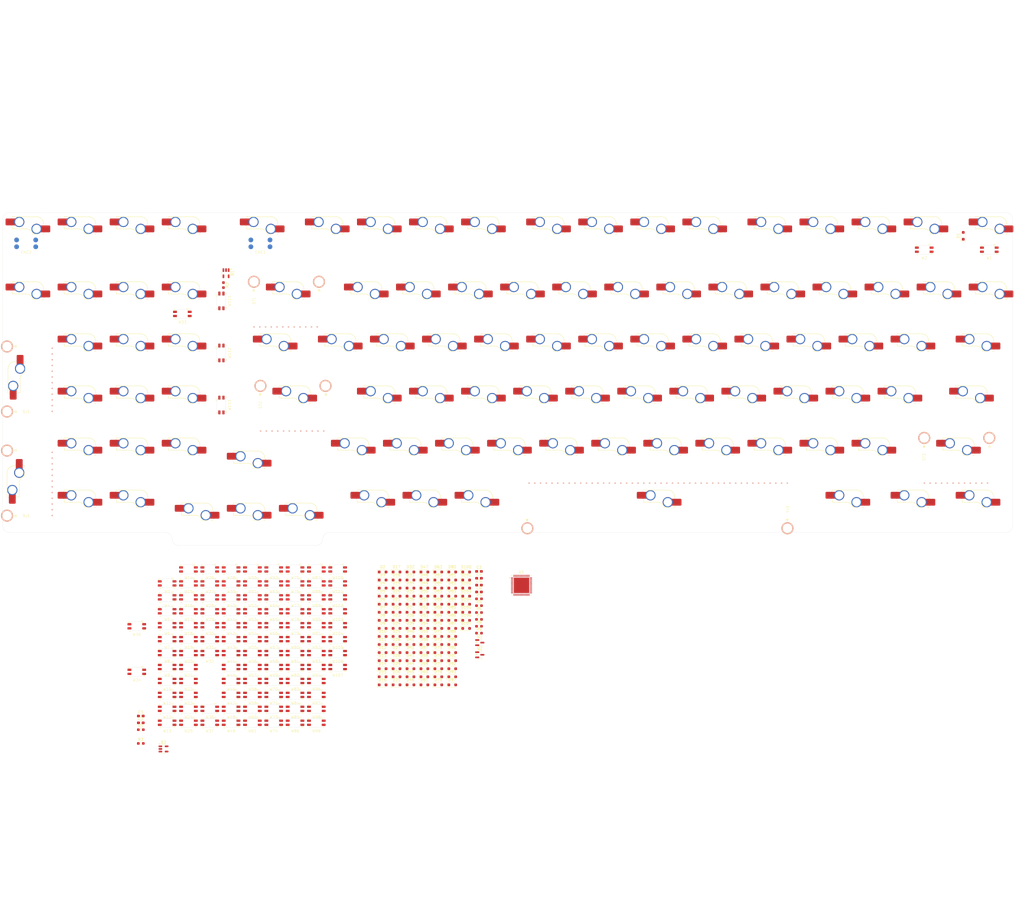
<source format=kicad_pcb>
(kicad_pcb (version 20241229) (generator "pcbnew") (generator_version "9.0")
  (title_block (title "SR99 STM32F411 Hotswap Keyboard") (rev "0.2") (company "Tecsmith"))
  (layers (0 "F.Cu" signal) (2 "B.Cu" signal) (13 "F.Paste" user) (15 "B.Paste" user) (5 "F.SilkS" user "F.Silkscreen") (7 "B.SilkS" user "B.Silkscreen") (1 "F.Mask" user) (3 "B.Mask" user) (25 "Edge.Cuts" user))
  (net 0 "")
  (net 1 "Net-(D1-A)")
  (net 2 "Net-(B1-Y)")
  (net 3 "V_LED_1")
  (net 4 "GND")
  (net 5 "Net-(B1-A)")
  (net 6 "Net-(B2-A)")
  (net 7 "Net-(B2-Y)")
  (net 8 "V_LED_2")
  (net 9 "Net-(W1-Out)")
  (net 10 "RGB_2")
  (net 11 "Net-(W2-Out)")
  (net 12 "Net-(W3-Out)")
  (net 13 "Net-(W4-Out)")
  (net 14 "Net-(W5-Out)")
  (net 15 "Net-(W6-Out)")
  (net 16 "Net-(W7-Out)")
  (net 17 "Net-(W8-Out)")
  (net 18 "Net-(W10-Out)")
  (net 19 "Net-(W11-Out)")
  (net 20 "Net-(W12-Out)")
  (net 21 "Net-(W13-Out)")
  (net 22 "Net-(W14-Out)")
  (net 23 "Net-(W15-Out)")
  (net 24 "Net-(W16-Out)")
  (net 25 "Net-(W17-Out)")
  (net 26 "Net-(W18-Out)")
  (net 27 "Net-(W19-Out)")
  (net 28 "Net-(W113-Out)")
  (net 31 "Net-(W37-Out)")
  (net 32 "Net-(W38-Out)")
  (net 33 "Net-(W39-Out)")
  (net 34 "Net-(W40-Out)")
  (net 35 "Net-(W41-Out)")
  (net 36 "Net-(W42-Out)")
  (net 37 "Net-(W43-Out)")
  (net 38 "Net-(W44-Out)")
  (net 39 "Net-(W45-Out)")
  (net 40 "Net-(W46-Out)")
  (net 41 "Net-(W47-Out)")
  (net 42 "Net-(W48-Out)")
  (net 43 "Net-(W49-Out)")
  (net 44 "Net-(W50-Out)")
  (net 45 "Net-(W51-Out)")
  (net 46 "Net-(W52-Out)")
  (net 47 "Net-(W53-Out)")
  (net 48 "Net-(W54-Out)")
  (net 49 "Net-(W56-Out)")
  (net 50 "Net-(W73-Out)")
  (net 51 "Net-(W74-Out)")
  (net 52 "Net-(W75-Out)")
  (net 53 "Net-(W76-Out)")
  (net 54 "Net-(W77-Out)")
  (net 55 "Net-(W78-Out)")
  (net 56 "Net-(W79-Out)")
  (net 57 "Net-(W80-Out)")
  (net 58 "Net-(W81-Out)")
  (net 59 "Net-(W82-Out)")
  (net 60 "Net-(W83-Out)")
  (net 61 "Net-(W84-Out)")
  (net 62 "Net-(W85-Out)")
  (net 63 "Net-(W86-Out)")
  (net 64 "Net-(W87-Out)")
  (net 65 "Net-(W88-Out)")
  (net 66 "Net-(W89-Out)")
  (net 68 "Net-(W100-Out)")
  (net 69 "ARGB")
  (net 70 "Net-(W111-Out)")
  (net 71 "Net-(W112-Out)")
  (net 72 "Net-(W10-Vss)")
  (net 73 "Net-(W19-Vss)")
  (net 74 "Net-(W20-Vss)")
  (net 75 "Net-(W21-Vss)")
  (net 76 "Net-(W22-Vss)")
  (net 77 "Net-(W23-Vss)")
  (net 78 "Net-(W24-Vss)")
  (net 79 "Net-(W25-Vss)")
  (net 80 "Net-(W26-Vss)")
  (net 81 "Net-(W27-Vss)")
  (net 82 "Net-(W28-Vss)")
  (net 83 "Net-(W29-Vss)")
  (net 84 "Net-(W30-Vss)")
  (net 85 "Net-(W31-Vss)")
  (net 86 "Net-(W32-Vss)")
  (net 89 "Net-(W35-Vss)")
  (net 90 "Net-(W55-Vss)")
  (net 91 "Net-(W56-Vss)")
  (net 92 "Net-(W57-Vss)")
  (net 93 "Net-(W58-Vss)")
  (net 94 "Net-(W59-Vss)")
  (net 95 "Net-(W60-Vss)")
  (net 96 "Net-(W61-Vss)")
  (net 97 "Net-(W62-Vss)")
  (net 98 "Net-(W63-Vss)")
  (net 99 "Net-(W64-Vss)")
  (net 100 "Net-(W65-Vss)")
  (net 101 "Net-(W66-Vss)")
  (net 102 "Net-(W67-Vss)")
  (net 103 "Net-(W68-Vss)")
  (net 104 "Net-(W69-Vss)")
  (net 105 "Net-(W70-Vss)")
  (net 106 "Net-(W107-Vss)")
  (net 107 "Net-(W91-Vss)")
  (net 108 "Net-(W92-Vss)")
  (net 109 "Net-(W93-Vss)")
  (net 110 "Net-(W94-Vss)")
  (net 111 "Net-(W96-Vss)")
  (net 112 "Net-(W97-Vss)")
  (net 113 "Net-(W98-Vss)")
  (net 114 "Net-(W100-Vss)")
  (net 115 "Net-(W101-Vss)")
  (net 116 "Net-(W102-Vss)")
  (net 117 "Net-(W103-Vss)")
  (net 118 "Net-(W104-Vss)")
  (net 119 "Net-(W105-Vss)")
  (net 120 "Net-(W106-Vss)")
  (net 121 "RGB")
  (net 122 "ENC_A")
  (net 123 "ENC_B")
  (net 124 "ENC_C")
  (net 125 "COL0")
  (net 126 "Net-(D2-A)")
  (net 127 "COL1")
  (net 128 "Net-(D3-A)")
  (net 129 "COL2")
  (net 130 "COL3")
  (net 131 "Net-(D4-A)")
  (net 132 "COL4")
  (net 133 "Net-(D5-A)")
  (net 134 "COL5")
  (net 135 "Net-(D6-A)")
  (net 136 "Net-(D7-A)")
  (net 137 "COL6")
  (net 138 "Net-(D8-A)")
  (net 139 "COL7")
  (net 140 "COL8")
  (net 141 "Net-(D9-A)")
  (net 142 "Net-(D10-A)")
  (net 143 "COL9")
  (net 144 "Net-(D11-A)")
  (net 145 "COL10")
  (net 146 "COL11")
  (net 147 "Net-(D12-A)")
  (net 148 "COL12")
  (net 149 "Net-(D13-A)")
  (net 150 "S14")
  (net 151 "COL13")
  (net 152 "Net-(D15-A)")
  (net 153 "COL14")
  (net 154 "Net-(D16-A)")
  (net 155 "COL15")
  (net 156 "COL16")
  (net 157 "Net-(D17-A)")
  (net 158 "S18")
  (net 159 "COL17")
  (net 160 "Net-(D19-A)")
  (net 161 "Net-(D20-A)")
  (net 162 "Net-(D21-A)")
  (net 163 "Net-(D22-A)")
  (net 164 "Net-(D23-A)")
  (net 165 "Net-(D24-A)")
  (net 166 "Net-(D25-A)")
  (net 167 "Net-(D26-A)")
  (net 168 "Net-(D27-A)")
  (net 169 "Net-(D28-A)")
  (net 170 "Net-(D29-A)")
  (net 171 "Net-(D30-A)")
  (net 172 "Net-(D31-A)")
  (net 173 "Net-(D32-A)")
  (net 174 "Net-(D33-A)")
  (net 175 "Net-(D34-A)")
  (net 176 "Net-(D35-A)")
  (net 177 "Net-(D36-A)")
  (net 178 "Net-(D37-A)")
  (net 179 "Net-(D38-A)")
  (net 180 "Net-(D39-A)")
  (net 181 "Net-(D40-A)")
  (net 182 "Net-(D41-A)")
  (net 183 "Net-(D42-A)")
  (net 184 "Net-(D43-A)")
  (net 185 "Net-(D44-A)")
  (net 186 "Net-(D45-A)")
  (net 187 "Net-(D46-A)")
  (net 188 "Net-(D47-A)")
  (net 189 "Net-(D48-A)")
  (net 190 "Net-(D49-A)")
  (net 191 "Net-(D50-A)")
  (net 192 "Net-(D51-A)")
  (net 193 "Net-(D52-A)")
  (net 194 "Net-(D53-A)")
  (net 195 "Net-(D54-A)")
  (net 196 "Net-(D55-A)")
  (net 197 "Net-(D56-A)")
  (net 198 "Net-(D57-A)")
  (net 199 "Net-(D58-A)")
  (net 200 "Net-(D59-A)")
  (net 201 "Net-(D60-A)")
  (net 202 "Net-(D61-A)")
  (net 203 "Net-(D62-A)")
  (net 204 "Net-(D63-A)")
  (net 205 "Net-(D64-A)")
  (net 206 "Net-(D65-A)")
  (net 207 "Net-(D66-A)")
  (net 208 "Net-(D68-A)")
  (net 209 "Net-(D69-A)")
  (net 210 "Net-(D70-A)")
  (net 211 "Net-(D71-A)")
  (net 212 "Net-(D73-A)")
  (net 213 "Net-(D75-A)")
  (net 214 "Net-(D76-A)")
  (net 215 "Net-(D77-A)")
  (net 216 "Net-(D78-A)")
  (net 217 "Net-(D79-A)")
  (net 218 "Net-(D80-A)")
  (net 219 "Net-(D81-A)")
  (net 220 "Net-(D82-A)")
  (net 221 "Net-(D83-A)")
  (net 222 "Net-(D84-A)")
  (net 223 "Net-(D85-A)")
  (net 224 "Net-(D86-A)")
  (net 225 "Net-(D87-A)")
  (net 226 "Net-(D88-A)")
  (net 227 "Net-(D89-A)")
  (net 228 "Net-(D90-A)")
  (net 229 "Net-(D91-A)")
  (net 230 "Net-(D92-A)")
  (net 231 "Net-(D93-A)")
  (net 232 "Net-(D97-A)")
  (net 233 "Net-(D100-A)")
  (net 234 "Net-(D101-A)")
  (net 235 "Net-(D102-A)")
  (net 236 "Net-(D103-A)")
  (net 237 "Net-(D104-A)")
  (net 238 "Net-(D105-A)")
  (net 239 "Net-(D106-A)")
  (net 240 "Net-(D107-A)")
  (net 241 "Net-(Q1-G)")
  (net 242 "Net-(Q2-G)")
  (net 243 "ROW0")
  (net 244 "+3V3")
  (net 245 "ROW1")
  (net 246 "ROW2")
  (net 247 "ROW3")
  (net 248 "ROW4")
  (net 249 "ROW5")
  (net 250 "Net-(W67-In)")
  (net 251 "Net-(U1-VSS-Pad23)")
  (footprint "ts-keyboard-lib:SW_MX_HotSwap" (layer "F.Cu") (at 176.6625 96.425)
    (property "Reference" "SW30" (hide yes))
    (property "Value" "MIN")
  )
  (footprint "ts-keyboard-lib:SK6812MINI-E" (layer "F.Cu") (at 85.36875 245.69375)
    (property "Reference" "W12")
    (property "Value" "~")
    (fp_line (start -1.854 -1.4) (end -1.854 1.4) (stroke (width 0.05)) (layer "Edge.Cuts"))
    (fp_line (start -1.6 -1.654) (end 1.3 -1.654) (stroke (width 0.05)) (layer "Edge.Cuts"))
    (fp_line (start -1.6 1.654) (end 1.6 1.654) (stroke (width 0.05)) (layer "Edge.Cuts"))
    (fp_line (start 1.854 -1.1) (end 1.854 1.4) (stroke (width 0.05)) (layer "Edge.Cuts"))
    (fp_arc (start -1.854 -1.4) (mid -1.779605 -1.579605) (end -1.6 -1.654) (stroke (width 0.05)) (layer "Edge.Cuts"))
    (fp_arc (start -1.6 1.654) (mid -1.779605 1.579605) (end -1.854 1.4) (stroke (width 0.05)) (layer "Edge.Cuts"))
    (fp_arc (start 1.3 -1.654138) (mid 1.691835 -1.491835) (end 1.854138 -1.1) (stroke (width 0.05)) (layer "Edge.Cuts"))
    (fp_arc (start 1.854 1.4) (mid 1.779605 1.579605) (end 1.6 1.654) (stroke (width 0.05)) (layer "Edge.Cuts"))
  )
  (footprint "ts-keyboard-lib:SK6812MINI-E" (layer "F.Cu") (at 132.16875 245.69375)
    (property "Reference" "W85")
    (property "Value" "~")
    (fp_line (start -1.854 -1.4) (end -1.854 1.4) (stroke (width 0.05)) (layer "Edge.Cuts"))
    (fp_line (start -1.6 -1.654) (end 1.3 -1.654) (stroke (width 0.05)) (layer "Edge.Cuts"))
    (fp_line (start -1.6 1.654) (end 1.6 1.654) (stroke (width 0.05)) (layer "Edge.Cuts"))
    (fp_line (start 1.854 -1.1) (end 1.854 1.4) (stroke (width 0.05)) (layer "Edge.Cuts"))
    (fp_arc (start -1.854 -1.4) (mid -1.779605 -1.579605) (end -1.6 -1.654) (stroke (width 0.05)) (layer "Edge.Cuts"))
    (fp_arc (start -1.6 1.654) (mid -1.779605 1.579605) (end -1.854 1.4) (stroke (width 0.05)) (layer "Edge.Cuts"))
    (fp_arc (start 1.3 -1.654138) (mid 1.691835 -1.491835) (end 1.854138 -1.1) (stroke (width 0.05)) (layer "Edge.Cuts"))
    (fp_arc (start 1.854 1.4) (mid 1.779605 1.579605) (end 1.6 1.654) (stroke (width 0.05)) (layer "Edge.Cuts"))
  )
  (footprint "ts-keyboard-lib:SW_MX_HotSwap" (layer "F.Cu") (at 52.8375 153.575)
    (property "Reference" "SW89" (hide yes))
    (property "Value" "N3")
  )
  (footprint "ts-keyboard-lib:SK6812MINI-E" (layer "F.Cu") (at 93.16875 215.09375)
    (property "Reference" "W18")
    (property "Value" "~")
    (fp_line (start -1.854 -1.4) (end -1.854 1.4) (stroke (width 0.05)) (layer "Edge.Cuts"))
    (fp_line (start -1.6 -1.654) (end 1.3 -1.654) (stroke (width 0.05)) (layer "Edge.Cuts"))
    (fp_line (start -1.6 1.654) (end 1.6 1.654) (stroke (width 0.05)) (layer "Edge.Cuts"))
    (fp_line (start 1.854 -1.1) (end 1.854 1.4) (stroke (width 0.05)) (layer "Edge.Cuts"))
    (fp_arc (start -1.854 -1.4) (mid -1.779605 -1.579605) (end -1.6 -1.654) (stroke (width 0.05)) (layer "Edge.Cuts"))
    (fp_arc (start -1.6 1.654) (mid -1.779605 1.579605) (end -1.854 1.4) (stroke (width 0.05)) (layer "Edge.Cuts"))
    (fp_arc (start 1.3 -1.654138) (mid 1.691835 -1.491835) (end 1.854138 -1.1) (stroke (width 0.05)) (layer "Edge.Cuts"))
    (fp_arc (start 1.854 1.4) (mid 1.779605 1.579605) (end 1.6 1.654) (stroke (width 0.05)) (layer "Edge.Cuts"))
  )
  (footprint "ts-keyboard-lib:SW_MX_HotSwap" (layer "F.Cu") (at 52.8375 72.6125)
    (property "Reference" "SW17" (hide yes))
    (property "Value" "F16")
  )
  (footprint "ts-keyboard-lib:SW_MX_HotSwap" (layer "F.Cu") (at 243.3375 72.6125)
    (property "Reference" "SW8" (hide yes))
    (property "Value" "F7")
  )
  (footprint "ts-keyboard-lib:SK6812MINI-E" (layer "F.Cu") (at 139.96875 240.59375)
    (property "Reference" "W97")
    (property "Value" "~")
    (fp_line (start -1.854 -1.4) (end -1.854 1.4) (stroke (width 0.05)) (layer "Edge.Cuts"))
    (fp_line (start -1.6 -1.654) (end 1.3 -1.654) (stroke (width 0.05)) (layer "Edge.Cuts"))
    (fp_line (start -1.6 1.654) (end 1.6 1.654) (stroke (width 0.05)) (layer "Edge.Cuts"))
    (fp_line (start 1.854 -1.1) (end 1.854 1.4) (stroke (width 0.05)) (layer "Edge.Cuts"))
    (fp_arc (start -1.854 -1.4) (mid -1.779605 -1.579605) (end -1.6 -1.654) (stroke (width 0.05)) (layer "Edge.Cuts"))
    (fp_arc (start -1.6 1.654) (mid -1.779605 1.579605) (end -1.854 1.4) (stroke (width 0.05)) (layer "Edge.Cuts"))
    (fp_arc (start 1.3 -1.654138) (mid 1.691835 -1.491835) (end 1.854138 -1.1) (stroke (width 0.05)) (layer "Edge.Cuts"))
    (fp_arc (start 1.854 1.4) (mid 1.779605 1.579605) (end 1.6 1.654) (stroke (width 0.05)) (layer "Edge.Cuts"))
  )
  (footprint "ts-keyboard-lib:SK6812MINI-E" (layer "F.Cu") (at 100.96875 194.69375)
    (property "Reference" "W26")
    (property "Value" "~")
    (fp_line (start -1.854 -1.4) (end -1.854 1.4) (stroke (width 0.05)) (layer "Edge.Cuts"))
    (fp_line (start -1.6 -1.654) (end 1.3 -1.654) (stroke (width 0.05)) (layer "Edge.Cuts"))
    (fp_line (start -1.6 1.654) (end 1.6 1.654) (stroke (width 0.05)) (layer "Edge.Cuts"))
    (fp_line (start 1.854 -1.1) (end 1.854 1.4) (stroke (width 0.05)) (layer "Edge.Cuts"))
    (fp_arc (start -1.854 -1.4) (mid -1.779605 -1.579605) (end -1.6 -1.654) (stroke (width 0.05)) (layer "Edge.Cuts"))
    (fp_arc (start -1.6 1.654) (mid -1.779605 1.579605) (end -1.854 1.4) (stroke (width 0.05)) (layer "Edge.Cuts"))
    (fp_arc (start 1.3 -1.654138) (mid 1.691835 -1.491835) (end 1.854138 -1.1) (stroke (width 0.05)) (layer "Edge.Cuts"))
    (fp_arc (start 1.854 1.4) (mid 1.779605 1.579605) (end 1.6 1.654) (stroke (width 0.05)) (layer "Edge.Cuts"))
  )
  (footprint "ts-keyboard-lib:SW_MX_HotSwap" (layer "F.Cu") (at 248.1 153.575)
    (property "Reference" "SW80" (hide yes))
    (property "Value" "N")
  )
  (footprint "Capacitor_SMD:C_0603_1608Metric_Pad1.08x0.95mm_HandSolder" (layer "F.Cu") (at 199.49 200.41875)
    (property "Reference" "C5")
    (property "Value" "100n")
  )
  (footprint "Diode_SMD:D_SOD-323_HandSoldering" (layer "F.Cu") (at 179.51 222.16875)
    (property "Reference" "D56")
    (property "Value" "1N4148WS")
  )
  (footprint "ts-keyboard-lib:SK6812MINI-E" (layer "F.Cu") (at 105.225 134.525 90)
    (property "Reference" "W113")
    (property "Value" "~")
    (fp_line (start -1.6 -1.654) (end 1.3 -1.654) (stroke (width 0.05)) (layer "Edge.Cuts"))
    (fp_line (start -1.854 -1.4) (end -1.854 1.4) (stroke (width 0.05)) (layer "Edge.Cuts"))
    (fp_line (start 1.854 -1.1) (end 1.854 1.4) (stroke (width 0.05)) (layer "Edge.Cuts"))
    (fp_line (start -1.6 1.654) (end 1.6 1.654) (stroke (width 0.05)) (layer "Edge.Cuts"))
    (fp_arc (start 1.3 -1.654138) (mid 1.691835 -1.491835) (end 1.854138 -1.1) (stroke (width 0.05)) (layer "Edge.Cuts"))
    (fp_arc (start -1.854 -1.4) (mid -1.779605 -1.579605) (end -1.6 -1.654) (stroke (width 0.05)) (layer "Edge.Cuts"))
    (fp_arc (start 1.854 1.4) (mid 1.779605 1.579605) (end 1.6 1.654) (stroke (width 0.05)) (layer "Edge.Cuts"))
    (fp_arc (start -1.6 1.654) (mid -1.779605 1.579605) (end -1.854 1.4) (stroke (width 0.05)) (layer "Edge.Cuts"))
  )
  (footprint "ts-keyboard-lib:SK6812MINI-E" (layer "F.Cu") (at 147.76875 209.99375)
    (property "Reference" "W103")
    (property "Value" "~")
    (fp_line (start -1.854 -1.4) (end -1.854 1.4) (stroke (width 0.05)) (layer "Edge.Cuts"))
    (fp_line (start -1.6 -1.654) (end 1.3 -1.654) (stroke (width 0.05)) (layer "Edge.Cuts"))
    (fp_line (start -1.6 1.654) (end 1.6 1.654) (stroke (width 0.05)) (layer "Edge.Cuts"))
    (fp_line (start 1.854 -1.1) (end 1.854 1.4) (stroke (width 0.05)) (layer "Edge.Cuts"))
    (fp_arc (start -1.854 -1.4) (mid -1.779605 -1.579605) (end -1.6 -1.654) (stroke (width 0.05)) (layer "Edge.Cuts"))
    (fp_arc (start -1.6 1.654) (mid -1.779605 1.579605) (end -1.854 1.4) (stroke (width 0.05)) (layer "Edge.Cuts"))
    (fp_arc (start 1.3 -1.654138) (mid 1.691835 -1.491835) (end 1.854138 -1.1) (stroke (width 0.05)) (layer "Edge.Cuts"))
    (fp_arc (start 1.854 1.4) (mid 1.779605 1.579605) (end 1.6 1.654) (stroke (width 0.05)) (layer "Edge.Cuts"))
  )
  (footprint "ts-keyboard-lib:SK6812MINI-E" (layer "F.Cu") (at 116.56875 215.09375)
    (property "Reference" "W54")
    (property "Value" "~")
    (fp_line (start -1.854 -1.4) (end -1.854 1.4) (stroke (width 0.05)) (layer "Edge.Cuts"))
    (fp_line (start -1.6 -1.654) (end 1.3 -1.654) (stroke (width 0.05)) (layer "Edge.Cuts"))
    (fp_line (start -1.6 1.654) (end 1.6 1.654) (stroke (width 0.05)) (layer "Edge.Cuts"))
    (fp_line (start 1.854 -1.1) (end 1.854 1.4) (stroke (width 0.05)) (layer "Edge.Cuts"))
    (fp_arc (start -1.854 -1.4) (mid -1.779605 -1.579605) (end -1.6 -1.654) (stroke (width 0.05)) (layer "Edge.Cuts"))
    (fp_arc (start -1.6 1.654) (mid -1.779605 1.579605) (end -1.854 1.4) (stroke (width 0.05)) (layer "Edge.Cuts"))
    (fp_arc (start 1.3 -1.654138) (mid 1.691835 -1.491835) (end 1.854138 -1.1) (stroke (width 0.05)) (layer "Edge.Cuts"))
    (fp_arc (start 1.854 1.4) (mid 1.779605 1.579605) (end 1.6 1.654) (stroke (width 0.05)) (layer "Edge.Cuts"))
  )
  (footprint "ts-keyboard-lib:SW_MX_HotSwap" (layer "F.Cu") (at 233.8125 96.425)
    (property "Reference" "SW27" (hide yes))
    (property "Value" "8")
  )
  (footprint "ts-keyboard-lib:SK6812MINI-E" (layer "F.Cu") (at 139.96875 194.69375)
    (property "Reference" "W87")
    (property "Value" "~")
    (fp_line (start -1.854 -1.4) (end -1.854 1.4) (stroke (width 0.05)) (layer "Edge.Cuts"))
    (fp_line (start -1.6 -1.654) (end 1.3 -1.654) (stroke (width 0.05)) (layer "Edge.Cuts"))
    (fp_line (start -1.6 1.654) (end 1.6 1.654) (stroke (width 0.05)) (layer "Edge.Cuts"))
    (fp_line (start 1.854 -1.1) (end 1.854 1.4) (stroke (width 0.05)) (layer "Edge.Cuts"))
    (fp_arc (start -1.854 -1.4) (mid -1.779605 -1.579605) (end -1.6 -1.654) (stroke (width 0.05)) (layer "Edge.Cuts"))
    (fp_arc (start -1.6 1.654) (mid -1.779605 1.579605) (end -1.854 1.4) (stroke (width 0.05)) (layer "Edge.Cuts"))
    (fp_arc (start 1.3 -1.654138) (mid 1.691835 -1.491835) (end 1.854138 -1.1) (stroke (width 0.05)) (layer "Edge.Cuts"))
    (fp_arc (start 1.854 1.4) (mid 1.779605 1.579605) (end 1.6 1.654) (stroke (width 0.05)) (layer "Edge.Cuts"))
  )
  (footprint "Diode_SMD:D_SOD-323_HandSoldering" (layer "F.Cu") (at 164.225 216.26875)
    (property "Reference" "D9")
    (property "Value" "1N4148WS")
  )
  (footprint "Diode_SMD:D_SOD-323_HandSoldering" (layer "F.Cu") (at 164.225 236.91875)
    (property "Reference" "D16")
    (property "Value" "1N4148WS")
  )
  (footprint "ts-keyboard-lib:SW_MX_HotSwap" (layer "F.Cu") (at 90.9375 96.425)
    (property "Reference" "SW33" (hide yes))
    (property "Value" "NumL")
  )
  (footprint "ts-keyboard-lib:SW_MX_HotSwap" (layer "F.Cu") (at 333.825 172.625)
    (property "Reference" "SW93" (hide yes))
    (property "Value" "Cmnd")
  )
  (footprint "ts-keyboard-lib:SK6812MINI-E" (layer "F.Cu") (at 116.56875 204.89375)
    (property "Reference" "W52")
    (property "Value" "~")
    (fp_line (start -1.854 -1.4) (end -1.854 1.4) (stroke (width 0.05)) (layer "Edge.Cuts"))
    (fp_line (start -1.6 -1.654) (end 1.3 -1.654) (stroke (width 0.05)) (layer "Edge.Cuts"))
    (fp_line (start -1.6 1.654) (end 1.6 1.654) (stroke (width 0.05)) (layer "Edge.Cuts"))
    (fp_line (start 1.854 -1.1) (end 1.854 1.4) (stroke (width 0.05)) (layer "Edge.Cuts"))
    (fp_arc (start -1.854 -1.4) (mid -1.779605 -1.579605) (end -1.6 -1.654) (stroke (width 0.05)) (layer "Edge.Cuts"))
    (fp_arc (start -1.6 1.654) (mid -1.779605 1.579605) (end -1.854 1.4) (stroke (width 0.05)) (layer "Edge.Cuts"))
    (fp_arc (start 1.3 -1.654138) (mid 1.691835 -1.491835) (end 1.854138 -1.1) (stroke (width 0.05)) (layer "Edge.Cuts"))
    (fp_arc (start 1.854 1.4) (mid 1.779605 1.579605) (end 1.6 1.654) (stroke (width 0.05)) (layer "Edge.Cuts"))
  )
  (footprint "ts-keyboard-lib:SW_MX_HotSwap" (layer "F.Cu") (at 190.95 153.575)
    (property "Reference" "SW83" (hide yes))
    (property "Value" ">")
  )
  (footprint "Diode_SMD:D_SOD-323_HandSoldering" (layer "F.Cu") (at 189.7 210.36875)
    (property "Reference" "D85")
    (property "Value" "1N4148WS")
  )
  (footprint "Diode_SMD:D_SOD-323_HandSoldering" (layer "F.Cu") (at 179.51 198.56875)
    (property "Reference" "D48")
    (property "Value" "1N4148WS")
  )
  (footprint "Diode_SMD:D_SOD-323_HandSoldering" (layer "F.Cu") (at 184.605 213.31875)
    (property "Reference" "D69")
    (property "Value" "1N4148WS")
  )
  (footprint "ts-keyboard-lib:SK6812MINI-E" (layer "F.Cu") (at 147.76875 225.29375)
    (property "Reference" "W106")
    (property "Value" "~")
    (fp_line (start -1.854 -1.4) (end -1.854 1.4) (stroke (width 0.05)) (layer "Edge.Cuts"))
    (fp_line (start -1.6 -1.654) (end 1.3 -1.654) (stroke (width 0.05)) (layer "Edge.Cuts"))
    (fp_line (start -1.6 1.654) (end 1.6 1.654) (stroke (width 0.05)) (layer "Edge.Cuts"))
    (fp_line (start 1.854 -1.1) (end 1.854 1.4) (stroke (width 0.05)) (layer "Edge.Cuts"))
    (fp_arc (start -1.854 -1.4) (mid -1.779605 -1.579605) (end -1.6 -1.654) (stroke (width 0.05)) (layer "Edge.Cuts"))
    (fp_arc (start -1.6 1.654) (mid -1.779605 1.579605) (end -1.854 1.4) (stroke (width 0.05)) (layer "Edge.Cuts"))
    (fp_arc (start 1.3 -1.654138) (mid 1.691835 -1.491835) (end 1.854138 -1.1) (stroke (width 0.05)) (layer "Edge.Cuts"))
    (fp_arc (start 1.854 1.4) (mid 1.779605 1.579605) (end 1.6 1.654) (stroke (width 0.05)) (layer "Edge.Cuts"))
  )
  (footprint "Diode_SMD:D_SOD-323_HandSoldering" (layer "F.Cu") (at 169.32 198.56875)
    (property "Reference" "D18")
    (property "Value" "1N4148WS")
  )
  (footprint "Diode_SMD:D_SOD-323_HandSoldering" (layer "F.Cu") (at 169.32 213.31875)
    (property "Reference" "D23")
    (property "Value" "1N4148WS")
  )
  (footprint "ts-keyboard-lib:SW_MX_HotSwap" (layer "F.Cu") (at 374.30625 153.575)
    (property "Reference" "SW73" (hide yes))
    (property "Value" "LShft")
  )
  (footprint "Diode_SMD:D_SOD-323_HandSoldering" (layer "F.Cu") (at 164.225 231.01875)
    (property "Reference" "D14")
    (property "Value" "1N4148WS")
  )
  (footprint "ts-keyboard-lib:SW_MX_HotSwap" (layer "F.Cu") (at 124.275 115.475)
    (property "Reference" "SW50" (hide yes))
    (property "Value" "\\")
  )
  (footprint "ts-keyboard-lib:SW_MX_HotSwap" (layer "F.Cu") (at 90.9375 153.575)
    (property "Reference" "SW87" (hide yes))
    (property "Value" "N1")
  )
  (footprint "ts-keyboard-lib:SW_MX_HotSwap" (layer "F.Cu") (at 71.8875 172.625)
    (property "Reference" "SW107" (hide yes))
    (property "Value" "Dot")
  )
  (footprint "Diode_SMD:D_SOD-323_HandSoldering" (layer "F.Cu") (at 169.32 204.46875)
    (property "Reference" "D20")
    (property "Value" "1N4148WS")
  )
  (footprint "ts-keyboard-lib:SK6812MINI-E" (layer "F.Cu") (at 147.76875 204.89375)
    (property "Reference" "W102")
    (property "Value" "~")
    (fp_line (start -1.854 -1.4) (end -1.854 1.4) (stroke (width 0.05)) (layer "Edge.Cuts"))
    (fp_line (start -1.6 -1.654) (end 1.3 -1.654) (stroke (width 0.05)) (layer "Edge.Cuts"))
    (fp_line (start -1.6 1.654) (end 1.6 1.654) (stroke (width 0.05)) (layer "Edge.Cuts"))
    (fp_line (start 1.854 -1.1) (end 1.854 1.4) (stroke (width 0.05)) (layer "Edge.Cuts"))
    (fp_arc (start -1.854 -1.4) (mid -1.779605 -1.579605) (end -1.6 -1.654) (stroke (width 0.05)) (layer "Edge.Cuts"))
    (fp_arc (start -1.6 1.654) (mid -1.779605 1.579605) (end -1.854 1.4) (stroke (width 0.05)) (layer "Edge.Cuts"))
    (fp_arc (start 1.3 -1.654138) (mid 1.691835 -1.491835) (end 1.854138 -1.1) (stroke (width 0.05)) (layer "Edge.Cuts"))
    (fp_arc (start 1.854 1.4) (mid 1.779605 1.579605) (end 1.6 1.654) (stroke (width 0.05)) (layer "Edge.Cuts"))
  )
  (footprint "Diode_SMD:D_SOD-323_HandSoldering" (layer "F.Cu") (at 184.605 222.16875)
    (property "Reference" "D73")
    (property "Value" "1N4148WS")
  )
  (footprint "Capacitor_SMD:C_0603_1608Metric_Pad1.08x0.95mm_HandSolder" (layer "F.Cu") (at 199.49 195.39875)
    (property "Reference" "C3")
    (property "Value" "100n")
  )
  (footprint "ts-keyboard-lib:SK6812MINI-E" (layer "F.Cu") (at 93.16875 225.29375)
    (property "Reference" "W20")
    (property "Value" "~")
    (fp_line (start -1.854 -1.4) (end -1.854 1.4) (stroke (width 0.05)) (layer "Edge.Cuts"))
    (fp_line (start -1.6 -1.654) (end 1.3 -1.654) (stroke (width 0.05)) (layer "Edge.Cuts"))
    (fp_line (start -1.6 1.654) (end 1.6 1.654) (stroke (width 0.05)) (layer "Edge.Cuts"))
    (fp_line (start 1.854 -1.1) (end 1.854 1.4) (stroke (width 0.05)) (layer "Edge.Cuts"))
    (fp_arc (start -1.854 -1.4) (mid -1.779605 -1.579605) (end -1.6 -1.654) (stroke (width 0.05)) (layer "Edge.Cuts"))
    (fp_arc (start -1.6 1.654) (mid -1.779605 1.579605) (end -1.854 1.4) (stroke (width 0.05)) (layer "Edge.Cuts"))
    (fp_arc (start 1.3 -1.654138) (mid 1.691835 -1.491835) (end 1.854138 -1.1) (stroke (width 0.05)) (layer "Edge.Cuts"))
    (fp_arc (start 1.854 1.4) (mid 1.779605 1.579605) (end 1.6 1.654) (stroke (width 0.05)) (layer "Edge.Cuts"))
  )
  (footprint "Diode_SMD:D_SOD-323_HandSoldering" (layer "F.Cu") (at 179.51 207.41875)
    (property "Reference" "D51")
    (property "Value" "1N4148WS")
  )
  (footprint "Diode_SMD:D_SOD-323_HandSoldering" (layer "F.Cu") (at 164.225 198.56875)
    (property "Reference" "D3")
    (property "Value" "1N4148WS")
  )
  (footprint "Diode_SMD:D_SOD-323_HandSoldering" (layer "F.Cu") (at 174.415 219.21875)
    (property "Reference" "D40")
    (property "Value" "1N4148WS")
  )
  (footprint "ts-keyboard-lib:SW_MX_HotSwap" (layer "F.Cu") (at 162.375 72.6125)
    (property "Reference" "SW12" (hide yes))
    (property "Value" "F11")
  )
  (footprint "ts-keyboard-lib:SW_MX_HotSwap" (layer "F.Cu") (at 95.7 177.3875)
    (property "Reference" "SW105" (hide yes))
    (property "Value" "Right")
  )
  (footprint "ts-keyboard-lib:SW_MX_HotSwap" (layer "F.Cu") (at 305.25 153.575)
    (property "Reference" "SW77" (hide yes))
    (property "Value" "C")
  )
  (footprint "ts-keyboard-lib:SK6812MINI-E" (layer "F.Cu") (at 132.16875 250.79375)
    (property "Reference" "W86")
    (property "Value" "~")
    (fp_line (start -1.854 -1.4) (end -1.854 1.4) (stroke (width 0.05)) (layer "Edge.Cuts"))
    (fp_line (start -1.6 -1.654) (end 1.3 -1.654) (stroke (width 0.05)) (layer "Edge.Cuts"))
    (fp_line (start -1.6 1.654) (end 1.6 1.654) (stroke (width 0.05)) (layer "Edge.Cuts"))
    (fp_line (start 1.854 -1.1) (end 1.854 1.4) (stroke (width 0.05)) (layer "Edge.Cuts"))
    (fp_arc (start -1.854 -1.4) (mid -1.779605 -1.579605) (end -1.6 -1.654) (stroke (width 0.05)) (layer "Edge.Cuts"))
    (fp_arc (start -1.6 1.654) (mid -1.779605 1.579605) (end -1.854 1.4) (stroke (width 0.05)) (layer "Edge.Cuts"))
    (fp_arc (start 1.3 -1.654138) (mid 1.691835 -1.491835) (end 1.854138 -1.1) (stroke (width 0.05)) (layer "Edge.Cuts"))
    (fp_arc (start 1.854 1.4) (mid 1.779605 1.579605) (end 1.6 1.654) (stroke (width 0.05)) (layer "Edge.Cuts"))
  )
  (footprint "ts-keyboard-lib:SW_MX_HotSwap" (layer "F.Cu") (at 252.8625 96.425)
    (property "Reference" "SW26" (hide yes))
    (property "Value" "7")
  )
  (footprint "Diode_SMD:D_SOD-323_HandSoldering" (layer "F.Cu") (at 174.415 228.06875)
    (property "Reference" "D43")
    (property "Value" "1N4148WS")
  )
  (footprint "ts-keyboard-lib:SW_MX_HotSwap" (layer "F.Cu") (at 229.05 153.575)
    (property "Reference" "SW81" (hide yes))
    (property "Value" "M")
  )
  (footprint "ts-keyboard-lib:SK6812MINI-E" (layer "F.Cu") (at 108.76875 220.19375)
    (property "Reference" "W43")
    (property "Value" "~")
    (fp_line (start -1.854 -1.4) (end -1.854 1.4) (stroke (width 0.05)) (layer "Edge.Cuts"))
    (fp_line (start -1.6 -1.654) (end 1.3 -1.654) (stroke (width 0.05)) (layer "Edge.Cuts"))
    (fp_line (start -1.6 1.654) (end 1.6 1.654) (stroke (width 0.05)) (layer "Edge.Cuts"))
    (fp_line (start 1.854 -1.1) (end 1.854 1.4) (stroke (width 0.05)) (layer "Edge.Cuts"))
    (fp_arc (start -1.854 -1.4) (mid -1.779605 -1.579605) (end -1.6 -1.654) (stroke (width 0.05)) (layer "Edge.Cuts"))
    (fp_arc (start -1.6 1.654) (mid -1.779605 1.579605) (end -1.854 1.4) (stroke (width 0.05)) (layer "Edge.Cuts"))
    (fp_arc (start 1.3 -1.654138) (mid 1.691835 -1.491835) (end 1.854138 -1.1) (stroke (width 0.05)) (layer "Edge.Cuts"))
    (fp_arc (start 1.854 1.4) (mid 1.779605 1.579605) (end 1.6 1.654) (stroke (width 0.05)) (layer "Edge.Cuts"))
  )
  (footprint "ts-keyboard-lib:SK6812MINI-E" (layer "F.Cu") (at 124.36875 194.69375)
    (property "Reference" "W62")
    (property "Value" "~")
    (fp_line (start -1.854 -1.4) (end -1.854 1.4) (stroke (width 0.05)) (layer "Edge.Cuts"))
    (fp_line (start -1.6 -1.654) (end 1.3 -1.654) (stroke (width 0.05)) (layer "Edge.Cuts"))
    (fp_line (start -1.6 1.654) (end 1.6 1.654) (stroke (width 0.05)) (layer "Edge.Cuts"))
    (fp_line (start 1.854 -1.1) (end 1.854 1.4) (stroke (width 0.05)) (layer "Edge.Cuts"))
    (fp_arc (start -1.854 -1.4) (mid -1.779605 -1.579605) (end -1.6 -1.654) (stroke (width 0.05)) (layer "Edge.Cuts"))
    (fp_arc (start -1.6 1.654) (mid -1.779605 1.579605) (end -1.854 1.4) (stroke (width 0.05)) (layer "Edge.Cuts"))
    (fp_arc (start 1.3 -1.654138) (mid 1.691835 -1.491835) (end 1.854138 -1.1) (stroke (width 0.05)) (layer "Edge.Cuts"))
    (fp_arc (start 1.854 1.4) (mid 1.779605 1.579605) (end 1.6 1.654) (stroke (width 0.05)) (layer "Edge.Cuts"))
  )
  (footprint "ts-keyboard-lib:SW_MX_HotSwap" (layer "F.Cu") (at 319.5375 115.475)
    (property "Reference" "SW40" (hide yes))
    (property "Value" "E")
  )
  (footprint "Diode_SMD:D_SOD-323_HandSoldering" (layer "F.Cu") (at 194.795 195.61875)
    (property "Reference" "D100")
    (property "Value" "1N4148WS")
  )
  (footprint "ts-keyboard-lib:SK6812MINI-E" (layer "F.Cu") (at 362.4 77.6925)
    (property "Reference" "W2")
    (property "Value" "~")
    (fp_line (start -1.854 -1.4) (end -1.854 1.4) (stroke (width 0.05)) (layer "Edge.Cuts"))
    (fp_line (start -1.6 -1.654) (end 1.3 -1.654) (stroke (width 0.05)) (layer "Edge.Cuts"))
    (fp_line (start -1.6 1.654) (end 1.6 1.654) (stroke (width 0.05)) (layer "Edge.Cuts"))
    (fp_line (start 1.854 -1.1) (end 1.854 1.4) (stroke (width 0.05)) (layer "Edge.Cuts"))
    (fp_arc (start -1.854 -1.4) (mid -1.779605 -1.579605) (end -1.6 -1.654) (stroke (width 0.05)) (layer "Edge.Cuts"))
    (fp_arc (start -1.6 1.654) (mid -1.779605 1.579605) (end -1.854 1.4) (stroke (width 0.05)) (layer "Edge.Cuts"))
    (fp_arc (start 1.3 -1.654138) (mid 1.691835 -1.491835) (end 1.854138 -1.1) (stroke (width 0.05)) (layer "Edge.Cuts"))
    (fp_arc (start 1.854 1.4) (mid 1.779605 1.579605) (end 1.6 1.654) (stroke (width 0.05)) (layer "Edge.Cuts"))
  )
  (footprint "ts-keyboard-lib:SK6812MINI-E" (layer "F.Cu") (at 85.36875 240.59375)
    (property "Reference" "W11")
    (property "Value" "~")
    (fp_line (start -1.854 -1.4) (end -1.854 1.4) (stroke (width 0.05)) (layer "Edge.Cuts"))
    (fp_line (start -1.6 -1.654) (end 1.3 -1.654) (stroke (width 0.05)) (layer "Edge.Cuts"))
    (fp_line (start -1.6 1.654) (end 1.6 1.654) (stroke (width 0.05)) (layer "Edge.Cuts"))
    (fp_line (start 1.854 -1.1) (end 1.854 1.4) (stroke (width 0.05)) (layer "Edge.Cuts"))
    (fp_arc (start -1.854 -1.4) (mid -1.779605 -1.579605) (end -1.6 -1.654) (stroke (width 0.05)) (layer "Edge.Cuts"))
    (fp_arc (start -1.6 1.654) (mid -1.779605 1.579605) (end -1.854 1.4) (stroke (width 0.05)) (layer "Edge.Cuts"))
    (fp_arc (start 1.3 -1.654138) (mid 1.691835 -1.491835) (end 1.854138 -1.1) (stroke (width 0.05)) (layer "Edge.Cuts"))
    (fp_arc (start 1.854 1.4) (mid 1.779605 1.579605) (end 1.6 1.654) (stroke (width 0.05)) (layer "Edge.Cuts"))
  )
  (footprint "ts-keyboard-lib:SW_MX_HotSwap" (layer "F.Cu") (at 343.35 72.6125)
    (property "Reference" "SW3" (hide yes))
    (property "Value" "F2")
  )
  (footprint "ts-keyboard-lib:SK6812MINI-E" (layer "F.Cu") (at 147.76875 194.69375)
    (property "Reference" "W100")
    (property "Value" "~")
    (fp_line (start -1.854 -1.4) (end -1.854 1.4) (stroke (width 0.05)) (layer "Edge.Cuts"))
    (fp_line (start -1.6 -1.654) (end 1.3 -1.654) (stroke (width 0.05)) (layer "Edge.Cuts"))
    (fp_line (start -1.6 1.654) (end 1.6 1.654) (stroke (width 0.05)) (layer "Edge.Cuts"))
    (fp_line (start 1.854 -1.1) (end 1.854 1.4) (stroke (width 0.05)) (layer "Edge.Cuts"))
    (fp_arc (start -1.854 -1.4) (mid -1.779605 -1.579605) (end -1.6 -1.654) (stroke (width 0.05)) (layer "Edge.Cuts"))
    (fp_arc (start -1.6 1.654) (mid -1.779605 1.579605) (end -1.854 1.4) (stroke (width 0.05)) (layer "Edge.Cuts"))
    (fp_arc (start 1.3 -1.654138) (mid 1.691835 -1.491835) (end 1.854138 -1.1) (stroke (width 0.05)) (layer "Edge.Cuts"))
    (fp_arc (start 1.854 1.4) (mid 1.779605 1.579605) (end 1.6 1.654) (stroke (width 0.05)) (layer "Edge.Cuts"))
  )
  (footprint "ts-keyboard-lib:SW_MX_HotSwap" (layer "F.Cu") (at 152.85 153.575)
    (property "Reference" "SW85" (hide yes))
    (property "Value" "RShft")
  )
  (footprint "ts-keyboard-lib:SK6812MINI-E" (layer "F.Cu") (at 100.96875 199.79375)
    (property "Reference" "W27")
    (property "Value" "~")
    (fp_line (start -1.854 -1.4) (end -1.854 1.4) (stroke (width 0.05)) (layer "Edge.Cuts"))
    (fp_line (start -1.6 -1.654) (end 1.3 -1.654) (stroke (width 0.05)) (layer "Edge.Cuts"))
    (fp_line (start -1.6 1.654) (end 1.6 1.654) (stroke (width 0.05)) (layer "Edge.Cuts"))
    (fp_line (start 1.854 -1.1) (end 1.854 1.4) (stroke (width 0.05)) (layer "Edge.Cuts"))
    (fp_arc (start -1.854 -1.4) (mid -1.779605 -1.579605) (end -1.6 -1.654) (stroke (width 0.05)) (layer "Edge.Cuts"))
    (fp_arc (start -1.6 1.654) (mid -1.779605 1.579605) (end -1.854 1.4) (stroke (width 0.05)) (layer "Edge.Cuts"))
    (fp_arc (start 1.3 -1.654138) (mid 1.691835 -1.491835) (end 1.854138 -1.1) (stroke (width 0.05)) (layer "Edge.Cuts"))
    (fp_arc (start 1.854 1.4) (mid 1.779605 1.579605) (end 1.6 1.654) (stroke (width 0.05)) (layer "Edge.Cuts"))
  )
  (footprint "ts-keyboard-lib:SW_MX_HotSwap" (layer "F.Cu") (at 200.475 72.6125)
    (property "Reference" "SW10" (hide yes))
    (property "Value" "F9")
  )
  (footprint "ts-keyboard-lib:SK6812MINI-E" (layer "F.Cu") (at 124.36875 245.69375)
    (property "Reference" "W73")
    (property "Value" "~")
    (fp_line (start -1.854 -1.4) (end -1.854 1.4) (stroke (width 0.05)) (layer "Edge.Cuts"))
    (fp_line (start -1.6 -1.654) (end 1.3 -1.654) (stroke (width 0.05)) (layer "Edge.Cuts"))
    (fp_line (start -1.6 1.654) (end 1.6 1.654) (stroke (width 0.05)) (layer "Edge.Cuts"))
    (fp_line (start 1.854 -1.1) (end 1.854 1.4) (stroke (width 0.05)) (layer "Edge.Cuts"))
    (fp_arc (start -1.854 -1.4) (mid -1.779605 -1.579605) (end -1.6 -1.654) (stroke (width 0.05)) (layer "Edge.Cuts"))
    (fp_arc (start -1.6 1.654) (mid -1.779605 1.579605) (end -1.854 1.4) (stroke (width 0.05)) (layer "Edge.Cuts"))
    (fp_arc (start 1.3 -1.654138) (mid 1.691835 -1.491835) (end 1.854138 -1.1) (stroke (width 0.05)) (layer "Edge.Cuts"))
    (fp_arc (start 1.854 1.4) (mid 1.779605 1.579605) (end 1.6 1.654) (stroke (width 0.05)) (layer "Edge.Cuts"))
  )
  (footprint "ts-keyboard-lib:SW_MX_HotSwap" (layer "F.Cu") (at 281.4375 72.6125)
    (property "Reference" "SW6" (hide yes))
    (property "Value" "F5")
  )
  (footprint "Diode_SMD:D_SOD-323_HandSoldering" (layer "F.Cu") (at 194.795 204.46875)
    (property "Reference" "D103")
    (property "Value" "1N4148WS")
  )
  (footprint "Diode_SMD:D_SOD-323_HandSoldering" (layer "F.Cu") (at 174.415 207.41875)
    (property "Reference" "D36")
    (property "Value" "1N4148WS")
  )
  (footprint "ts-keyboard-lib:SK6812MINI-E" (layer "F.Cu") (at 85.36875 235.49375)
    (property "Reference" "W10")
    (property "Value" "~")
    (fp_line (start -1.854 -1.4) (end -1.854 1.4) (stroke (width 0.05)) (layer "Edge.Cuts"))
    (fp_line (start -1.6 -1.654) (end 1.3 -1.654) (stroke (width 0.05)) (layer "Edge.Cuts"))
    (fp_line (start -1.6 1.654) (end 1.6 1.654) (stroke (width 0.05)) (layer "Edge.Cuts"))
    (fp_line (start 1.854 -1.1) (end 1.854 1.4) (stroke (width 0.05)) (layer "Edge.Cuts"))
    (fp_arc (start -1.854 -1.4) (mid -1.779605 -1.579605) (end -1.6 -1.654) (stroke (width 0.05)) (layer "Edge.Cuts"))
    (fp_arc (start -1.6 1.654) (mid -1.779605 1.579605) (end -1.854 1.4) (stroke (width 0.05)) (layer "Edge.Cuts"))
    (fp_arc (start 1.3 -1.654138) (mid 1.691835 -1.491835) (end 1.854138 -1.1) (stroke (width 0.05)) (layer "Edge.Cuts"))
    (fp_arc (start 1.854 1.4) (mid 1.779605 1.579605) (end 1.6 1.654) (stroke (width 0.05)) (layer "Edge.Cuts"))
  )
  (footprint "ts-keyboard-lib:SW_MX_HotSwap" (layer "F.Cu") (at 281.4375 115.475)
    (property "Reference" "SW42" (hide yes))
    (property "Value" "T")
  )
  (footprint "Diode_SMD:D_SOD-323_HandSoldering" (layer "F.Cu") (at 169.32 219.21875)
    (property "Reference" "D25")
    (property "Value" "1N4148WS")
  )
  (footprint "Diode_SMD:D_SOD-323_HandSoldering" (layer "F.Cu") (at 164.225 201.51875)
    (property "Reference" "D4")
    (property "Value" "1N4148WS")
  )
  (footprint "Diode_SMD:D_SOD-323_HandSoldering" (layer "F.Cu") (at 184.605 236.91875)
    (property "Reference" "D79")
    (property "Value" "1N4148WS")
  )
  (footprint "Diode_SMD:D_SOD-323_HandSoldering" (layer "F.Cu") (at 189.7 225.11875)
    (property "Reference" "D90")
    (property "Value" "1N4148WS")
  )
  (footprint "ts-keyboard-lib:SW_MX_HotSwap" (layer "F.Cu") (at 71.8875 134.525)
    (property "Reference" "SW70" (hide yes))
    (property "Value" "N5")
  )
  (footprint "Resistor_SMD:R_0603_1608Metric_Pad0.98x0.95mm_HandSolder" (layer "F.Cu") (at 199.49 212.96875)
    (property "Reference" "R7")
    (property "Value" "5.1K")
  )
  (footprint "Diode_SMD:D_SOD-323_HandSoldering" (layer "F.Cu") (at 169.32 207.41875)
    (property "Reference" "D21")
    (property "Value" "1N4148WS")
  )
  (footprint "Diode_SMD:D_SOD-323_HandSoldering" (layer "F.Cu") (at 179.51 236.91875)
    (property "Reference" "D61")
    (property "Value" "1N4148WS")
  )
  (footprint "ts-keyboard-lib:SW_MX_HotSwap" (layer "F.Cu") (at 34.105 125 90)
    (property "Reference" "SW54" (hide yes))
    (property "Value" "Add")
  )
  (footprint "Capacitor_SMD:C_0603_1608Metric_Pad1.08x0.95mm_HandSolder" (layer "F.Cu") (at 75.7375 250.82)
    (property "Reference" "C2")
    (property "Value" "100n")
  )
  (footprint "Diode_SMD:D_SOD-323_HandSoldering" (layer "F.Cu") (at 174.415 233.96875)
    (property "Reference" "D45")
    (property "Value" "1N4148WS")
  )
  (footprint "Diode_SMD:D_SOD-323_HandSoldering" (layer "F.Cu") (at 184.605 216.26875)
    (property "Reference" "D70")
    (property "Value" "1N4148WS")
  )
  (footprint "ts-keyboard-lib:SW_MX_HotSwap" (layer "F.Cu") (at 131.41875 134.525)
    (property "Reference" "SW68" (hide yes))
    (property "Value" "Ent")
  )
  (footprint "ts-keyboard-lib:STAB_2U" (layer "F.Cu") (at 33.7875 125 90)
    (property "Reference" "ST5")
    (property "Value" "~" (hide yes))
  )
  (footprint "Diode_SMD:D_SOD-323_HandSoldering" (layer "F.Cu") (at 169.32 225.11875)
    (property "Reference" "D27")
    (property "Value" "1N4148WS")
  )
  (footprint "ts-keyboard-lib:SK6812MINI-E" (layer "F.Cu") (at 85.36875 215.09375)
    (property "Reference" "W6")
    (property "Value" "~")
    (fp_line (start -1.854 -1.4) (end -1.854 1.4) (stroke (width 0.05)) (layer "Edge.Cuts"))
    (fp_line (start -1.6 -1.654) (end 1.3 -1.654) (stroke (width 0.05)) (layer "Edge.Cuts"))
    (fp_line (start -1.6 1.654) (end 1.6 1.654) (stroke (width 0.05)) (layer "Edge.Cuts"))
    (fp_line (start 1.854 -1.1) (end 1.854 1.4) (stroke (width 0.05)) (layer "Edge.Cuts"))
    (fp_arc (start -1.854 -1.4) (mid -1.779605 -1.579605) (end -1.6 -1.654) (stroke (width 0.05)) (layer "Edge.Cuts"))
    (fp_arc (start -1.6 1.654) (mid -1.779605 1.579605) (end -1.854 1.4) (stroke (width 0.05)) (layer "Edge.Cuts"))
    (fp_arc (start 1.3 -1.654138) (mid 1.691835 -1.491835) (end 1.854138 -1.1) (stroke (width 0.05)) (layer "Edge.Cuts"))
    (fp_arc (start 1.854 1.4) (mid 1.779605 1.579605) (end 1.6 1.654) (stroke (width 0.05)) (layer "Edge.Cuts"))
  )
  (footprint "ts-keyboard-lib:SW_MX_HotSwap" (layer "F.Cu") (at 71.8875 72.6125)
    (property "Reference" "SW16" (hide yes))
    (property "Value" "F15")
  )
  (footprint "ts-keyboard-lib:SK6812MINI-E" (layer "F.Cu") (at 93.16875 209.99375)
    (property "Reference" "W17")
    (property "Value" "~")
    (fp_line (start -1.854 -1.4) (end -1.854 1.4) (stroke (width 0.05)) (layer "Edge.Cuts"))
    (fp_line (start -1.6 -1.654) (end 1.3 -1.654) (stroke (width 0.05)) (layer "Edge.Cuts"))
    (fp_line (start -1.6 1.654) (end 1.6 1.654) (stroke (width 0.05)) (layer "Edge.Cuts"))
    (fp_line (start 1.854 -1.1) (end 1.854 1.4) (stroke (width 0.05)) (layer "Edge.Cuts"))
    (fp_arc (start -1.854 -1.4) (mid -1.779605 -1.579605) (end -1.6 -1.654) (stroke (width 0.05)) (layer "Edge.Cuts"))
    (fp_arc (start -1.6 1.654) (mid -1.779605 1.579605) (end -1.854 1.4) (stroke (width 0.05)) (layer "Edge.Cuts"))
    (fp_arc (start 1.3 -1.654138) (mid 1.691835 -1.491835) (end 1.854138 -1.1) (stroke (width 0.05)) (layer "Edge.Cuts"))
    (fp_arc (start 1.854 1.4) (mid 1.779605 1.579605) (end 1.6 1.654) (stroke (width 0.05)) (layer "Edge.Cuts"))
  )
  (footprint "Capacitor_SMD:C_0603_1608Metric_Pad1.08x0.95mm_HandSolder" (layer "F.Cu") (at 199.49 197.90875)
    (property "Reference" "C4")
    (property "Value" "100n")
  )
  (footprint "ts-keyboard-lib:SW_MX_HotSwap" (layer "F.Cu") (at 348.1125 96.425)
    (property "Reference" "SW21" (hide yes))
    (property "Value" "2")
  )
  (footprint "ts-keyboard-lib:SK6812MINI-E" (layer "F.Cu") (at 108.76875 204.89375)
    (property "Reference" "W40")
    (property "Value" "~")
    (fp_line (start -1.854 -1.4) (end -1.854 1.4) (stroke (width 0.05)) (layer "Edge.Cuts"))
    (fp_line (start -1.6 -1.654) (end 1.3 -1.654) (stroke (width 0.05)) (layer "Edge.Cuts"))
    (fp_line (start -1.6 1.654) (end 1.6 1.654) (stroke (width 0.05)) (layer "Edge.Cuts"))
    (fp_line (start 1.854 -1.1) (end 1.854 1.4) (stroke (width 0.05)) (layer "Edge.Cuts"))
    (fp_arc (start -1.854 -1.4) (mid -1.779605 -1.579605) (end -1.6 -1.654) (stroke (width 0.05)) (layer "Edge.Cuts"))
    (fp_arc (start -1.6 1.654) (mid -1.779605 1.579605) (end -1.854 1.4) (stroke (width 0.05)) (layer "Edge.Cuts"))
    (fp_arc (start 1.3 -1.654138) (mid 1.691835 -1.491835) (end 1.854138 -1.1) (stroke (width 0.05)) (layer "Edge.Cuts"))
    (fp_arc (start 1.854 1.4) (mid 1.779605 1.579605) (end 1.6 1.654) (stroke (width 0.05)) (layer "Edge.Cuts"))
  )
  (footprint "Diode_SMD:D_SOD-323_HandSoldering" (layer "F.Cu") (at 169.32 233.96875)
    (property "Reference" "D30")
    (property "Value" "1N4148WS")
  )
  (footprint "Diode_SMD:D_SOD-323_HandSoldering" (layer "F.Cu") (at 164.225 225.11875)
    (property "Reference" "D12")
    (property "Value" "1N4148WS")
  )
  (footprint "ts-keyboard-lib:SW_MX_HotSwap" (layer "F.Cu") (at 195.7125 96.425)
    (property "Reference" "SW29" (hide yes))
    (property "Value" "0")
  )
  (footprint "Resistor_SMD:R_0603_1608Metric_Pad0.98x0.95mm_HandSolder" (layer "F.Cu") (at 199.49 215.47875)
    (property "Reference" "R8")
    (property "Value" "10K")
  )
  (footprint "ts-keyboard-lib:SK6812MINI-E" (layer "F.Cu") (at 74.26875 232.15625)
    (property "Reference" "W34")
    (property "Value" "~")
    (fp_line (start -1.854 -1.4) (end -1.854 1.4) (stroke (width 0.05)) (layer "Edge.Cuts"))
    (fp_line (start -1.6 -1.654) (end 1.3 -1.654) (stroke (width 0.05)) (layer "Edge.Cuts"))
    (fp_line (start -1.6 1.654) (end 1.6 1.654) (stroke (width 0.05)) (layer "Edge.Cuts"))
    (fp_line (start 1.854 -1.1) (end 1.854 1.4) (stroke (width 0.05)) (layer "Edge.Cuts"))
    (fp_arc (start -1.854 -1.4) (mid -1.779605 -1.579605) (end -1.6 -1.654) (stroke (width 0.05)) (layer "Edge.Cuts"))
    (fp_arc (start -1.6 1.654) (mid -1.779605 1.579605) (end -1.854 1.4) (stroke (width 0.05)) (layer "Edge.Cuts"))
    (fp_arc (start 1.3 -1.654138) (mid 1.691835 -1.491835) (end 1.854138 -1.1) (stroke (width 0.05)) (layer "Edge.Cuts"))
    (fp_arc (start 1.854 1.4) (mid 1.779605 1.579605) (end 1.6 1.654) (stroke (width 0.05)) (layer "Edge.Cuts"))
  )
  (footprint "ts-keyboard-lib:SK6812MINI-E" (layer "F.Cu") (at 132.16875 199.79375)
    (property "Reference" "W76")
    (property "Value" "~")
    (fp_line (start -1.854 -1.4) (end -1.854 1.4) (stroke (width 0.05)) (layer "Edge.Cuts"))
    (fp_line (start -1.6 -1.654) (end 1.3 -1.654) (stroke (width 0.05)) (layer "Edge.Cuts"))
    (fp_line (start -1.6 1.654) (end 1.6 1.654) (stroke (width 0.05)) (layer "Edge.Cuts"))
    (fp_line (start 1.854 -1.1) (end 1.854 1.4) (stroke (width 0.05)) (layer "Edge.Cuts"))
    (fp_arc (start -1.854 -1.4) (mid -1.779605 -1.579605) (end -1.6 -1.654) (stroke (width 0.05)) (layer "Edge.Cuts"))
    (fp_arc (start -1.6 1.654) (mid -1.779605 1.579605) (end -1.854 1.4) (stroke (width 0.05)) (layer "Edge.Cuts"))
    (fp_arc (start 1.3 -1.654138) (mid 1.691835 -1.491835) (end 1.854138 -1.1) (stroke (width 0.05)) (layer "Edge.Cuts"))
    (fp_arc (start 1.854 1.4) (mid 1.779605 1.579605) (end 1.6 1.654) (stroke (width 0.05)) (layer "Edge.Cuts"))
  )
  (footprint "ts-keyboard-lib:SW_MX_HotSwap" (layer "F.Cu") (at 52.8375 115.475)
    (property "Reference" "SW53" (hide yes))
    (property "Value" "N9")
  )
  (footprint "ts-keyboard-lib:SK6812MINI-E" (layer "F.Cu") (at 100.96875 250.79375)
    (property "Reference" "W37")
    (property "Value" "~")
    (fp_line (start -1.854 -1.4) (end -1.854 1.4) (stroke (width 0.05)) (layer "Edge.Cuts"))
    (fp_line (start -1.6 -1.654) (end 1.3 -1.654) (stroke (width 0.05)) (layer "Edge.Cuts"))
    (fp_line (start -1.6 1.654) (end 1.6 1.654) (stroke (width 0.05)) (layer "Edge.Cuts"))
    (fp_line (start 1.854 -1.1) (end 1.854 1.4) (stroke (width 0.05)) (layer "Edge.Cuts"))
    (fp_arc (start -1.854 -1.4) (mid -1.779605 -1.579605) (end -1.6 -1.654) (stroke (width 0.05)) (layer "Edge.Cuts"))
    (fp_arc (start -1.6 1.654) (mid -1.779605 1.579605) (end -1.854 1.4) (stroke (width 0.05)) (layer "Edge.Cuts"))
    (fp_arc (start 1.3 -1.654138) (mid 1.691835 -1.491835) (end 1.854138 -1.1) (stroke (width 0.05)) (layer "Edge.Cuts"))
    (fp_arc (start 1.854 1.4) (mid 1.779605 1.579605) (end 1.6 1.654) (stroke (width 0.05)) (layer "Edge.Cuts"))
  )
  (footprint "Resistor_SMD:R_0603_1608Metric_Pad0.98x0.95mm_HandSolder" (layer "F.Cu") (at 105.9743 90.638823 -90)
    (property "Reference" "R2")
    (property "Value" "33R")
  )
  (footprint "ts-keyboard-lib:SW_MX_HotSwap" (layer "F.Cu") (at 367.1625 96.425)
    (property "Reference" "SW20" (hide yes))
    (property "Value" "1")
  )
  (footprint "ts-keyboard-lib:SK6812MINI-E" (layer "F.Cu") (at 132.16875 230.39375)
    (property "Reference" "W82")
    (property "Value" "~")
    (fp_line (start -1.854 -1.4) (end -1.854 1.4) (stroke (width 0.05)) (layer "Edge.Cuts"))
    (fp_line (start -1.6 -1.654) (end 1.3 -1.654) (stroke (width 0.05)) (layer "Edge.Cuts"))
    (fp_line (start -1.6 1.654) (end 1.6 1.654) (stroke (width 0.05)) (layer "Edge.Cuts"))
    (fp_line (start 1.854 -1.1) (end 1.854 1.4) (stroke (width 0.05)) (layer "Edge.Cuts"))
    (fp_arc (start -1.854 -1.4) (mid -1.779605 -1.579605) (end -1.6 -1.654) (stroke (width 0.05)) (layer "Edge.Cuts"))
    (fp_arc (start -1.6 1.654) (mid -1.779605 1.579605) (end -1.854 1.4) (stroke (width 0.05)) (layer "Edge.Cuts"))
    (fp_arc (start 1.3 -1.654138) (mid 1.691835 -1.491835) (end 1.854138 -1.1) (stroke (width 0.05)) (layer "Edge.Cuts"))
    (fp_arc (start 1.854 1.4) (mid 1.779605 1.579605) (end 1.6 1.654) (stroke (width 0.05)) (layer "Edge.Cuts"))
  )
  (footprint "ts-keyboard-lib:SW_MX_HotSwap" (layer "F.Cu") (at 357.6375 172.625)
    (property "Reference" "SW92" (hide yes))
    (property "Value" "Opt")
  )
  (footprint "ts-keyboard-lib:SW_MX_HotSwap" (layer "F.Cu") (at 329.0625 96.425)
    (property "Reference" "SW22" (hide yes))
    (property "Value" "3")
  )
  (footprint "ts-keyboard-lib:SW_MX_HotSwap" (layer "F.Cu") (at 186.1875 115.475)
    (property "Reference" "SW47" (hide yes))
    (property "Value" "P")
  )
  (footprint "ts-keyboard-lib:SW_MX_HotSwap" (layer "F.Cu") (at 224.2875 72.6125)
    (property "Reference" "SW9" (hide yes))
    (property "Value" "F8")
  )
  (footprint "Diode_SMD:D_SOD-323_HandSoldering" (layer "F.Cu") (at 169.32 222.16875)
    (property "Reference" "D26")
    (property "Value" "1N4148WS")
  )
  (footprint "Diode_SMD:D_SOD-323_HandSoldering" (layer "F.Cu") (at 164.225 195.61875)
    (property "Reference" "D2")
    (property "Value" "1N4148WS")
  )
  (footprint "ts-keyboard-lib:SK6812MINI-E" (layer "F.Cu") (at 108.76875 209.99375)
    (property "Reference" "W41")
    (property "Value" "~")
    (fp_line (start -1.854 -1.4) (end -1.854 1.4) (stroke (width 0.05)) (layer "Edge.Cuts"))
    (fp_line (start -1.6 -1.654) (end 1.3 -1.654) (stroke (width 0.05)) (layer "Edge.Cuts"))
    (fp_line (start -1.6 1.654) (end 1.6 1.654) (stroke (width 0.05)) (layer "Edge.Cuts"))
    (fp_line (start 1.854 -1.1) (end 1.854 1.4) (stroke (width 0.05)) (layer "Edge.Cuts"))
    (fp_arc (start -1.854 -1.4) (mid -1.779605 -1.579605) (end -1.6 -1.654) (stroke (width 0.05)) (layer "Edge.Cuts"))
    (fp_arc (start -1.6 1.654) (mid -1.779605 1.579605) (end -1.854 1.4) (stroke (width 0.05)) (layer "Edge.Cuts"))
    (fp_arc (start 1.3 -1.654138) (mid 1.691835 -1.491835) (end 1.854138 -1.1) (stroke (width 0.05)) (layer "Edge.Cuts"))
    (fp_arc (start 1.854 1.4) (mid 1.779605 1.579605) (end 1.6 1.654) (stroke (width 0.05)) (layer "Edge.Cuts"))
  )
  (footprint "ts-keyboard-lib:SK6812MINI-E" (layer "F.Cu") (at 116.56875 240.59375)
    (property "Reference" "W59")
    (property "Value" "~")
    (fp_line (start -1.854 -1.4) (end -1.854 1.4) (stroke (width 0.05)) (layer "Edge.Cuts"))
    (fp_line (start -1.6 -1.654) (end 1.3 -1.654) (stroke (width 0.05)) (layer "Edge.Cuts"))
    (fp_line (start -1.6 1.654) (end 1.6 1.654) (stroke (width 0.05)) (layer "Edge.Cuts"))
    (fp_line (start 1.854 -1.1) (end 1.854 1.4) (stroke (width 0.05)) (layer "Edge.Cuts"))
    (fp_arc (start -1.854 -1.4) (mid -1.779605 -1.579605) (end -1.6 -1.654) (stroke (width 0.05)) (layer "Edge.Cuts"))
    (fp_arc (start -1.6 1.654) (mid -1.779605 1.579605) (end -1.854 1.4) (stroke (width 0.05)) (layer "Edge.Cuts"))
    (fp_arc (start 1.3 -1.654138) (mid 1.691835 -1.491835) (end 1.854138 -1.1) (stroke (width 0.05)) (layer "Edge.Cuts"))
    (fp_arc (start 1.854 1.4) (mid 1.779605 1.579605) (end 1.6 1.654) (stroke (width 0.05)) (layer "Edge.Cuts"))
  )
  (footprint "Diode_SMD:D_SOD-323_HandSoldering" (layer "F.Cu") (at 174.415 225.11875)
    (property "Reference" "D42")
    (property "Value" "1N4148WS")
  )
  (footprint "ts-keyboard-lib:SW_MX_HotSwap" (layer "F.Cu") (at 90.9375 72.6125)
    (property "Reference" "SW15" (hide yes))
    (property "Value" "F14")
  )
  (footprint "ts-keyboard-lib:SK6812MINI-E" (layer "F.Cu") (at 124.36875 250.79375)
    (property "Reference" "W74")
    (property "Value" "~")
    (fp_line (start -1.854 -1.4) (end -1.854 1.4) (stroke (width 0.05)) (layer "Edge.Cuts"))
    (fp_line (start -1.6 -1.654) (end 1.3 -1.654) (stroke (width 0.05)) (layer "Edge.Cuts"))
    (fp_line (start -1.6 1.654) (end 1.6 1.654) (stroke (width 0.05)) (layer "Edge.Cuts"))
    (fp_line (start 1.854 -1.1) (end 1.854 1.4) (stroke (width 0.05)) (layer "Edge.Cuts"))
    (fp_arc (start -1.854 -1.4) (mid -1.779605 -1.579605) (end -1.6 -1.654) (stroke (width 0.05)) (layer "Edge.Cuts"))
    (fp_arc (start -1.6 1.654) (mid -1.779605 1.579605) (end -1.854 1.4) (stroke (width 0.05)) (layer "Edge.Cuts"))
    (fp_arc (start 1.3 -1.654138) (mid 1.691835 -1.491835) (end 1.854138 -1.1) (stroke (width 0.05)) (layer "Edge.Cuts"))
    (fp_arc (start 1.854 1.4) (mid 1.779605 1.579605) (end 1.6 1.654) (stroke (width 0.05)) (layer "Edge.Cuts"))
  )
  (footprint "ts-keyboard-lib:SK6812MINI-E" (layer "F.Cu") (at 139.96875 199.79375)
    (property "Reference" "W88")
    (property "Value" "~")
    (fp_line (start -1.854 -1.4) (end -1.854 1.4) (stroke (width 0.05)) (layer "Edge.Cuts"))
    (fp_line (start -1.6 -1.654) (end 1.3 -1.654) (stroke (width 0.05)) (layer "Edge.Cuts"))
    (fp_line (start -1.6 1.654) (end 1.6 1.654) (stroke (width 0.05)) (layer "Edge.Cuts"))
    (fp_line (start 1.854 -1.1) (end 1.854 1.4) (stroke (width 0.05)) (layer "Edge.Cuts"))
    (fp_arc (start -1.854 -1.4) (mid -1.779605 -1.579605) (end -1.6 -1.654) (stroke (width 0.05)) (layer "Edge.Cuts"))
    (fp_arc (start -1.6 1.654) (mid -1.779605 1.579605) (end -1.854 1.4) (stroke (width 0.05)) (layer "Edge.Cuts"))
    (fp_arc (start 1.3 -1.654138) (mid 1.691835 -1.491835) (end 1.854138 -1.1) (stroke (width 0.05)) (layer "Edge.Cuts"))
    (fp_arc (start 1.854 1.4) (mid 1.779605 1.579605) (end 1.6 1.654) (stroke (width 0.05)) (layer "Edge.Cuts"))
  )
  (footprint "ts-keyboard-lib:SK6812MINI-E" (layer "F.Cu") (at 85.36875 204.89375)
    (property "Reference" "W4")
    (property "Value" "~")
    (fp_line (start -1.854 -1.4) (end -1.854 1.4) (stroke (width 0.05)) (layer "Edge.Cuts"))
    (fp_line (start -1.6 -1.654) (end 1.3 -1.654) (stroke (width 0.05)) (layer "Edge.Cuts"))
    (fp_line (start -1.6 1.654) (end 1.6 1.654) (stroke (width 0.05)) (layer "Edge.Cuts"))
    (fp_line (start 1.854 -1.1) (end 1.854 1.4) (stroke (width 0.05)) (layer "Edge.Cuts"))
    (fp_arc (start -1.854 -1.4) (mid -1.779605 -1.579605) (end -1.6 -1.654) (stroke (width 0.05)) (layer "Edge.Cuts"))
    (fp_arc (start -1.6 1.654) (mid -1.779605 1.579605) (end -1.854 1.4) (stroke (width 0.05)) (layer "Edge.Cuts"))
    (fp_arc (start 1.3 -1.654138) (mid 1.691835 -1.491835) (end 1.854138 -1.1) (stroke (width 0.05)) (layer "Edge.Cuts"))
    (fp_arc (start 1.854 1.4) (mid 1.779605 1.579605) (end 1.6 1.654) (stroke (width 0.05)) (layer "Edge.Cuts"))
  )
  (footprint "Diode_SMD:D_SOD-323_HandSoldering" (layer "F.Cu") (at 189.7 198.56875)
    (property "Reference" "D81")
    (property "Value" "1N4148WS")
  )
  (footprint "Capacitor_SMD:C_0603_1608Metric_Pad1.08x0.95mm_HandSolder" (layer "F.Cu") (at 75.7375 248.31)
    (property "Reference" "C1")
    (property "Value" "100n")
  )
  (footprint "ts-keyboard-lib:SK6812MINI-E" (layer "F.Cu") (at 105.225 115.475 90)
    (property "Reference" "W112")
    (property "Value" "~")
    (fp_line (start -1.6 -1.654) (end 1.3 -1.654) (stroke (width 0.05)) (layer "Edge.Cuts"))
    (fp_line (start -1.854 -1.4) (end -1.854 1.4) (stroke (width 0.05)) (layer "Edge.Cuts"))
    (fp_line (start 1.854 -1.1) (end 1.854 1.4) (stroke (width 0.05)) (layer "Edge.Cuts"))
    (fp_line (start -1.6 1.654) (end 1.6 1.654) (stroke (width 0.05)) (layer "Edge.Cuts"))
    (fp_arc (start 1.3 -1.654138) (mid 1.691835 -1.491835) (end 1.854138 -1.1) (stroke (width 0.05)) (layer "Edge.Cuts"))
    (fp_arc (start -1.854 -1.4) (mid -1.779605 -1.579605) (end -1.6 -1.654) (stroke (width 0.05)) (layer "Edge.Cuts"))
    (fp_arc (start 1.854 1.4) (mid 1.779605 1.579605) (end 1.6 1.654) (stroke (width 0.05)) (layer "Edge.Cuts"))
    (fp_arc (start -1.6 1.654) (mid -1.779605 1.579605) (end -1.854 1.4) (stroke (width 0.05)) (layer "Edge.Cuts"))
  )
  (footprint "Diode_SMD:D_SOD-323_HandSoldering" (layer "F.Cu") (at 164.225 222.16875)
    (property "Reference" "D11")
    (property "Value" "1N4148WS")
  )
  (footprint "ts-keyboard-lib:SW_MX_HotSwap" (layer "F.Cu") (at 290.9625 96.425)
    (property "Reference" "SW24" (hide yes))
    (property "Value" "5")
  )
  (footprint "ts-keyboard-lib:SW_MX_HotSwap" (layer "F.Cu") (at 295.725 134.525)
    (property "Reference" "SW59" (hide yes))
    (property "Value" "F")
  )
  (footprint "Diode_SMD:D_SOD-323_HandSoldering" (layer "F.Cu") (at 194.795 213.31875)
    (property "Reference" "D106")
    (property "Value" "1N4148WS")
  )
  (footprint "Diode_SMD:D_SOD-323_HandSoldering" (layer "F.Cu") (at 189.7 216.26875)
    (property "Reference" "D87")
    (property "Value" "1N4148WS")
  )
  (footprint "ts-keyboard-lib:SW_MX_HotSwap" (layer "F.Cu") (at 224.2875 115.475)
    (property "Reference" "SW45" (hide yes))
    (property "Value" "I")
  )
  (footprint "Diode_SMD:D_SOD-323_HandSoldering" (layer "F.Cu") (at 184.605 201.51875)
    (property "Reference" "D64")
    (property "Value" "1N4148WS")
  )
  (footprint "Diode_SMD:D_SOD-323_HandSoldering" (layer "F.Cu") (at 174.415 236.91875)
    (property "Reference" "D46")
    (property "Value" "1N4148WS")
  )
  (footprint "ts-keyboard-lib:SK6812MINI-E" (layer "F.Cu") (at 132.16875 215.09375)
    (property "Reference" "W79")
    (property "Value" "~")
    (fp_line (start -1.854 -1.4) (end -1.854 1.4) (stroke (width 0.05)) (layer "Edge.Cuts"))
    (fp_line (start -1.6 -1.654) (end 1.3 -1.654) (stroke (width 0.05)) (layer "Edge.Cuts"))
    (fp_line (start -1.6 1.654) (end 1.6 1.654) (stroke (width 0.05)) (layer "Edge.Cuts"))
    (fp_line (start 1.854 -1.1) (end 1.854 1.4) (stroke (width 0.05)) (layer "Edge.Cuts"))
    (fp_arc (start -1.854 -1.4) (mid -1.779605 -1.579605) (end -1.6 -1.654) (stroke (width 0.05)) (layer "Edge.Cuts"))
    (fp_arc (start -1.6 1.654) (mid -1.779605 1.579605) (end -1.854 1.4) (stroke (width 0.05)) (layer "Edge.Cuts"))
    (fp_arc (start 1.3 -1.654138) (mid 1.691835 -1.491835) (end 1.854138 -1.1) (stroke (width 0.05)) (layer "Edge.Cuts"))
    (fp_arc (start 1.854 1.4) (mid 1.779605 1.579605) (end 1.6 1.654) (stroke (width 0.05)) (layer "Edge.Cuts"))
  )
  (footprint "Diode_SMD:D_SOD-323_HandSoldering" (layer "F.Cu") (at 174.415 213.31875)
    (property "Reference" "D38")
    (property "Value" "1N4148WS")
  )
  (footprint "Package_TO_SOT_SMD:SOT-23" (layer "F.Cu") (at 199.77 221.46875)
    (property "Reference" "Q1")
    (property "Value" "AO3401A")
  )
  (footprint "ts-keyboard-lib:SK6812MINI-E" (layer "F.Cu") (at 108.76875 199.79375)
    (property "Reference" "W39")
    (property "Value" "~")
    (fp_line (start -1.854 -1.4) (end -1.854 1.4) (stroke (width 0.05)) (layer "Edge.Cuts"))
    (fp_line (start -1.6 -1.654) (end 1.3 -1.654) (stroke (width 0.05)) (layer "Edge.Cuts"))
    (fp_line (start -1.6 1.654) (end 1.6 1.654) (stroke (width 0.05)) (layer "Edge.Cuts"))
    (fp_line (start 1.854 -1.1) (end 1.854 1.4) (stroke (width 0.05)) (layer "Edge.Cuts"))
    (fp_arc (start -1.854 -1.4) (mid -1.779605 -1.579605) (end -1.6 -1.654) (stroke (width 0.05)) (layer "Edge.Cuts"))
    (fp_arc (start -1.6 1.654) (mid -1.779605 1.579605) (end -1.854 1.4) (stroke (width 0.05)) (layer "Edge.Cuts"))
    (fp_arc (start 1.3 -1.654138) (mid 1.691835 -1.491835) (end 1.854138 -1.1) (stroke (width 0.05)) (layer "Edge.Cuts"))
    (fp_arc (start 1.854 1.4) (mid 1.779605 1.579605) (end 1.6 1.654) (stroke (width 0.05)) (layer "Edge.Cuts"))
  )
  (footprint "Diode_SMD:D_SOD-323_HandSoldering" (layer "F.Cu") (at 184.605 219.21875)
    (property "Reference" "D71")
    (property "Value" "1N4148WS")
  )
  (footprint "ts-keyboard-lib:SK6812MINI-E" (layer "F.Cu") (at 74.26875 215.4875)
    (property "Reference" "W35")
    (property "Value" "~")
    (fp_line (start -1.854 -1.4) (end -1.854 1.4) (stroke (width 0.05)) (layer "Edge.Cuts"))
    (fp_line (start -1.6 -1.654) (end 1.3 -1.654) (stroke (width 0.05)) (layer "Edge.Cuts"))
    (fp_line (start -1.6 1.654) (end 1.6 1.654) (stroke (width 0.05)) (layer "Edge.Cuts"))
    (fp_line (start 1.854 -1.1) (end 1.854 1.4) (stroke (width 0.05)) (layer "Edge.Cuts"))
    (fp_arc (start -1.854 -1.4) (mid -1.779605 -1.579605) (end -1.6 -1.654) (stroke (width 0.05)) (layer "Edge.Cuts"))
    (fp_arc (start -1.6 1.654) (mid -1.779605 1.579605) (end -1.854 1.4) (stroke (width 0.05)) (layer "Edge.Cuts"))
    (fp_arc (start 1.3 -1.654138) (mid 1.691835 -1.491835) (end 1.854138 -1.1) (stroke (width 0.05)) (layer "Edge.Cuts"))
    (fp_arc (start 1.854 1.4) (mid 1.779605 1.579605) (end 1.6 1.654) (stroke (width 0.05)) (layer "Edge.Cuts"))
  )
  (footprint "ts-keyboard-lib:SK6812MINI-E" (layer "F.Cu") (at 132.16875 240.59375)
    (property "Reference" "W84")
    (property "Value" "~")
    (fp_line (start -1.854 -1.4) (end -1.854 1.4) (stroke (width 0.05)) (layer "Edge.Cuts"))
    (fp_line (start -1.6 -1.654) (end 1.3 -1.654) (stroke (width 0.05)) (layer "Edge.Cuts"))
    (fp_line (start -1.6 1.654) (end 1.6 1.654) (stroke (width 0.05)) (layer "Edge.Cuts"))
    (fp_line (start 1.854 -1.1) (end 1.854 1.4) (stroke (width 0.05)) (layer "Edge.Cuts"))
    (fp_arc (start -1.854 -1.4) (mid -1.779605 -1.579605) (end -1.6 -1.654) (stroke (width 0.05)) (layer "Edge.Cuts"))
    (fp_arc (start -1.6 1.654) (mid -1.779605 1.579605) (end -1.854 1.4) (stroke (width 0.05)) (layer "Edge.Cuts"))
    (fp_arc (start 1.3 -1.654138) (mid 1.691835 -1.491835) (end 1.854138 -1.1) (stroke (width 0.05)) (layer "Edge.Cuts"))
    (fp_arc (start 1.854 1.4) (mid 1.779605 1.579605) (end 1.6 1.654) (stroke (width 0.05)) (layer "Edge.Cuts"))
  )
  (footprint "ts-keyboard-lib:SK6812MINI-E" (layer "F.Cu") (at 100.96875 204.89375)
    (property "Reference" "W28")
    (property "Value" "~")
    (fp_line (start -1.854 -1.4) (end -1.854 1.4) (stroke (width 0.05)) (layer "Edge.Cuts"))
    (fp_line (start -1.6 -1.654) (end 1.3 -1.654) (stroke (width 0.05)) (layer "Edge.Cuts"))
    (fp_line (start -1.6 1.654) (end 1.6 1.654) (stroke (width 0.05)) (layer "Edge.Cuts"))
    (fp_line (start 1.854 -1.1) (end 1.854 1.4) (stroke (width 0.05)) (layer "Edge.Cuts"))
    (fp_arc (start -1.854 -1.4) (mid -1.779605 -1.579605) (end -1.6 -1.654) (stroke (width 0.05)) (layer "Edge.Cuts"))
    (fp_arc (start -1.6 1.654) (mid -1.779605 1.579605) (end -1.854 1.4) (stroke (width 0.05)) (layer "Edge.Cuts"))
    (fp_arc (start 1.3 -1.654138) (mid 1.691835 -1.491835) (end 1.854138 -1.1) (stroke (width 0.05)) (layer "Edge.Cuts"))
    (fp_arc (start 1.854 1.4) (mid 1.779605 1.579605) (end 1.6 1.654) (stroke (width 0.05)) (layer "Edge.Cuts"))
  )
  (footprint "ts-keyboard-lib:SW_MX_HotSwap" (layer "F.Cu") (at 271.9125 96.425)
    (property "Reference" "SW25" (hide yes))
    (property "Value" "6")
  )
  (footprint "Diode_SMD:D_SOD-323_HandSoldering" (layer "F.Cu") (at 184.605 233.96875)
    (property "Reference" "D78")
    (property "Value" "1N4148WS")
  )
  (footprint "ts-keyboard-lib:STAB_2U" (layer "F.Cu") (at 131.41875 134.525)
    (property "Reference" "ST2")
    (property "Value" "~" (hide yes))
  )
  (footprint "Diode_SMD:D_SOD-323_HandSoldering" (layer "F.Cu") (at 174.415 210.36875)
    (property "Reference" "D37")
    (property "Value" "1N4148WS")
  )
  (footprint "ts-keyboard-lib:SW_MX_HotSwap" (layer "F.Cu") (at 179.04375 172.625)
    (property "Reference" "SW101" (hide yes))
    (property "Value" "Fn1")
  )
  (footprint "ts-keyboard-lib:SK6812MINI-E" (layer "F.Cu") (at 147.76875 230.39375)
    (property "Reference" "W107")
    (property "Value" "~")
    (fp_line (start -1.854 -1.4) (end -1.854 1.4) (stroke (width 0.05)) (layer "Edge.Cuts"))
    (fp_line (start -1.6 -1.654) (end 1.3 -1.654) (stroke (width 0.05)) (layer "Edge.Cuts"))
    (fp_line (start -1.6 1.654) (end 1.6 1.654) (stroke (width 0.05)) (layer "Edge.Cuts"))
    (fp_line (start 1.854 -1.1) (end 1.854 1.4) (stroke (width 0.05)) (layer "Edge.Cuts"))
    (fp_arc (start -1.854 -1.4) (mid -1.779605 -1.579605) (end -1.6 -1.654) (stroke (width 0.05)) (layer "Edge.Cuts"))
    (fp_arc (start -1.6 1.654) (mid -1.779605 1.579605) (end -1.854 1.4) (stroke (width 0.05)) (layer "Edge.Cuts"))
    (fp_arc (start 1.3 -1.654138) (mid 1.691835 -1.491835) (end 1.854138 -1.1) (stroke (width 0.05)) (layer "Edge.Cuts"))
    (fp_arc (start 1.854 1.4) (mid 1.779605 1.579605) (end 1.6 1.654) (stroke (width 0.05)) (layer "Edge.Cuts"))
  )
  (footprint "Diode_SMD:D_SOD-323_HandSoldering" (layer "F.Cu") (at 174.415 231.01875)
    (property "Reference" "D44")
    (property "Value" "1N4148WS")
  )
  (footprint "ts-keyboard-lib:SW_MX_HotSwap" (layer "F.Cu") (at 386.2125 96.425)
    (property "Reference" "SW19" (hide yes))
    (property "Value" "~")
  )
  (footprint "ts-keyboard-lib:SW_MX_HotSwap" (layer "F.Cu") (at 90.9375 134.525)
    (property "Reference" "SW69" (hide yes))
    (property "Value" "N4")
  )
  (footprint "ts-keyboard-lib:SK6812MINI-E" (layer "F.Cu") (at 100.96875 220.19375)
    (property "Reference" "W31")
    (property "Value" "~")
    (fp_line (start -1.854 -1.4) (end -1.854 1.4) (stroke (width 0.05)) (layer "Edge.Cuts"))
    (fp_line (start -1.6 -1.654) (end 1.3 -1.654) (stroke (width 0.05)) (layer "Edge.Cuts"))
    (fp_line (start -1.6 1.654) (end 1.6 1.654) (stroke (width 0.05)) (layer "Edge.Cuts"))
    (fp_line (start 1.854 -1.1) (end 1.854 1.4) (stroke (width 0.05)) (layer "Edge.Cuts"))
    (fp_arc (start -1.854 -1.4) (mid -1.779605 -1.579605) (end -1.6 -1.654) (stroke (width 0.05)) (layer "Edge.Cuts"))
    (fp_arc (start -1.6 1.654) (mid -1.779605 1.579605) (end -1.854 1.4) (stroke (width 0.05)) (layer "Edge.Cuts"))
    (fp_arc (start 1.3 -1.654138) (mid 1.691835 -1.491835) (end 1.854138 -1.1) (stroke (width 0.05)) (layer "Edge.Cuts"))
    (fp_arc (start 1.854 1.4) (mid 1.779605 1.579605) (end 1.6 1.654) (stroke (width 0.05)) (layer "Edge.Cuts"))
  )
  (footprint "ts-keyboard-lib:SW_MX_HotSwap" (layer "F.Cu") (at 379.06875 134.525)
    (property "Reference" "SW55" (hide yes))
    (property "Value" "CapsL")
  )
  (footprint "ts-keyboard-lib:SK6812MINI-E" (layer "F.Cu") (at 139.96875 215.09375)
    (property "Reference" "W91")
    (property "Value" "~")
    (fp_line (start -1.854 -1.4) (end -1.854 1.4) (stroke (width 0.05)) (layer "Edge.Cuts"))
    (fp_line (start -1.6 -1.654) (end 1.3 -1.654) (stroke (width 0.05)) (layer "Edge.Cuts"))
    (fp_line (start -1.6 1.654) (end 1.6 1.654) (stroke (width 0.05)) (layer "Edge.Cuts"))
    (fp_line (start 1.854 -1.1) (end 1.854 1.4) (stroke (width 0.05)) (layer "Edge.Cuts"))
    (fp_arc (start -1.854 -1.4) (mid -1.779605 -1.579605) (end -1.6 -1.654) (stroke (width 0.05)) (layer "Edge.Cuts"))
    (fp_arc (start -1.6 1.654) (mid -1.779605 1.579605) (end -1.854 1.4) (stroke (width 0.05)) (layer "Edge.Cuts"))
    (fp_arc (start 1.3 -1.654138) (mid 1.691835 -1.491835) (end 1.854138 -1.1) (stroke (width 0.05)) (layer "Edge.Cuts"))
    (fp_arc (start 1.854 1.4) (mid 1.779605 1.579605) (end 1.6 1.654) (stroke (width 0.05)) (layer "Edge.Cuts"))
  )
  (footprint "ts-keyboard-lib:SK6812MINI-E" (layer "F.Cu") (at 386.2125 77.6925)
    (property "Reference" "W1")
    (property "Value" "~")
    (fp_line (start -1.854 -1.4) (end -1.854 1.4) (stroke (width 0.05)) (layer "Edge.Cuts"))
    (fp_line (start -1.6 -1.654) (end 1.3 -1.654) (stroke (width 0.05)) (layer "Edge.Cuts"))
    (fp_line (start -1.6 1.654) (end 1.6 1.654) (stroke (width 0.05)) (layer "Edge.Cuts"))
    (fp_line (start 1.854 -1.1) (end 1.854 1.4) (stroke (width 0.05)) (layer "Edge.Cuts"))
    (fp_arc (start -1.854 -1.4) (mid -1.779605 -1.579605) (end -1.6 -1.654) (stroke (width 0.05)) (layer "Edge.Cuts"))
    (fp_arc (start -1.6 1.654) (mid -1.779605 1.579605) (end -1.854 1.4) (stroke (width 0.05)) (layer "Edge.Cuts"))
    (fp_arc (start 1.3 -1.654138) (mid 1.691835 -1.491835) (end 1.854138 -1.1) (stroke (width 0.05)) (layer "Edge.Cuts"))
    (fp_arc (start 1.854 1.4) (mid 1.779605 1.579605) (end 1.6 1.654) (stroke (width 0.05)) (layer "Edge.Cuts"))
  )
  (footprint "ts-keyboard-lib:SW_MX_HotSwap" (layer "F.Cu") (at 52.8375 172.625)
    (property "Reference" "SW106" (hide yes))
    (property "Value" "N0")
  )
  (footprint "Diode_SMD:D_SOD-323_HandSoldering" (layer "F.Cu") (at 174.415 198.56875)
    (property "Reference" "D33")
    (property "Value" "1N4148WS")
  )
  (footprint "Diode_SMD:D_SOD-323_HandSoldering" (layer "F.Cu") (at 179.51 201.51875)
    (property "Reference" "D49")
    (property "Value" "1N4148WS")
  )
  (footprint "ts-keyboard-lib:SK6812MINI-E" (layer "F.Cu") (at 139.96875 245.69375)
    (property "Reference" "W98")
    (property "Value" "~")
    (fp_line (start -1.854 -1.4) (end -1.854 1.4) (stroke (width 0.05)) (layer "Edge.Cuts"))
    (fp_line (start -1.6 -1.654) (end 1.3 -1.654) (stroke (width 0.05)) (layer "Edge.Cuts"))
    (fp_line (start -1.6 1.654) (end 1.6 1.654) (stroke (width 0.05)) (layer "Edge.Cuts"))
    (fp_line (start 1.854 -1.1) (end 1.854 1.4) (stroke (width 0.05)) (layer "Edge.Cuts"))
    (fp_arc (start -1.854 -1.4) (mid -1.779605 -1.579605) (end -1.6 -1.654) (stroke (width 0.05)) (layer "Edge.Cuts"))
    (fp_arc (start -1.6 1.654) (mid -1.779605 1.579605) (end -1.854 1.4) (stroke (width 0.05)) (layer "Edge.Cuts"))
    (fp_arc (start 1.3 -1.654138) (mid 1.691835 -1.491835) (end 1.854138 -1.1) (stroke (width 0.05)) (layer "Edge.Cuts"))
    (fp_arc (start 1.854 1.4) (mid 1.779605 1.579605) (end 1.6 1.654) (stroke (width 0.05)) (layer "Edge.Cuts"))
  )
  (footprint "ts-keyboard-lib:SW_MX_HotSwap" (layer "F.Cu") (at 362.4 72.6125)
    (property "Reference" "SW2" (hide yes))
    (property "Value" "F1")
  )
  (footprint "Diode_SMD:D_SOD-323_HandSoldering" (layer "F.Cu") (at 174.415 222.16875)
    (property "Reference" "D41")
    (property "Value" "1N4148WS")
  )
  (footprint "Diode_SMD:D_SOD-323_HandSoldering" (layer "F.Cu") (at 169.32 216.26875)
    (property "Reference" "D24")
    (property "Value" "1N4148WS")
  )
  (footprint "Diode_SMD:D_SOD-323_HandSoldering" (layer "F.Cu") (at 184.605 228.06875)
    (property "Reference" "D76")
    (property "Value" "1N4148WS")
  )
  (footprint "Diode_SMD:D_SOD-323_HandSoldering" (layer "F.Cu") (at 184.605 195.61875)
    (property "Reference" "D62")
    (property "Value" "1N4148WS")
  )
  (footprint "Package_TO_SOT_SMD:SOT-23-5" (layer "F.Cu") (at 84.04375 260.36875)
    (property "Reference" "B2")
    (property "Value" "~")
  )
  (footprint "Diode_SMD:D_SOD-323_HandSoldering" (layer "F.Cu") (at 189.7 236.91875)
    (property "Reference" "D97")
    (property "Value" "1N4148WS")
  )
  (footprint "Diode_SMD:D_SOD-323_HandSoldering" (layer "F.Cu") (at 189.7 207.41875)
    (property "Reference" "D84")
    (property "Value" "1N4148WS")
  )
  (footprint "ts-keyboard-lib:SW_MX_HotSwap" (layer "F.Cu") (at 205.2375 115.475)
    (property "Reference" "SW46" (hide yes))
    (property "Value" "O")
  )
  (footprint "ts-keyboard-lib:SW_MX_HotSwap" (layer "F.Cu") (at 162.375 134.525)
    (property "Reference" "SW66" (hide yes))
    (property "Value" "\"")
  )
  (footprint "ts-keyboard-lib:SW_MX_HotSwap" (layer "F.Cu") (at 257.625 134.525)
    (property "Reference" "SW61" (hide yes))
    (property "Value" "H")
  )
  (footprint "Resistor_SMD:R_0603_1608Metric_Pad0.98x0.95mm_HandSolder" (layer "F.Cu") (at 199.49 205.43875)
    (property "Reference" "R4")
    (property "Value" "10K")
  )
  (footprint "ts-keyboard-lib:SK6812MINI-E" (layer "F.Cu") (at 132.16875 209.99375)
    (property "Reference" "W78")
    (property "Value" "~")
    (fp_line (start -1.854 -1.4) (end -1.854 1.4) (stroke (width 0.05)) (layer "Edge.Cuts"))
    (fp_line (start -1.6 -1.654) (end 1.3 -1.654) (stroke (width 0.05)) (layer "Edge.Cuts"))
    (fp_line (start -1.6 1.654) (end 1.6 1.654) (stroke (width 0.05)) (layer "Edge.Cuts"))
    (fp_line (start 1.854 -1.1) (end 1.854 1.4) (stroke (width 0.05)) (layer "Edge.Cuts"))
    (fp_arc (start -1.854 -1.4) (mid -1.779605 -1.579605) (end -1.6 -1.654) (stroke (width 0.05)) (layer "Edge.Cuts"))
    (fp_arc (start -1.6 1.654) (mid -1.779605 1.579605) (end -1.854 1.4) (stroke (width 0.05)) (layer "Edge.Cuts"))
    (fp_arc (start 1.3 -1.654138) (mid 1.691835 -1.491835) (end 1.854138 -1.1) (stroke (width 0.05)) (layer "Edge.Cuts"))
    (fp_arc (start 1.854 1.4) (mid 1.779605 1.579605) (end 1.6 1.654) (stroke (width 0.05)) (layer "Edge.Cuts"))
  )
  (footprint "Diode_SMD:D_SOD-323_HandSoldering" (layer "F.Cu") (at 174.415 201.51875)
    (property "Reference" "D34")
    (property "Value" "1N4148WS")
  )
  (footprint "ts-keyboard-lib:SW_MX_HotSwap" (layer "F.Cu") (at 114.75 177.3875)
    (property "Reference" "SW104" (hide yes))
    (property "Value" "Down")
  )
  (footprint "ts-keyboard-lib:SK6812MINI-E" (layer "F.Cu") (at 108.76875 250.79375)
    (property "Reference" "W49")
    (property "Value" "~")
    (fp_line (start -1.854 -1.4) (end -1.854 1.4) (stroke (width 0.05)) (layer "Edge.Cuts"))
    (fp_line (start -1.6 -1.654) (end 1.3 -1.654) (stroke (width 0.05)) (layer "Edge.Cuts"))
    (fp_line (start -1.6 1.654) (end 1.6 1.654) (stroke (width 0.05)) (layer "Edge.Cuts"))
    (fp_line (start 1.854 -1.1) (end 1.854 1.4) (stroke (width 0.05)) (layer "Edge.Cuts"))
    (fp_arc (start -1.854 -1.4) (mid -1.779605 -1.579605) (end -1.6 -1.654) (stroke (width 0.05)) (layer "Edge.Cuts"))
    (fp_arc (start -1.6 1.654) (mid -1.779605 1.579605) (end -1.854 1.4) (stroke (width 0.05)) (layer "Edge.Cuts"))
    (fp_arc (start 1.3 -1.654138) (mid 1.691835 -1.491835) (end 1.854138 -1.1) (stroke (width 0.05)) (layer "Edge.Cuts"))
    (fp_arc (start 1.854 1.4) (mid 1.779605 1.579605) (end 1.6 1.654) (stroke (width 0.05)) (layer "Edge.Cuts"))
  )
  (footprint "Diode_SMD:D_SOD-323_HandSoldering" (layer "F.Cu") (at 164.225 228.06875)
    (property "Reference" "D13")
    (property "Value" "1N4148WS")
  )
  (footprint "ts-keyboard-lib:SW_MX_HotSwap" (layer "F.Cu") (at 157.6125 96.425)
    (property "Reference" "SW31" (hide yes))
    (property "Value" "PLS")
  )
  (footprint "ts-keyboard-lib:SK6812MINI-E" (layer "F.Cu") (at 93.16875 230.39375)
    (property "Reference" "W21")
    (property "Value" "~")
    (fp_line (start -1.854 -1.4) (end -1.854 1.4) (stroke (width 0.05)) (layer "Edge.Cuts"))
    (fp_line (start -1.6 -1.654) (end 1.3 -1.654) (stroke (width 0.05)) (layer "Edge.Cuts"))
    (fp_line (start -1.6 1.654) (end 1.6 1.654) (stroke (width 0.05)) (layer "Edge.Cuts"))
    (fp_line (start 1.854 -1.1) (end 1.854 1.4) (stroke (width 0.05)) (layer "Edge.Cuts"))
    (fp_arc (start -1.854 -1.4) (mid -1.779605 -1.579605) (end -1.6 -1.654) (stroke (width 0.05)) (layer "Edge.Cuts"))
    (fp_arc (start -1.6 1.654) (mid -1.779605 1.579605) (end -1.854 1.4) (stroke (width 0.05)) (layer "Edge.Cuts"))
    (fp_arc (start 1.3 -1.654138) (mid 1.691835 -1.491835) (end 1.854138 -1.1) (stroke (width 0.05)) (layer "Edge.Cuts"))
    (fp_arc (start 1.854 1.4) (mid 1.779605 1.579605) (end 1.6 1.654) (stroke (width 0.05)) (layer "Edge.Cuts"))
  )
  (footprint "Diode_SMD:D_SOD-323_HandSoldering" (layer "F.Cu") (at 189.7 201.51875)
    (property "Reference" "D82")
    (property "Value" "1N4148WS")
  )
  (footprint "ts-keyboard-lib:SK6812MINI-E" (layer "F.Cu") (at 132.16875 235.49375)
    (property "Reference" "W83")
    (property "Value" "~")
    (fp_line (start -1.854 -1.4) (end -1.854 1.4) (stroke (width 0.05)) (layer "Edge.Cuts"))
    (fp_line (start -1.6 -1.654) (end 1.3 -1.654) (stroke (width 0.05)) (layer "Edge.Cuts"))
    (fp_line (start -1.6 1.654) (end 1.6 1.654) (stroke (width 0.05)) (layer "Edge.Cuts"))
    (fp_line (start 1.854 -1.1) (end 1.854 1.4) (stroke (width 0.05)) (layer "Edge.Cuts"))
    (fp_arc (start -1.854 -1.4) (mid -1.779605 -1.579605) (end -1.6 -1.654) (stroke (width 0.05)) (layer "Edge.Cuts"))
    (fp_arc (start -1.6 1.654) (mid -1.779605 1.579605) (end -1.854 1.4) (stroke (width 0.05)) (layer "Edge.Cuts"))
    (fp_arc (start 1.3 -1.654138) (mid 1.691835 -1.491835) (end 1.854138 -1.1) (stroke (width 0.05)) (layer "Edge.Cuts"))
    (fp_arc (start 1.854 1.4) (mid 1.779605 1.579605) (end 1.6 1.654) (stroke (width 0.05)) (layer "Edge.Cuts"))
  )
  (footprint "ts-keyboard-lib:SK6812MINI-E" (layer "F.Cu") (at 85.36875 199.79375)
    (property "Reference" "W3")
    (property "Value" "~")
    (fp_line (start -1.854 -1.4) (end -1.854 1.4) (stroke (width 0.05)) (layer "Edge.Cuts"))
    (fp_line (start -1.6 -1.654) (end 1.3 -1.654) (stroke (width 0.05)) (layer "Edge.Cuts"))
    (fp_line (start -1.6 1.654) (end 1.6 1.654) (stroke (width 0.05)) (layer "Edge.Cuts"))
    (fp_line (start 1.854 -1.1) (end 1.854 1.4) (stroke (width 0.05)) (layer "Edge.Cuts"))
    (fp_arc (start -1.854 -1.4) (mid -1.779605 -1.579605) (end -1.6 -1.654) (stroke (width 0.05)) (layer "Edge.Cuts"))
    (fp_arc (start -1.6 1.654) (mid -1.779605 1.579605) (end -1.854 1.4) (stroke (width 0.05)) (layer "Edge.Cuts"))
    (fp_arc (start 1.3 -1.654138) (mid 1.691835 -1.491835) (end 1.854138 -1.1) (stroke (width 0.05)) (layer "Edge.Cuts"))
    (fp_arc (start 1.854 1.4) (mid 1.779605 1.579605) (end 1.6 1.654) (stroke (width 0.05)) (layer "Edge.Cuts"))
  )
  (footprint "Resistor_SMD:R_0603_1608Metric_Pad0.98x0.95mm_HandSolder" (layer "F.Cu") (at 199.49 210.45875)
    (property "Reference" "R6")
    (property "Value" "5.1K")
  )
  (footprint "Diode_SMD:D_SOD-323_HandSoldering" (layer "F.Cu") (at 169.32 236.91875)
    (property "Reference" "D31")
    (property "Value" "1N4148WS")
  )
  (footprint "ts-keyboard-lib:SK6812MINI-E" (layer "F.Cu") (at 105.225 96.425 90)
    (property "Reference" "W111")
    (property "Value" "~")
    (fp_line (start -1.6 -1.654) (end 1.3 -1.654) (stroke (width 0.05)) (layer "Edge.Cuts"))
    (fp_line (start -1.854 -1.4) (end -1.854 1.4) (stroke (width 0.05)) (layer "Edge.Cuts"))
    (fp_line (start 1.854 -1.1) (end 1.854 1.4) (stroke (width 0.05)) (layer "Edge.Cuts"))
    (fp_line (start -1.6 1.654) (end 1.6 1.654) (stroke (width 0.05)) (layer "Edge.Cuts"))
    (fp_arc (start 1.3 -1.654138) (mid 1.691835 -1.491835) (end 1.854138 -1.1) (stroke (width 0.05)) (layer "Edge.Cuts"))
    (fp_arc (start -1.854 -1.4) (mid -1.779605 -1.579605) (end -1.6 -1.654) (stroke (width 0.05)) (layer "Edge.Cuts"))
    (fp_arc (start 1.854 1.4) (mid 1.779605 1.579605) (end 1.6 1.654) (stroke (width 0.05)) (layer "Edge.Cuts"))
    (fp_arc (start -1.6 1.654) (mid -1.779605 1.579605) (end -1.854 1.4) (stroke (width 0.05)) (layer "Edge.Cuts"))
  )
  (footprint "Package_DFN_QFN:QFN-48-1EP_7x7mm_P0.5mm_EP5.6x5.6mm" (layer "F.Cu") (at 215.04375 200.5)
    (property "Reference" "U1")
    (property "Value" "STM32F411C_C-E_Ux")
  )
  (footprint "Capacitor_SMD:C_0603_1608Metric_Pad1.08x0.95mm_HandSolder" (layer "F.Cu") (at 199.49 202.92875)
    (property "Reference" "C6")
    (property "Value" "100n")
  )
  (footprint "ts-keyboard-lib:SW_MX_HotSwap" (layer "F.Cu") (at 33.7875 72.6125)
    (property "Reference" "SW18" (hide yes))
    (property "Value" "F17")
  )
  (footprint "Diode_SMD:D_SOD-323_HandSoldering" (layer "F.Cu") (at 179.51 216.26875)
    (property "Reference" "D54")
    (property "Value" "1N4148WS")
  )
  (footprint "ts-keyboard-lib:SW_MX_HotSwap" (layer "F.Cu") (at 286.2 153.575)
    (property "Reference" "SW78" (hide yes))
    (property "Value" "V")
  )
  (footprint "Diode_SMD:D_SOD-323_HandSoldering" (layer "F.Cu") (at 194.795 216.26875)
    (property "Reference" "D107")
    (property "Value" "1N4148WS")
  )
  (footprint "ts-keyboard-lib:SK6812MINI-E" (layer "F.Cu") (at 93.16875 235.49375)
    (property "Reference" "W22")
    (property "Value" "~")
    (fp_line (start -1.854 -1.4) (end -1.854 1.4) (stroke (width 0.05)) (layer "Edge.Cuts"))
    (fp_line (start -1.6 -1.654) (end 1.3 -1.654) (stroke (width 0.05)) (layer "Edge.Cuts"))
    (fp_line (start -1.6 1.654) (end 1.6 1.654) (stroke (width 0.05)) (layer "Edge.Cuts"))
    (fp_line (start 1.854 -1.1) (end 1.854 1.4) (stroke (width 0.05)) (layer "Edge.Cuts"))
    (fp_arc (start -1.854 -1.4) (mid -1.779605 -1.579605) (end -1.6 -1.654) (stroke (width 0.05)) (layer "Edge.Cuts"))
    (fp_arc (start -1.6 1.654) (mid -1.779605 1.579605) (end -1.854 1.4) (stroke (width 0.05)) (layer "Edge.Cuts"))
    (fp_arc (start 1.3 -1.654138) (mid 1.691835 -1.491835) (end 1.854138 -1.1) (stroke (width 0.05)) (layer "Edge.Cuts"))
    (fp_arc (start 1.854 1.4) (mid 1.779605 1.579605) (end 1.6 1.654) (stroke (width 0.05)) (layer "Edge.Cuts"))
  )
  (footprint "Diode_SMD:D_SOD-323_HandSoldering" (layer "F.Cu") (at 169.32 201.51875)
    (property "Reference" "D19")
    (property "Value" "1N4148WS")
  )
  (footprint "ts-keyboard-lib:SK6812MINI-E" (layer "F.Cu") (at 116.56875 209.99375)
    (property "Reference" "W53")
    (property "Value" "~")
    (fp_line (start -1.854 -1.4) (end -1.854 1.4) (stroke (width 0.05)) (layer "Edge.Cuts"))
    (fp_line (start -1.6 -1.654) (end 1.3 -1.654) (stroke (width 0.05)) (layer "Edge.Cuts"))
    (fp_line (start -1.6 1.654) (end 1.6 1.654) (stroke (width 0.05)) (layer "Edge.Cuts"))
    (fp_line (start 1.854 -1.1) (end 1.854 1.4) (stroke (width 0.05)) (layer "Edge.Cuts"))
    (fp_arc (start -1.854 -1.4) (mid -1.779605 -1.579605) (end -1.6 -1.654) (stroke (width 0.05)) (layer "Edge.Cuts"))
    (fp_arc (start -1.6 1.654) (mid -1.779605 1.579605) (end -1.854 1.4) (stroke (width 0.05)) (layer "Edge.Cuts"))
    (fp_arc (start 1.3 -1.654138) (mid 1.691835 -1.491835) (end 1.854138 -1.1) (stroke (width 0.05)) (layer "Edge.Cuts"))
    (fp_arc (start 1.854 1.4) (mid 1.779605 1.579605) (end 1.6 1.654) (stroke (width 0.05)) (layer "Edge.Cuts"))
  )
  (footprint "Diode_SMD:D_SOD-323_HandSoldering" (layer "F.Cu") (at 179.51 204.46875)
    (property "Reference" "D50")
    (property "Value" "1N4148WS")
  )
  (footprint "ts-keyboard-lib:SK6812MINI-E" (layer "F.Cu") (at 108.76875 235.49375)
    (property "Reference" "W46")
    (property "Value" "~")
    (fp_line (start -1.854 -1.4) (end -1.854 1.4) (stroke (width 0.05)) (layer "Edge.Cuts"))
    (fp_line (start -1.6 -1.654) (end 1.3 -1.654) (stroke (width 0.05)) (layer "Edge.Cuts"))
    (fp_line (start -1.6 1.654) (end 1.6 1.654) (stroke (width 0.05)) (layer "Edge.Cuts"))
    (fp_line (start 1.854 -1.1) (end 1.854 1.4) (stroke (width 0.05)) (layer "Edge.Cuts"))
    (fp_arc (start -1.854 -1.4) (mid -1.779605 -1.579605) (end -1.6 -1.654) (stroke (width 0.05)) (layer "Edge.Cuts"))
    (fp_arc (start -1.6 1.654) (mid -1.779605 1.579605) (end -1.854 1.4) (stroke (width 0.05)) (layer "Edge.Cuts"))
    (fp_arc (start 1.3 -1.654138) (mid 1.691835 -1.491835) (end 1.854138 -1.1) (stroke (width 0.05)) (layer "Edge.Cuts"))
    (fp_arc (start 1.854 1.4) (mid 1.779605 1.579605) (end 1.6 1.654) (stroke (width 0.05)) (layer "Edge.Cuts"))
  )
  (footprint "ts-keyboard-lib:SW_MX_HotSwap" (layer "F.Cu") (at 148.0875 115.475)
    (property "Reference" "SW49" (hide yes))
    (property "Value" "]")
  )
  (footprint "Resistor_SMD:R_0603_1608Metric_Pad0.98x0.95mm_HandSolder" (layer "F.Cu") (at 75.7375 258.35)
    (property "Reference" "R3")
    (property "Value" "33R")
  )
  (footprint "ts-keyboard-lib:SK6812MINI-E" (layer "F.Cu") (at 139.96875 235.49375)
    (property "Reference" "W96")
    (property "Value" "~")
    (fp_line (start -1.854 -1.4) (end -1.854 1.4) (stroke (width 0.05)) (layer "Edge.Cuts"))
    (fp_line (start -1.6 -1.654) (end 1.3 -1.654) (stroke (width 0.05)) (layer "Edge.Cuts"))
    (fp_line (start -1.6 1.654) (end 1.6 1.654) (stroke (width 0.05)) (layer "Edge.Cuts"))
    (fp_line (start 1.854 -1.1) (end 1.854 1.4) (stroke (width 0.05)) (layer "Edge.Cuts"))
    (fp_arc (start -1.854 -1.4) (mid -1.779605 -1.579605) (end -1.6 -1.654) (stroke (width 0.05)) (layer "Edge.Cuts"))
    (fp_arc (start -1.6 1.654) (mid -1.779605 1.579605) (end -1.854 1.4) (stroke (width 0.05)) (layer "Edge.Cuts"))
    (fp_arc (start 1.3 -1.654138) (mid 1.691835 -1.491835) (end 1.854138 -1.1) (stroke (width 0.05)) (layer "Edge.Cuts"))
    (fp_arc (start 1.854 1.4) (mid 1.779605 1.579605) (end 1.6 1.654) (stroke (width 0.05)) (layer "Edge.Cuts"))
  )
  (footprint "ts-keyboard-lib:SW_MX_HotSwap" (layer "F.Cu") (at 262.3875 72.6125)
    (property "Reference" "SW7" (hide yes))
    (property "Value" "F6")
  )
  (footprint "ts-keyboard-lib:SW_MX_HotSwap" (layer "F.Cu") (at 114.75 158.3375)
    (property "Reference" "SW86" (hide yes))
    (property "Value" "Up")
  )
  (footprint "ts-keyboard-lib:SW_MX_HotSwap" (layer "F.Cu") (at 243.3375 115.475)
    (property "Reference" "SW44" (hide yes))
    (property "Value" "U")
  )
  (footprint "ts-keyboard-lib:SW_MX_HotSwap" (layer "F.Cu") (at 210 153.575)
    (property "Reference" "SW82" (hide yes))
    (property "Value" "<")
  )
  (footprint "ts-keyboard-lib:SW_MX_HotSwap" (layer "F.Cu") (at 381.45 115.475)
    (property "Reference" "SW37" (hide yes))
    (property "Value" "Tab")
  )
  (footprint "Diode_SMD:D_SOD-323_HandSoldering" (layer "F.Cu") (at 179.51 225.11875)
    (property "Reference" "D57")
    (property "Value" "1N4148WS")
  )
  (footprint "ts-keyboard-lib:SK6812MINI-E" (layer "F.Cu") (at 116.56875 194.69375)
    (property "Reference" "W50")
    (property "Value" "~")
    (fp_line (start -1.854 -1.4) (end -1.854 1.4) (stroke (width 0.05)) (layer "Edge.Cuts"))
    (fp_line (start -1.6 -1.654) (end 1.3 -1.654) (stroke (width 0.05)) (layer "Edge.Cuts"))
    (fp_line (start -1.6 1.654) (end 1.6 1.654) (stroke (width 0.05)) (layer "Edge.Cuts"))
    (fp_line (start 1.854 -1.1) (end 1.854 1.4) (stroke (width 0.05)) (layer "Edge.Cuts"))
    (fp_arc (start -1.854 -1.4) (mid -1.779605 -1.579605) (end -1.6 -1.654) (stroke (width 0.05)) (layer "Edge.Cuts"))
    (fp_arc (start -1.6 1.654) (mid -1.779605 1.579605) (end -1.854 1.4) (stroke (width 0.05)) (layer "Edge.Cuts"))
    (fp_arc (start 1.3 -1.654138) (mid 1.691835 -1.491835) (end 1.854138 -1.1) (stroke (width 0.05)) (layer "Edge.Cuts"))
    (fp_arc (start 1.854 1.4) (mid 1.779605 1.579605) (end 1.6 1.654) (stroke (width 0.05)) (layer "Edge.Cuts"))
  )
  (footprint "Diode_SMD:D_SOD-323_HandSoldering" (layer "F.Cu") (at 164.225 219.21875)
    (property "Reference" "D10")
    (property "Value" "1N4148WS")
  )
  (footprint "Diode_SMD:D_SOD-323_HandSoldering" (layer "F.Cu") (at 179.51 231.01875)
    (property "Reference" "D59")
    (property "Value" "1N4148WS")
  )
  (footprint "Diode_SMD:D_SOD-323_HandSoldering" (layer "F.Cu") (at 184.605 210.36875)
    (property "Reference" "D68")
    (property "Value" "1N4148WS")
  )
  (footprint "ts-keyboard-lib:SW_MX_HotSwap" (layer "F.Cu") (at 343.35 153.575)
    (property "Reference" "SW75" (hide yes))
    (property "Value" "Z")
  )
  (footprint "ts-keyboard-lib:SW_MX_HotSwap" (layer "F.Cu") (at 324.3 153.575)
    (property "Reference" "SW76" (hide yes))
    (property "Value" "X")
  )
  (footprint "ts-keyboard-lib:SK6812MINI-E" (layer "F.Cu") (at 108.76875 240.59375)
    (property "Reference" "W47")
    (property "Value" "~")
    (fp_line (start -1.854 -1.4) (end -1.854 1.4) (stroke (width 0.05)) (layer "Edge.Cuts"))
    (fp_line (start -1.6 -1.654) (end 1.3 -1.654) (stroke (width 0.05)) (layer "Edge.Cuts"))
    (fp_line (start -1.6 1.654) (end 1.6 1.654) (stroke (width 0.05)) (layer "Edge.Cuts"))
    (fp_line (start 1.854 -1.1) (end 1.854 1.4) (stroke (width 0.05)) (layer "Edge.Cuts"))
    (fp_arc (start -1.854 -1.4) (mid -1.779605 -1.579605) (end -1.6 -1.654) (stroke (width 0.05)) (layer "Edge.Cuts"))
    (fp_arc (start -1.6 1.654) (mid -1.779605 1.579605) (end -1.854 1.4) (stroke (width 0.05)) (layer "Edge.Cuts"))
    (fp_arc (start 1.3 -1.654138) (mid 1.691835 -1.491835) (end 1.854138 -1.1) (stroke (width 0.05)) (layer "Edge.Cuts"))
    (fp_arc (start 1.854 1.4) (mid 1.779605 1.579605) (end 1.6 1.654) (stroke (width 0.05)) (layer "Edge.Cuts"))
  )
  (footprint "ts-keyboard-lib:SK6812MINI-E" (layer "F.Cu") (at 116.56875 199.79375)
    (property "Reference" "W51")
    (property "Value" "~")
    (fp_line (start -1.854 -1.4) (end -1.854 1.4) (stroke (width 0.05)) (layer "Edge.Cuts"))
    (fp_line (start -1.6 -1.654) (end 1.3 -1.654) (stroke (width 0.05)) (layer "Edge.Cuts"))
    (fp_line (start -1.6 1.654) (end 1.6 1.654) (stroke (width 0.05)) (layer "Edge.Cuts"))
    (fp_line (start 1.854 -1.1) (end 1.854 1.4) (stroke (width 0.05)) (layer "Edge.Cuts"))
    (fp_arc (start -1.854 -1.4) (mid -1.779605 -1.579605) (end -1.6 -1.654) (stroke (width 0.05)) (layer "Edge.Cuts"))
    (fp_arc (start -1.6 1.654) (mid -1.779605 1.579605) (end -1.854 1.4) (stroke (width 0.05)) (layer "Edge.Cuts"))
    (fp_arc (start 1.3 -1.654138) (mid 1.691835 -1.491835) (end 1.854138 -1.1) (stroke (width 0.05)) (layer "Edge.Cuts"))
    (fp_arc (start 1.854 1.4) (mid 1.779605 1.579605) (end 1.6 1.654) (stroke (width 0.05)) (layer "Edge.Cuts"))
  )
  (footprint "ts-keyboard-lib:SW_MX_HotSwap" (layer "F.Cu") (at 238.575 134.525)
    (property "Reference" "SW62" (hide yes))
    (property "Value" "J")
  )
  (footprint "ts-keyboard-lib:SW_MX_HotSwap" (layer "F.Cu") (at 33.7875 96.425)
    (property "Reference" "SW36" (hide yes))
    (property "Value" "Sub")
  )
  (footprint "Diode_SMD:D_SOD-323_HandSoldering" (layer "F.Cu") (at 169.32 210.36875)
    (property "Reference" "D22")
    (property "Value" "1N4148WS")
  )
  (footprint "ts-keyboard-lib:SK6812MINI-E" (layer "F.Cu") (at 100.96875 209.99375)
    (property "Reference" "W29")
    (property "Value" "~")
    (fp_line (start -1.854 -1.4) (end -1.854 1.4) (stroke (width 0.05)) (layer "Edge.Cuts"))
    (fp_line (start -1.6 -1.654) (end 1.3 -1.654) (stroke (width 0.05)) (layer "Edge.Cuts"))
    (fp_line (start -1.6 1.654) (end 1.6 1.654) (stroke (width 0.05)) (layer "Edge.Cuts"))
    (fp_line (start 1.854 -1.1) (end 1.854 1.4) (stroke (width 0.05)) (layer "Edge.Cuts"))
    (fp_arc (start -1.854 -1.4) (mid -1.779605 -1.579605) (end -1.6 -1.654) (stroke (width 0.05)) (layer "Edge.Cuts"))
    (fp_arc (start -1.6 1.654) (mid -1.779605 1.579605) (end -1.854 1.4) (stroke (width 0.05)) (layer "Edge.Cuts"))
    (fp_arc (start 1.3 -1.654138) (mid 1.691835 -1.491835) (end 1.854138 -1.1) (stroke (width 0.05)) (layer "Edge.Cuts"))
    (fp_arc (start 1.854 1.4) (mid 1.779605 1.579605) (end 1.6 1.654) (stroke (width 0.05)) (layer "Edge.Cuts"))
  )
  (footprint "ts-keyboard-lib:STAB_2U" (layer "F.Cu") (at 129.0375 96.425)
    (property "Reference" "ST1")
    (property "Value" "~" (hide yes))
  )
  (footprint "Diode_SMD:D_SOD-323_HandSoldering" (layer "F.Cu") (at 184.605 231.01875)
    (property "Reference" "D77")
    (property "Value" "1N4148WS")
  )
  (footprint "ts-keyboard-lib:SK6812MINI-E" (layer "F.Cu") (at 93.16875 194.69375)
    (property "Reference" "W14")
    (property "Value" "~")
    (fp_line (start -1.854 -1.4) (end -1.854 1.4) (stroke (width 0.05)) (layer "Edge.Cuts"))
    (fp_line (start -1.6 -1.654) (end 1.3 -1.654) (stroke (width 0.05)) (layer "Edge.Cuts"))
    (fp_line (start -1.6 1.654) (end 1.6 1.654) (stroke (width 0.05)) (layer "Edge.Cuts"))
    (fp_line (start 1.854 -1.1) (end 1.854 1.4) (stroke (width 0.05)) (layer "Edge.Cuts"))
    (fp_arc (start -1.854 -1.4) (mid -1.779605 -1.579605) (end -1.6 -1.654) (stroke (width 0.05)) (layer "Edge.Cuts"))
    (fp_arc (start -1.6 1.654) (mid -1.779605 1.579605) (end -1.854 1.4) (stroke (width 0.05)) (layer "Edge.Cuts"))
    (fp_arc (start 1.3 -1.654138) (mid 1.691835 -1.491835) (end 1.854138 -1.1) (stroke (width 0.05)) (layer "Edge.Cuts"))
    (fp_arc (start 1.854 1.4) (mid 1.779605 1.579605) (end 1.6 1.654) (stroke (width 0.05)) (layer "Edge.Cuts"))
  )
  (footprint "ts-keyboard-lib:SW_MX_HotSwap" (layer "F.Cu") (at 333.825 134.525)
    (property "Reference" "SW57" (hide yes))
    (property "Value" "S")
  )
  (footprint "ts-keyboard-lib:SW_Skyloong_Enc" (layer "F.Cu") (at 33.7875 72.6125)
    (property "Reference" "ENC2")
    (property "Value" "Skyloong")
  )
  (footprint "Diode_SMD:D_SOD-323_HandSoldering" (layer "F.Cu") (at 164.225 233.96875)
    (property "Reference" "D15")
    (property "Value" "1N4148WS")
  )
  (footprint "Resistor_SMD:R_0603_1608Metric_Pad0.98x0.95mm_HandSolder" (layer "F.Cu") (at 199.49 207.94875)
    (property "Reference" "R5")
    (property "Value" "5.1K")
  )
  (footprint "ts-keyboard-lib:SK6812MINI-E" (layer "F.Cu") (at 139.96875 250.79375)
    (property "Reference" "W99")
    (property "Value" "~")
    (fp_line (start -1.854 -1.4) (end -1.854 1.4) (stroke (width 0.05)) (layer "Edge.Cuts"))
    (fp_line (start -1.6 -1.654) (end 1.3 -1.654) (stroke (width 0.05)) (layer "Edge.Cuts"))
    (fp_line (start -1.6 1.654) (end 1.6 1.654) (stroke (width 0.05)) (layer "Edge.Cuts"))
    (fp_line (start 1.854 -1.1) (end 1.854 1.4) (stroke (width 0.05)) (layer "Edge.Cuts"))
    (fp_arc (start -1.854 -1.4) (mid -1.779605 -1.579605) (end -1.6 -1.654) (stroke (width 0.05)) (layer "Edge.Cuts"))
    (fp_arc (start -1.6 1.654) (mid -1.779605 1.579605) (end -1.854 1.4) (stroke (width 0.05)) (layer "Edge.Cuts"))
    (fp_arc (start 1.3 -1.654138) (mid 1.691835 -1.491835) (end 1.854138 -1.1) (stroke (width 0.05)) (layer "Edge.Cuts"))
    (fp_arc (start 1.854 1.4) (mid 1.779605 1.579605) (end 1.6 1.654) (stroke (width 0.05)) (layer "Edge.Cuts"))
  )
  (footprint "Diode_SMD:D_SOD-323_HandSoldering" (layer "F.Cu") (at 179.51 213.31875)
    (property "Reference" "D53")
    (property "Value" "1N4148WS")
  )
  (footprint "Diode_SMD:D_SOD-323_HandSoldering" (layer "F.Cu") (at 184.605 225.11875)
    (property "Reference" "D75")
    (property "Value" "1N4148WS")
  )
  (footprint "ts-keyboard-lib:STAB_6U" (layer "F.Cu") (at 264.76875 172.625 180)
    (property "Reference" "ST4")
    (property "Value" "~" (hide yes))
  )
  (footprint "ts-keyboard-lib:SK6812MINI-E" (layer "F.Cu") (at 124.36875 204.89375)
    (property "Reference" "W64")
    (property "Value" "~")
    (fp_line (start -1.854 -1.4) (end -1.854 1.4) (stroke (width 0.05)) (layer "Edge.Cuts"))
    (fp_line (start -1.6 -1.654) (end 1.3 -1.654) (stroke (width 0.05)) (layer "Edge.Cuts"))
    (fp_line (start -1.6 1.654) (end 1.6 1.654) (stroke (width 0.05)) (layer "Edge.Cuts"))
    (fp_line (start 1.854 -1.1) (end 1.854 1.4) (stroke (width 0.05)) (layer "Edge.Cuts"))
    (fp_arc (start -1.854 -1.4) (mid -1.779605 -1.579605) (end -1.6 -1.654) (stroke (width 0.05)) (layer "Edge.Cuts"))
    (fp_arc (start -1.6 1.654) (mid -1.779605 1.579605) (end -1.854 1.4) (stroke (width 0.05)) (layer "Edge.Cuts"))
    (fp_arc (start 1.3 -1.654138) (mid 1.691835 -1.491835) (end 1.854138 -1.1) (stroke (width 0.05)) (layer "Edge.Cuts"))
    (fp_arc (start 1.854 1.4) (mid 1.779605 1.579605) (end 1.6 1.654) (stroke (width 0.05)) (layer "Edge.Cuts"))
  )
  (footprint "ts-keyboard-lib:SW_Skyloong_Enc" (layer "F.Cu") (at 119.5125 72.6125)
    (property "Reference" "ENC1")
    (property "Value" "Skyloong")
  )
  (footprint "ts-keyboard-lib:SW_MX_HotSwap" (layer "F.Cu") (at 181.425 134.525)
    (property "Reference" "SW65" (hide yes))
    (property "Value" ";")
  )
  (footprint "Diode_SMD:D_SOD-323_HandSoldering" (layer "F.Cu") (at 184.605 207.41875)
    (property "Reference" "D66")
    (property "Value" "1N4148WS")
  )
  (footprint "ts-keyboard-lib:SK6812MINI-E" (layer "F.Cu") (at 132.16875 220.19375)
    (property "Reference" "W80")
    (property "Value" "~")
    (fp_line (start -1.854 -1.4) (end -1.854 1.4) (stroke (width 0.05)) (layer "Edge.Cuts"))
    (fp_line (start -1.6 -1.654) (end 1.3 -1.654) (stroke (width 0.05)) (layer "Edge.Cuts"))
    (fp_line (start -1.6 1.654) (end 1.6 1.654) (stroke (width 0.05)) (layer "Edge.Cuts"))
    (fp_line (start 1.854 -1.1) (end 1.854 1.4) (stroke (width 0.05)) (layer "Edge.Cuts"))
    (fp_arc (start -1.854 -1.4) (mid -1.779605 -1.579605) (end -1.6 -1.654) (stroke (width 0.05)) (layer "Edge.Cuts"))
    (fp_arc (start -1.6 1.654) (mid -1.779605 1.579605) (end -1.854 1.4) (stroke (width 0.05)) (layer "Edge.Cuts"))
    (fp_arc (start 1.3 -1.654138) (mid 1.691835 -1.491835) (end 1.854138 -1.1) (stroke (width 0.05)) (layer "Edge.Cuts"))
    (fp_arc (start 1.854 1.4) (mid 1.779605 1.579605) (end 1.6 1.654) (stroke (width 0.05)) (layer "Edge.Cuts"))
  )
  (footprint "Diode_SMD:D_SOD-323_HandSoldering" (layer "F.Cu") (at 194.795 198.56875)
    (property "Reference" "D101")
    (property "Value" "1N4148WS")
  )
  (footprint "ts-keyboard-lib:SW_MX_HotSwap" (layer "F.Cu") (at 90.9375 115.475)
    (property "Reference" "SW51" (hide yes))
    (property "Value" "N7")
  )
  (footprint "Diode_SMD:D_SOD-323_HandSoldering" (layer "F.Cu") (at 169.32 228.06875)
    (property "Reference" "D28")
    (property "Value" "1N4148WS")
  )
  (footprint "ts-keyboard-lib:SK6812MINI-E" (layer "F.Cu") (at 116.56875 220.19375)
    (property "Reference" "W55")
    (property "Value" "CapsL")
    (fp_line (start -1.854 -1.4) (end -1.854 1.4) (stroke (width 0.05)) (layer "Edge.Cuts"))
    (fp_line (start -1.6 -1.654) (end 1.3 -1.654) (stroke (width 0.05)) (layer "Edge.Cuts"))
    (fp_line (start -1.6 1.654) (end 1.6 1.654) (stroke (width 0.05)) (layer "Edge.Cuts"))
    (fp_line (start 1.854 -1.1) (end 1.854 1.4) (stroke (width 0.05)) (layer "Edge.Cuts"))
    (fp_arc (start -1.854 -1.4) (mid -1.779605 -1.579605) (end -1.6 -1.654) (stroke (width 0.05)) (layer "Edge.Cuts"))
    (fp_arc (start -1.6 1.654) (mid -1.779605 1.579605) (end -1.854 1.4) (stroke (width 0.05)) (layer "Edge.Cuts"))
    (fp_arc (start 1.3 -1.654138) (mid 1.691835 -1.491835) (end 1.854138 -1.1) (stroke (width 0.05)) (layer "Edge.Cuts"))
    (fp_arc (start 1.854 1.4) (mid 1.779605 1.579605) (end 1.6 1.654) (stroke (width 0.05)) (layer "Edge.Cuts"))
  )
  (footprint "ts-keyboard-lib:SK6812MINI-E" (layer "F.Cu") (at 100.96875 245.69375)
    (property "Reference" "W36")
    (property "Value" "~")
    (fp_line (start -1.854 -1.4) (end -1.854 1.4) (stroke (width 0.05)) (layer "Edge.Cuts"))
    (fp_line (start -1.6 -1.654) (end 1.3 -1.654) (stroke (width 0.05)) (layer "Edge.Cuts"))
    (fp_line (start -1.6 1.654) (end 1.6 1.654) (stroke (width 0.05)) (layer "Edge.Cuts"))
    (fp_line (start 1.854 -1.1) (end 1.854 1.4) (stroke (width 0.05)) (layer "Edge.Cuts"))
    (fp_arc (start -1.854 -1.4) (mid -1.779605 -1.579605) (end -1.6 -1.654) (stroke (width 0.05)) (layer "Edge.Cuts"))
    (fp_arc (start -1.6 1.654) (mid -1.779605 1.579605) (end -1.854 1.4) (stroke (width 0.05)) (layer "Edge.Cuts"))
    (fp_arc (start 1.3 -1.654138) (mid 1.691835 -1.491835) (end 1.854138 -1.1) (stroke (width 0.05)) (layer "Edge.Cuts"))
    (fp_arc (start 1.854 1.4) (mid 1.779605 1.579605) (end 1.6 1.654) (stroke (width 0.05)) (layer "Edge.Cuts"))
  )
  (footprint "ts-keyboard-lib:SW_MX_HotSwap" (layer "F.Cu") (at 143.325 72.6125)
    (property "Reference" "SW13" (hide yes))
    (property "Value" "F12")
  )
  (footprint "Diode_SMD:D_SOD-323_HandSoldering" (layer "F.Cu") (at 179.51 195.61875)
    (property "Reference" "D47")
    (property "Value" "1N4148WS")
  )
  (footprint "Diode_SMD:D_SOD-323_HandSoldering" (layer "F.Cu") (at 174.415 216.26875)
    (property "Reference" "D39")
    (property "Value" "1N4148WS")
  )
  (footprint "ts-keyboard-lib:SK6812MINI-E" (layer "F.Cu") (at 116.56875 235.49375)
    (property "Reference" "W58")
    (property "Value" "~")
    (fp_line (start -1.854 -1.4) (end -1.854 1.4) (stroke (width 0.05)) (layer "Edge.Cuts"))
    (fp_line (start -1.6 -1.654) (end 1.3 -1.654) (stroke (width 0.05)) (layer "Edge.Cuts"))
    (fp_line (start -1.6 1.654) (end 1.6 1.654) (stroke (width 0.05)) (layer "Edge.Cuts"))
    (fp_line (start 1.854 -1.1) (end 1.854 1.4) (stroke (width 0.05)) (layer "Edge.Cuts"))
    (fp_arc (start -1.854 -1.4) (mid -1.779605 -1.579605) (end -1.6 -1.654) (stroke (width 0.05)) (layer "Edge.Cuts"))
    (fp_arc (start -1.6 1.654) (mid -1.779605 1.579605) (end -1.854 1.4) (stroke (width 0.05)) (layer "Edge.Cuts"))
    (fp_arc (start 1.3 -1.654138) (mid 1.691835 -1.491835) (end 1.854138 -1.1) (stroke (width 0.05)) (layer "Edge.Cuts"))
    (fp_arc (start 1.854 1.4) (mid 1.779605 1.579605) (end 1.6 1.654) (stroke (width 0.05)) (layer "Edge.Cuts"))
  )
  (footprint "ts-keyboard-lib:SK6812MINI-E" (layer "F.Cu") (at 85.36875 230.39375)
    (property "Reference" "W9")
    (property "Value" "~")
    (fp_line (start -1.854 -1.4) (end -1.854 1.4) (stroke (width 0.05)) (layer "Edge.Cuts"))
    (fp_line (start -1.6 -1.654) (end 1.3 -1.654) (stroke (width 0.05)) (layer "Edge.Cuts"))
    (fp_line (start -1.6 1.654) (end 1.6 1.654) (stroke (width 0.05)) (layer "Edge.Cuts"))
    (fp_line (start 1.854 -1.1) (end 1.854 1.4) (stroke (width 0.05)) (layer "Edge.Cuts"))
    (fp_arc (start -1.854 -1.4) (mid -1.779605 -1.579605) (end -1.6 -1.654) (stroke (width 0.05)) (layer "Edge.Cuts"))
    (fp_arc (start -1.6 1.654) (mid -1.779605 1.579605) (end -1.854 1.4) (stroke (width 0.05)) (layer "Edge.Cuts"))
    (fp_arc (start 1.3 -1.654138) (mid 1.691835 -1.491835) (end 1.854138 -1.1) (stroke (width 0.05)) (layer "Edge.Cuts"))
    (fp_arc (start 1.854 1.4) (mid 1.779605 1.579605) (end 1.6 1.654) (stroke (width 0.05)) (layer "Edge.Cuts"))
  )
  (footprint "Package_TO_SOT_SMD:SOT-23" (layer "F.Cu") (at 199.77 225.91875)
    (property "Reference" "Q2")
    (property "Value" "AO3401A")
  )
  (footprint "Diode_SMD:D_SOD-323_HandSoldering" (layer "F.Cu") (at 174.415 204.46875)
    (property "Reference" "D35")
    (property "Value" "1N4148WS")
  )
  (footprint "ts-keyboard-lib:SK6812MINI-E" (layer "F.Cu") (at 139.96875 204.89375)
    (property "Reference" "W89")
    (property "Value" "~")
    (fp_line (start -1.854 -1.4) (end -1.854 1.4) (stroke (width 0.05)) (layer "Edge.Cuts"))
    (fp_line (start -1.6 -1.654) (end 1.3 -1.654) (stroke (width 0.05)) (layer "Edge.Cuts"))
    (fp_line (start -1.6 1.654) (end 1.6 1.654) (stroke (width 0.05)) (layer "Edge.Cuts"))
    (fp_line (start 1.854 -1.1) (end 1.854 1.4) (stroke (width 0.05)) (layer "Edge.Cuts"))
    (fp_arc (start -1.854 -1.4) (mid -1.779605 -1.579605) (end -1.6 -1.654) (stroke (width 0.05)) (layer "Edge.Cuts"))
    (fp_arc (start -1.6 1.654) (mid -1.779605 1.579605) (end -1.854 1.4) (stroke (width 0.05)) (layer "Edge.Cuts"))
    (fp_arc (start 1.3 -1.654138) (mid 1.691835 -1.491835) (end 1.854138 -1.1) (stroke (width 0.05)) (layer "Edge.Cuts"))
    (fp_arc (start 1.854 1.4) (mid 1.779605 1.579605) (end 1.6 1.654) (stroke (width 0.05)) (layer "Edge.Cuts"))
  )
  (footprint "Diode_SMD:D_SOD-323_HandSoldering" (layer "F.Cu") (at 189.7 228.06875)
    (property "Reference" "D91")
    (property "Value" "1N4148WS")
  )
  (footprint "ts-keyboard-lib:SK6812MINI-E" (layer "F.Cu") (at 124.36875 230.39375)
    (property "Reference" "W69")
    (property "Value" "~")
    (fp_line (start -1.854 -1.4) (end -1.854 1.4) (stroke (width 0.05)) (layer "Edge.Cuts"))
    (fp_line (start -1.6 -1.654) (end 1.3 -1.654) (stroke (width 0.05)) (layer "Edge.Cuts"))
    (fp_line (start -1.6 1.654) (end 1.6 1.654) (stroke (width 0.05)) (layer "Edge.Cuts"))
    (fp_line (start 1.854 -1.1) (end 1.854 1.4) (stroke (width 0.05)) (layer "Edge.Cuts"))
    (fp_arc (start -1.854 -1.4) (mid -1.779605 -1.579605) (end -1.6 -1.654) (stroke (width 0.05)) (layer "Edge.Cuts"))
    (fp_arc (start -1.6 1.654) (mid -1.779605 1.579605) (end -1.854 1.4) (stroke (width 0.05)) (layer "Edge.Cuts"))
    (fp_arc (start 1.3 -1.654138) (mid 1.691835 -1.491835) (end 1.854138 -1.1) (stroke (width 0.05)) (layer "Edge.Cuts"))
    (fp_arc (start 1.854 1.4) (mid 1.779605 1.579605) (end 1.6 1.654) (stroke (width 0.05)) (layer "Edge.Cuts"))
  )
  (footprint "Diode_SMD:D_SOD-323_HandSoldering" (layer "F.Cu") (at 184.605 198.56875)
    (property "Reference" "D63")
    (property "Value" "1N4148WS")
  )
  (footprint "Package_TO_SOT_SMD:SOT-23-5" (layer "F.Cu") (at 106.921811 86.291599 -90)
    (property "Reference" "B1")
    (property "Value" "~")
  )
  (footprint "Diode_SMD:D_SOD-323_HandSoldering" (layer "F.Cu") (at 189.7 195.61875)
    (property "Reference" "D80")
    (property "Value" "1N4148WS")
  )
  (footprint "ts-keyboard-lib:SW_MX_HotSwap" (layer "F.Cu") (at 314.775 134.525)
    (property "Reference" "SW58" (hide yes))
    (property "Value" "D")
  )
  (footprint "ts-keyboard-lib:SW_MX_HotSwap" (layer "F.Cu") (at 214.7625 96.425)
    (property "Reference" "SW28" (hide yes))
    (property "Value" "9")
  )
  (footprint "ts-keyboard-lib:SK6812MINI-E" (layer "F.Cu") (at 139.96875 230.39375)
    (property "Reference" "W94")
    (property "Value" "~")
    (fp_line (start -1.854 -1.4) (end -1.854 1.4) (stroke (width 0.05)) (layer "Edge.Cuts"))
    (fp_line (start -1.6 -1.654) (end 1.3 -1.654) (stroke (width 0.05)) (layer "Edge.Cuts"))
    (fp_line (start -1.6 1.654) (end 1.6 1.654) (stroke (width 0.05)) (layer "Edge.Cuts"))
    (fp_line (start 1.854 -1.1) (end 1.854 1.4) (stroke (width 0.05)) (layer "Edge.Cuts"))
    (fp_arc (start -1.854 -1.4) (mid -1.779605 -1.579605) (end -1.6 -1.654) (stroke (width 0.05)) (layer "Edge.Cuts"))
    (fp_arc (start -1.6 1.654) (mid -1.779605 1.579605) (end -1.854 1.4) (stroke (width 0.05)) (layer "Edge.Cuts"))
    (fp_arc (start 1.3 -1.654138) (mid 1.691835 -1.491835) (end 1.854138 -1.1) (stroke (width 0.05)) (layer "Edge.Cuts"))
    (fp_arc (start 1.854 1.4) (mid 1.779605 1.579605) (end 1.6 1.654) (stroke (width 0.05)) (layer "Edge.Cuts"))
  )
  (footprint "Diode_SMD:D_SOD-323_HandSoldering" (layer "F.Cu") (at 164.225 204.46875)
    (property "Reference" "D5")
    (property "Value" "1N4148WS")
  )
  (footprint "Diode_SMD:D_SOD-323_HandSoldering" (layer "F.Cu") (at 189.7 233.96875)
    (property "Reference" "D93")
    (property "Value" "1N4148WS")
  )
  (footprint "ts-keyboard-lib:SK6812MINI-E" (layer "F.Cu") (at 116.56875 230.39375)
    (property "Reference" "W57")
    (property "Value" "~")
    (fp_line (start -1.854 -1.4) (end -1.854 1.4) (stroke (width 0.05)) (layer "Edge.Cuts"))
    (fp_line (start -1.6 -1.654) (end 1.3 -1.654) (stroke (width 0.05)) (layer "Edge.Cuts"))
    (fp_line (start -1.6 1.654) (end 1.6 1.654) (stroke (width 0.05)) (layer "Edge.Cuts"))
    (fp_line (start 1.854 -1.1) (end 1.854 1.4) (stroke (width 0.05)) (layer "Edge.Cuts"))
    (fp_arc (start -1.854 -1.4) (mid -1.779605 -1.579605) (end -1.6 -1.654) (stroke (width 0.05)) (layer "Edge.Cuts"))
    (fp_arc (start -1.6 1.654) (mid -1.779605 1.579605) (end -1.854 1.4) (stroke (width 0.05)) (layer "Edge.Cuts"))
    (fp_arc (start 1.3 -1.654138) (mid 1.691835 -1.491835) (end 1.854138 -1.1) (stroke (width 0.05)) (layer "Edge.Cuts"))
    (fp_arc (start 1.854 1.4) (mid 1.779605 1.579605) (end 1.6 1.654) (stroke (width 0.05)) (layer "Edge.Cuts"))
  )
  (footprint "ts-keyboard-lib:SW_MX_HotSwap" (layer "F.Cu") (at 357.6375 115.475)
    (property "Reference" "SW38" (hide yes))
    (property "Value" "Q")
  )
  (footprint "ts-keyboard-lib:SK6812MINI-E" (layer "F.Cu") (at 124.36875 235.49375)
    (property "Reference" "W70")
    (property "Value" "~")
    (fp_line (start -1.854 -1.4) (end -1.854 1.4) (stroke (width 0.05)) (layer "Edge.Cuts"))
    (fp_line (start -1.6 -1.654) (end 1.3 -1.654) (stroke (width 0.05)) (layer "Edge.Cuts"))
    (fp_line (start -1.6 1.654) (end 1.6 1.654) (stroke (width 0.05)) (layer "Edge.Cuts"))
    (fp_line (start 1.854 -1.1) (end 1.854 1.4) (stroke (width 0.05)) (layer "Edge.Cuts"))
    (fp_arc (start -1.854 -1.4) (mid -1.779605 -1.579605) (end -1.6 -1.654) (stroke (width 0.05)) (layer "Edge.Cuts"))
    (fp_arc (start -1.6 1.654) (mid -1.779605 1.579605) (end -1.854 1.4) (stroke (width 0.05)) (layer "Edge.Cuts"))
    (fp_arc (start 1.3 -1.654138) (mid 1.691835 -1.491835) (end 1.854138 -1.1) (stroke (width 0.05)) (layer "Edge.Cuts"))
    (fp_arc (start 1.854 1.4) (mid 1.779605 1.579605) (end 1.6 1.654) (stroke (width 0.05)) (layer "Edge.Cuts"))
  )
  (footprint "Diode_SMD:D_SOD-323_HandSoldering" (layer "F.Cu") (at 164.225 207.41875)
    (property "Reference" "D6")
    (property "Value" "1N4148WS")
  )
  (footprint "Diode_SMD:D_SOD-323_HandSoldering" (layer "F.Cu") (at 194.795 201.51875)
    (property "Reference" "D102")
    (property "Value" "1N4148WS")
  )
  (footprint "ts-keyboard-lib:SK6812MINI-E" (layer "F.Cu") (at 139.96875 209.99375)
    (property "Reference" "W90")
    (property "Value" "~")
    (fp_line (start -1.854 -1.4) (end -1.854 1.4) (stroke (width 0.05)) (layer "Edge.Cuts"))
    (fp_line (start -1.6 -1.654) (end 1.3 -1.654) (stroke (width 0.05)) (layer "Edge.Cuts"))
    (fp_line (start -1.6 1.654) (end 1.6 1.654) (stroke (width 0.05)) (layer "Edge.Cuts"))
    (fp_line (start 1.854 -1.1) (end 1.854 1.4) (stroke (width 0.05)) (layer "Edge.Cuts"))
    (fp_arc (start -1.854 -1.4) (mid -1.779605 -1.579605) (end -1.6 -1.654) (stroke (width 0.05)) (layer "Edge.Cuts"))
    (fp_arc (start -1.6 1.654) (mid -1.779605 1.579605) (end -1.854 1.4) (stroke (width 0.05)) (layer "Edge.Cuts"))
    (fp_arc (start 1.3 -1.654138) (mid 1.691835 -1.491835) (end 1.854138 -1.1) (stroke (width 0.05)) (layer "Edge.Cuts"))
    (fp_arc (start 1.854 1.4) (mid 1.779605 1.579605) (end 1.6 1.654) (stroke (width 0.05)) (layer "Edge.Cuts"))
  )
  (footprint "ts-keyboard-lib:SK6812MINI-E" (layer "F.Cu") (at 116.56875 250.79375)
    (property "Reference" "W61")
    (property "Value" "~")
    (fp_line (start -1.854 -1.4) (end -1.854 1.4) (stroke (width 0.05)) (layer "Edge.Cuts"))
    (fp_line (start -1.6 -1.654) (end 1.3 -1.654) (stroke (width 0.05)) (layer "Edge.Cuts"))
    (fp_line (start -1.6 1.654) (end 1.6 1.654) (stroke (width 0.05)) (layer "Edge.Cuts"))
    (fp_line (start 1.854 -1.1) (end 1.854 1.4) (stroke (width 0.05)) (layer "Edge.Cuts"))
    (fp_arc (start -1.854 -1.4) (mid -1.779605 -1.579605) (end -1.6 -1.654) (stroke (width 0.05)) (layer "Edge.Cuts"))
    (fp_arc (start -1.6 1.654) (mid -1.779605 1.579605) (end -1.854 1.4) (stroke (width 0.05)) (layer "Edge.Cuts"))
    (fp_arc (start 1.3 -1.654138) (mid 1.691835 -1.491835) (end 1.854138 -1.1) (stroke (width 0.05)) (layer "Edge.Cuts"))
    (fp_arc (start 1.854 1.4) (mid 1.779605 1.579605) (end 1.6 1.654) (stroke (width 0.05)) (layer "Edge.Cuts"))
  )
  (footprint "Diode_SMD:D_SOD-323_HandSoldering" (layer "F.Cu") (at 179.51 228.06875)
    (property "Reference" "D58")
    (property "Value" "1N4148WS")
  )
  (footprint "ts-keyboard-lib:SK6812MINI-E" (layer "F.Cu") (at 93.16875 245.69375)
    (property "Reference" "W24")
    (property "Value" "~")
    (fp_line (start -1.854 -1.4) (end -1.854 1.4) (stroke (width 0.05)) (layer "Edge.Cuts"))
    (fp_line (start -1.6 -1.654) (end 1.3 -1.654) (stroke (width 0.05)) (layer "Edge.Cuts"))
    (fp_line (start -1.6 1.654) (end 1.6 1.654) (stroke (width 0.05)) (layer "Edge.Cuts"))
    (fp_line (start 1.854 -1.1) (end 1.854 1.4) (stroke (width 0.05)) (layer "Edge.Cuts"))
    (fp_arc (start -1.854 -1.4) (mid -1.779605 -1.579605) (end -1.6 -1.654) (stroke (width 0.05)) (layer "Edge.Cuts"))
    (fp_arc (start -1.6 1.654) (mid -1.779605 1.579605) (end -1.854 1.4) (stroke (width 0.05)) (layer "Edge.Cuts"))
    (fp_arc (start 1.3 -1.654138) (mid 1.691835 -1.491835) (end 1.854138 -1.1) (stroke (width 0.05)) (layer "Edge.Cuts"))
    (fp_arc (start 1.854 1.4) (mid 1.779605 1.579605) (end 1.6 1.654) (stroke (width 0.05)) (layer "Edge.Cuts"))
  )
  (footprint "ts-keyboard-lib:SW_MX_HotSwap" (layer "F.Cu") (at 52.8375 134.525)
    (property "Reference" "SW71" (hide yes))
    (property "Value" "N6")
  )
  (footprint "ts-keyboard-lib:SW_MX_HotSwap" (layer "F.Cu") (at 167.1375 115.475)
    (property "Reference" "SW48" (hide yes))
    (property "Value" "[")
  )
  (footprint "ts-keyboard-lib:SK6812MINI-E" (layer "F.Cu") (at 93.16875 204.89375)
    (property "Reference" "W16")
    (property "Value" "~")
    (fp_line (start -1.854 -1.4) (end -1.854 1.4) (stroke (width 0.05)) (layer "Edge.Cuts"))
    (fp_line (start -1.6 -1.654) (end 1.3 -1.654) (stroke (width 0.05)) (layer "Edge.Cuts"))
    (fp_line (start -1.6 1.654) (end 1.6 1.654) (stroke (width 0.05)) (layer "Edge.Cuts"))
    (fp_line (start 1.854 -1.1) (end 1.854 1.4) (stroke (width 0.05)) (layer "Edge.Cuts"))
    (fp_arc (start -1.854 -1.4) (mid -1.779605 -1.579605) (end -1.6 -1.654) (stroke (width 0.05)) (layer "Edge.Cuts"))
    (fp_arc (start -1.6 1.654) (mid -1.779605 1.579605) (end -1.854 1.4) (stroke (width 0.05)) (layer "Edge.Cuts"))
    (fp_arc (start 1.3 -1.654138) (mid 1.691835 -1.491835) (end 1.854138 -1.1) (stroke (width 0.05)) (layer "Edge.Cuts"))
    (fp_arc (start 1.854 1.4) (mid 1.779605 1.579605) (end 1.6 1.654) (stroke (width 0.05)) (layer "Edge.Cuts"))
  )
  (footprint "ts-keyboard-lib:SW_MX_HotSwap" (layer "F.Cu") (at 159.99375 172.625)
    (property "Reference" "SW102_1" (hide yes))
    (property "Value" "Fn2")
  )
  (footprint "ts-keyboard-lib:SK6812MINI-E" (layer "F.Cu") (at 85.36875 220.19375)
    (property "Reference" "W7")
    (property "Value" "~")
    (fp_line (start -1.854 -1.4) (end -1.854 1.4) (stroke (width 0.05)) (layer "Edge.Cuts"))
    (fp_line (start -1.6 -1.654) (end 1.3 -1.654) (stroke (width 0.05)) (layer "Edge.Cuts"))
    (fp_line (start -1.6 1.654) (end 1.6 1.654) (stroke (width 0.05)) (layer "Edge.Cuts"))
    (fp_line (start 1.854 -1.1) (end 1.854 1.4) (stroke (width 0.05)) (layer "Edge.Cuts"))
    (fp_arc (start -1.854 -1.4) (mid -1.779605 -1.579605) (end -1.6 -1.654) (stroke (width 0.05)) (layer "Edge.Cuts"))
    (fp_arc (start -1.6 1.654) (mid -1.779605 1.579605) (end -1.854 1.4) (stroke (width 0.05)) (layer "Edge.Cuts"))
    (fp_arc (start 1.3 -1.654138) (mid 1.691835 -1.491835) (end 1.854138 -1.1) (stroke (width 0.05)) (layer "Edge.Cuts"))
    (fp_arc (start 1.854 1.4) (mid 1.779605 1.579605) (end 1.6 1.654) (stroke (width 0.05)) (layer "Edge.Cuts"))
  )
  (footprint "ts-keyboard-lib:SW_MX_HotSwap" (layer "F.Cu") (at 267.15 153.575)
    (property "Reference" "SW79" (hide yes))
    (property "Value" "B")
  )
  (footprint "ts-keyboard-lib:SK6812MINI-E" (layer "F.Cu") (at 124.36875 220.19375)
    (property "Reference" "W67")
    (property "Value" "~")
    (fp_line (start -1.854 -1.4) (end -1.854 1.4) (stroke (width 0.05)) (layer "Edge.Cuts"))
    (fp_line (start -1.6 -1.654) (end 1.3 -1.654) (stroke (width 0.05)) (layer "Edge.Cuts"))
    (fp_line (start -1.6 1.654) (end 1.6 1.654) (stroke (width 0.05)) (layer "Edge.Cuts"))
    (fp_line (start 1.854 -1.1) (end 1.854 1.4) (stroke (width 0.05)) (layer "Edge.Cuts"))
    (fp_arc (start -1.854 -1.4) (mid -1.779605 -1.579605) (end -1.6 -1.654) (stroke (width 0.05)) (layer "Edge.Cuts"))
    (fp_arc (start -1.6 1.654) (mid -1.779605 1.579605) (end -1.854 1.4) (stroke (width 0.05)) (layer "Edge.Cuts"))
    (fp_arc (start 1.3 -1.654138) (mid 1.691835 -1.491835) (end 1.854138 -1.1) (stroke (width 0.05)) (layer "Edge.Cuts"))
    (fp_arc (start 1.854 1.4) (mid 1.779605 1.579605) (end 1.6 1.654) (stroke (width 0.05)) (layer "Edge.Cuts"))
  )
  (footprint "ts-keyboard-lib:SK6812MINI-E" (layer "F.Cu") (at 93.16875 250.79375)
    (property "Reference" "W25")
    (property "Value" "~")
    (fp_line (start -1.854 -1.4) (end -1.854 1.4) (stroke (width 0.05)) (layer "Edge.Cuts"))
    (fp_line (start -1.6 -1.654) (end 1.3 -1.654) (stroke (width 0.05)) (layer "Edge.Cuts"))
    (fp_line (start -1.6 1.654) (end 1.6 1.654) (stroke (width 0.05)) (layer "Edge.Cuts"))
    (fp_line (start 1.854 -1.1) (end 1.854 1.4) (stroke (width 0.05)) (layer "Edge.Cuts"))
    (fp_arc (start -1.854 -1.4) (mid -1.779605 -1.579605) (end -1.6 -1.654) (stroke (width 0.05)) (layer "Edge.Cuts"))
    (fp_arc (start -1.6 1.654) (mid -1.779605 1.579605) (end -1.854 1.4) (stroke (width 0.05)) (layer "Edge.Cuts"))
    (fp_arc (start 1.3 -1.654138) (mid 1.691835 -1.491835) (end 1.854138 -1.1) (stroke (width 0.05)) (layer "Edge.Cuts"))
    (fp_arc (start 1.854 1.4) (mid 1.779605 1.579605) (end 1.6 1.654) (stroke (width 0.05)) (layer "Edge.Cuts"))
  )
  (footprint "Diode_SMD:D_SOD-323_HandSoldering" (layer "F.Cu") (at 189.7 231.01875)
    (property "Reference" "D92")
    (property "Value" "1N4148WS")
  )
  (footprint "Diode_SMD:D_SOD-323_HandSoldering" (layer "F.Cu") (at 376.6875 72.6125 90)
    (property "Reference" "D1")
    (property "Value" "1N4148WS" (hide yes))
  )
  (footprint "ts-keyboard-lib:SW_MX_HotSwap" (layer "F.Cu") (at 200.475 134.525)
    (property "Reference" "SW64" (hide yes))
    (property "Value" "L")
  )
  (footprint "ts-keyboard-lib:SW_MX_HotSwap" (layer "F.Cu") (at 262.3875 115.475)
    (property "Reference" "SW43" (hide yes))
    (property "Value" "Y")
  )
  (footprint "Diode_SMD:D_SOD-323_HandSoldering" (layer "F.Cu") (at 189.7 204.46875)
    (property "Reference" "D83")
    (property "Value" "1N4148WS")
  )
  (footprint "Diode_SMD:D_SOD-323_HandSoldering" (layer "F.Cu") (at 194.795 210.36875)
    (property "Reference" "D105")
    (property "Value" "1N4148WS")
  )
  (footprint "ts-keyboard-lib:SW_MX_HotSwap" (layer "F.Cu") (at 52.8375 96.425)
    (property "Reference" "SW35" (hide yes))
    (property "Value" "Mul")
  )
  (footprint "ts-keyboard-lib:SW_MX_HotSwap" (layer "F.Cu") (at 71.8875 153.575)
    (property "Reference" "SW88" (hide yes))
    (property "Value" "N2")
  )
  (footprint "ts-keyboard-lib:SW_MX_HotSwap" (layer "F.Cu") (at 310.0125 96.425)
    (property "Reference" "SW23" (hide yes))
    (property "Value" "4")
  )
  (footprint "Diode_SMD:D_SOD-323_HandSoldering" (layer "F.Cu") (at 189.7 222.16875)
    (property "Reference" "D89")
    (property "Value" "1N4148WS")
  )
  (footprint "ts-keyboard-lib:SK6812MINI-E" (layer "F.Cu") (at 116.56875 225.29375)
    (property "Reference" "W56")
    (property "Value" "~")
    (fp_line (start -1.854 -1.4) (end -1.854 1.4) (stroke (width 0.05)) (layer "Edge.Cuts"))
    (fp_line (start -1.6 -1.654) (end 1.3 -1.654) (stroke (width 0.05)) (layer "Edge.Cuts"))
    (fp_line (start -1.6 1.654) (end 1.6 1.654) (stroke (width 0.05)) (layer "Edge.Cuts"))
    (fp_line (start 1.854 -1.1) (end 1.854 1.4) (stroke (width 0.05)) (layer "Edge.Cuts"))
    (fp_arc (start -1.854 -1.4) (mid -1.779605 -1.579605) (end -1.6 -1.654) (stroke (width 0.05)) (layer "Edge.Cuts"))
    (fp_arc (start -1.6 1.654) (mid -1.779605 1.579605) (end -1.854 1.4) (stroke (width 0.05)) (layer "Edge.Cuts"))
    (fp_arc (start 1.3 -1.654138) (mid 1.691835 -1.491835) (end 1.854138 -1.1) (stroke (width 0.05)) (layer "Edge.Cuts"))
    (fp_arc (start 1.854 1.4) (mid 1.779605 1.579605) (end 1.6 1.654) (stroke (width 0.05)) (layer "Edge.Cuts"))
  )
  (footprint "ts-keyboard-lib:SK6812MINI-E" (layer "F.Cu") (at 93.16875 220.19375)
    (property "Reference" "W19")
    (property "Value" "~")
    (fp_line (start -1.854 -1.4) (end -1.854 1.4) (stroke (width 0.05)) (layer "Edge.Cuts"))
    (fp_line (start -1.6 -1.654) (end 1.3 -1.654) (stroke (width 0.05)) (layer "Edge.Cuts"))
    (fp_line (start -1.6 1.654) (end 1.6 1.654) (stroke (width 0.05)) (layer "Edge.Cuts"))
    (fp_line (start 1.854 -1.1) (end 1.854 1.4) (stroke (width 0.05)) (layer "Edge.Cuts"))
    (fp_arc (start -1.854 -1.4) (mid -1.779605 -1.579605) (end -1.6 -1.654) (stroke (width 0.05)) (layer "Edge.Cuts"))
    (fp_arc (start -1.6 1.654) (mid -1.779605 1.579605) (end -1.854 1.4) (stroke (width 0.05)) (layer "Edge.Cuts"))
    (fp_arc (start 1.3 -1.654138) (mid 1.691835 -1.491835) (end 1.854138 -1.1) (stroke (width 0.05)) (layer "Edge.Cuts"))
    (fp_arc (start 1.854 1.4) (mid 1.779605 1.579605) (end 1.6 1.654) (stroke (width 0.05)) (layer "Edge.Cuts"))
  )
  (footprint "ts-keyboard-lib:SK6812MINI-E" (layer "F.Cu") (at 93.16875 240.59375)
    (property "Reference" "W23")
    (property "Value" "~")
    (fp_line (start -1.854 -1.4) (end -1.854 1.4) (stroke (width 0.05)) (layer "Edge.Cuts"))
    (fp_line (start -1.6 -1.654) (end 1.3 -1.654) (stroke (width 0.05)) (layer "Edge.Cuts"))
    (fp_line (start -1.6 1.654) (end 1.6 1.654) (stroke (width 0.05)) (layer "Edge.Cuts"))
    (fp_line (start 1.854 -1.1) (end 1.854 1.4) (stroke (width 0.05)) (layer "Edge.Cuts"))
    (fp_arc (start -1.854 -1.4) (mid -1.779605 -1.579605) (end -1.6 -1.654) (stroke (width 0.05)) (layer "Edge.Cuts"))
    (fp_arc (start -1.6 1.654) (mid -1.779605 1.579605) (end -1.854 1.4) (stroke (width 0.05)) (layer "Edge.Cuts"))
    (fp_arc (start 1.3 -1.654138) (mid 1.691835 -1.491835) (end 1.854138 -1.1) (stroke (width 0.05)) (layer "Edge.Cuts"))
    (fp_arc (start 1.854 1.4) (mid 1.779605 1.579605) (end 1.6 1.654) (stroke (width 0.05)) (layer "Edge.Cuts"))
  )
  (footprint "ts-keyboard-lib:SK6812MINI-E" (layer "F.Cu") (at 100.96875 225.29375)
    (property "Reference" "W32")
    (property "Value" "~")
    (fp_line (start -1.854 -1.4) (end -1.854 1.4) (stroke (width 0.05)) (layer "Edge.Cuts"))
    (fp_line (start -1.6 -1.654) (end 1.3 -1.654) (stroke (width 0.05)) (layer "Edge.Cuts"))
    (fp_line (start -1.6 1.654) (end 1.6 1.654) (stroke (width 0.05)) (layer "Edge.Cuts"))
    (fp_line (start 1.854 -1.1) (end 1.854 1.4) (stroke (width 0.05)) (layer "Edge.Cuts"))
    (fp_arc (start -1.854 -1.4) (mid -1.779605 -1.579605) (end -1.6 -1.654) (stroke (width 0.05)) (layer "Edge.Cuts"))
    (fp_arc (start -1.6 1.654) (mid -1.779605 1.579605) (end -1.854 1.4) (stroke (width 0.05)) (layer "Edge.Cuts"))
    (fp_arc (start 1.3 -1.654138) (mid 1.691835 -1.491835) (end 1.854138 -1.1) (stroke (width 0.05)) (layer "Edge.Cuts"))
    (fp_arc (start 1.854 1.4) (mid 1.779605 1.579605) (end 1.6 1.654) (stroke (width 0.05)) (layer "Edge.Cuts"))
  )
  (footprint "Resistor_SMD:R_0603_1608Metric_Pad0.98x0.95mm_HandSolder" (layer "F.Cu") (at 199.49 217.98875)
    (property "Reference" "R9")
    (property "Value" "5.1K")
  )
  (footprint "ts-keyboard-lib:SW_MX_HotSwap" (layer "F.Cu") (at 129.0375 96.425)
    (property "Reference" "SW32" (hide yes))
    (property "Value" "BS")
  )
  (footprint "ts-keyboard-lib:SW_MX_HotSwap" (layer "F.Cu") (at 133.8 177.3875)
    (property "Reference" "SW103" (hide yes))
    (property "Value" "Left")
  )
  (footprint "ts-keyboard-lib:SK6812MINI-E" (layer "F.Cu") (at 132.16875 204.89375)
    (property "Reference" "W77")
    (property "Value" "~")
    (fp_line (start -1.854 -1.4) (end -1.854 1.4) (stroke (width 0.05)) (layer "Edge.Cuts"))
    (fp_line (start -1.6 -1.654) (end 1.3 -1.654) (stroke (width 0.05)) (layer "Edge.Cuts"))
    (fp_line (start -1.6 1.654) (end 1.6 1.654) (stroke (width 0.05)) (layer "Edge.Cuts"))
    (fp_line (start 1.854 -1.1) (end 1.854 1.4) (stroke (width 0.05)) (layer "Edge.Cuts"))
    (fp_arc (start -1.854 -1.4) (mid -1.779605 -1.579605) (end -1.6 -1.654) (stroke (width 0.05)) (layer "Edge.Cuts"))
    (fp_arc (start -1.6 1.654) (mid -1.779605 1.579605) (end -1.854 1.4) (stroke (width 0.05)) (layer "Edge.Cuts"))
    (fp_arc (start 1.3 -1.654138) (mid 1.691835 -1.491835) (end 1.854138 -1.1) (stroke (width 0.05)) (layer "Edge.Cuts"))
    (fp_arc (start 1.854 1.4) (mid 1.779605 1.579605) (end 1.6 1.654) (stroke (width 0.05)) (layer "Edge.Cuts"))
  )
  (footprint "ts-keyboard-lib:SW_MX_HotSwap" (layer "F.Cu") (at 171.9 153.575)
    (property "Reference" "SW84" (hide yes))
    (property "Value" "?")
  )
  (footprint "ts-keyboard-lib:SK6812MINI-E" (layer "F.Cu") (at 124.36875 199.79375)
    (property "Reference" "W63")
    (property "Value" "~")
    (fp_line (start -1.854 -1.4) (end -1.854 1.4) (stroke (width 0.05)) (layer "Edge.Cuts"))
    (fp_line (start -1.6 -1.654) (end 1.3 -1.654) (stroke (width 0.05)) (layer "Edge.Cuts"))
    (fp_line (start -1.6 1.654) (end 1.6 1.654) (stroke (width 0.05)) (layer "Edge.Cuts"))
    (fp_line (start 1.854 -1.1) (end 1.854 1.4) (stroke (width 0.05)) (layer "Edge.Cuts"))
    (fp_arc (start -1.854 -1.4) (mid -1.779605 -1.579605) (end -1.6 -1.654) (stroke (width 0.05)) (layer "Edge.Cuts"))
    (fp_arc (start -1.6 1.654) (mid -1.779605 1.579605) (end -1.854 1.4) (stroke (width 0.05)) (layer "Edge.Cuts"))
    (fp_arc (start 1.3 -1.654138) (mid 1.691835 -1.491835) (end 1.854138 -1.1) (stroke (width 0.05)) (layer "Edge.Cuts"))
    (fp_arc (start 1.854 1.4) (mid 1.779605 1.579605) (end 1.6 1.654) (stroke (width 0.05)) (layer "Edge.Cuts"))
  )
  (footprint "Diode_SMD:D_SOD-323_HandSoldering" (layer "F.Cu") (at 179.51 233.96875)
    (property "Reference" "D60")
    (property "Value" "1N4148WS")
  )
  (footprint "ts-keyboard-lib:SK6812MINI-E" (layer "F.Cu") (at 93.16875 199.79375)
    (property "Reference" "W15")
    (property "Value" "~")
    (fp_line (start -1.854 -1.4) (end -1.854 1.4) (stroke (width 0.05)) (layer "Edge.Cuts"))
    (fp_line (start -1.6 -1.654) (end 1.3 -1.654) (stroke (width 0.05)) (layer "Edge.Cuts"))
    (fp_line (start -1.6 1.654) (end 1.6 1.654) (stroke (width 0.05)) (layer "Edge.Cuts"))
    (fp_line (start 1.854 -1.1) (end 1.854 1.4) (stroke (width 0.05)) (layer "Edge.Cuts"))
    (fp_arc (start -1.854 -1.4) (mid -1.779605 -1.579605) (end -1.6 -1.654) (stroke (width 0.05)) (layer "Edge.Cuts"))
    (fp_arc (start -1.6 1.654) (mid -1.779605 1.579605) (end -1.854 1.4) (stroke (width 0.05)) (layer "Edge.Cuts"))
    (fp_arc (start 1.3 -1.654138) (mid 1.691835 -1.491835) (end 1.854138 -1.1) (stroke (width 0.05)) (layer "Edge.Cuts"))
    (fp_arc (start 1.854 1.4) (mid 1.779605 1.579605) (end 1.6 1.654) (stroke (width 0.05)) (layer "Edge.Cuts"))
  )
  (footprint "ts-keyboard-lib:SK6812MINI-E" (layer "F.Cu") (at 108.76875 230.39375)
    (property "Reference" "W45")
    (property "Value" "~")
    (fp_line (start -1.854 -1.4) (end -1.854 1.4) (stroke (width 0.05)) (layer "Edge.Cuts"))
    (fp_line (start -1.6 -1.654) (end 1.3 -1.654) (stroke (width 0.05)) (layer "Edge.Cuts"))
    (fp_line (start -1.6 1.654) (end 1.6 1.654) (stroke (width 0.05)) (layer "Edge.Cuts"))
    (fp_line (start 1.854 -1.1) (end 1.854 1.4) (stroke (width 0.05)) (layer "Edge.Cuts"))
    (fp_arc (start -1.854 -1.4) (mid -1.779605 -1.579605) (end -1.6 -1.654) (stroke (width 0.05)) (layer "Edge.Cuts"))
    (fp_arc (start -1.6 1.654) (mid -1.779605 1.579605) (end -1.854 1.4) (stroke (width 0.05)) (layer "Edge.Cuts"))
    (fp_arc (start 1.3 -1.654138) (mid 1.691835 -1.491835) (end 1.854138 -1.1) (stroke (width 0.05)) (layer "Edge.Cuts"))
    (fp_arc (start 1.854 1.4) (mid 1.779605 1.579605) (end 1.6 1.654) (stroke (width 0.05)) (layer "Edge.Cuts"))
  )
  (footprint "ts-keyboard-lib:SK6812MINI-E" (layer "F.Cu") (at 139.96875 220.19375)
    (property "Reference" "W92")
    (property "Value" "~")
    (fp_line (start -1.854 -1.4) (end -1.854 1.4) (stroke (width 0.05)) (layer "Edge.Cuts"))
    (fp_line (start -1.6 -1.654) (end 1.3 -1.654) (stroke (width 0.05)) (layer "Edge.Cuts"))
    (fp_line (start -1.6 1.654) (end 1.6 1.654) (stroke (width 0.05)) (layer "Edge.Cuts"))
    (fp_line (start 1.854 -1.1) (end 1.854 1.4) (stroke (width 0.05)) (layer "Edge.Cuts"))
    (fp_arc (start -1.854 -1.4) (mid -1.779605 -1.579605) (end -1.6 -1.654) (stroke (width 0.05)) (layer "Edge.Cuts"))
    (fp_arc (start -1.6 1.654) (mid -1.779605 1.579605) (end -1.854 1.4) (stroke (width 0.05)) (layer "Edge.Cuts"))
    (fp_arc (start 1.3 -1.654138) (mid 1.691835 -1.491835) (end 1.854138 -1.1) (stroke (width 0.05)) (layer "Edge.Cuts"))
    (fp_arc (start 1.854 1.4) (mid 1.779605 1.579605) (end 1.6 1.654) (stroke (width 0.05)) (layer "Edge.Cuts"))
  )
  (footprint "ts-keyboard-lib:SW_MX_HotSwap" (layer "F.Cu") (at 324.3 72.6125)
    (property "Reference" "SW4" (hide yes))
    (property "Value" "F3")
  )
  (footprint "ts-keyboard-lib:SK6812MINI-E" (layer "F.Cu") (at 147.76875 199.79375)
    (property "Reference" "W101")
    (property "Value" "~")
    (fp_line (start -1.854 -1.4) (end -1.854 1.4) (stroke (width 0.05)) (layer "Edge.Cuts"))
    (fp_line (start -1.6 -1.654) (end 1.3 -1.654) (stroke (width 0.05)) (layer "Edge.Cuts"))
    (fp_line (start -1.6 1.654) (end 1.6 1.654) (stroke (width 0.05)) (layer "Edge.Cuts"))
    (fp_line (start 1.854 -1.1) (end 1.854 1.4) (stroke (width 0.05)) (layer "Edge.Cuts"))
    (fp_arc (start -1.854 -1.4) (mid -1.779605 -1.579605) (end -1.6 -1.654) (stroke (width 0.05)) (layer "Edge.Cuts"))
    (fp_arc (start -1.6 1.654) (mid -1.779605 1.579605) (end -1.854 1.4) (stroke (width 0.05)) (layer "Edge.Cuts"))
    (fp_arc (start 1.3 -1.654138) (mid 1.691835 -1.491835) (end 1.854138 -1.1) (stroke (width 0.05)) (layer "Edge.Cuts"))
    (fp_arc (start 1.854 1.4) (mid 1.779605 1.579605) (end 1.6 1.654) (stroke (width 0.05)) (layer "Edge.Cuts"))
  )
  (footprint "ts-keyboard-lib:SK6812MINI-E" (layer "F.Cu") (at 108.76875 215.09375)
    (property "Reference" "W42")
    (property "Value" "~")
    (fp_line (start -1.854 -1.4) (end -1.854 1.4) (stroke (width 0.05)) (layer "Edge.Cuts"))
    (fp_line (start -1.6 -1.654) (end 1.3 -1.654) (stroke (width 0.05)) (layer "Edge.Cuts"))
    (fp_line (start -1.6 1.654) (end 1.6 1.654) (stroke (width 0.05)) (layer "Edge.Cuts"))
    (fp_line (start 1.854 -1.1) (end 1.854 1.4) (stroke (width 0.05)) (layer "Edge.Cuts"))
    (fp_arc (start -1.854 -1.4) (mid -1.779605 -1.579605) (end -1.6 -1.654) (stroke (width 0.05)) (layer "Edge.Cuts"))
    (fp_arc (start -1.6 1.654) (mid -1.779605 1.579605) (end -1.854 1.4) (stroke (width 0.05)) (layer "Edge.Cuts"))
    (fp_arc (start 1.3 -1.654138) (mid 1.691835 -1.491835) (end 1.854138 -1.1) (stroke (width 0.05)) (layer "Edge.Cuts"))
    (fp_arc (start 1.854 1.4) (mid 1.779605 1.579605) (end 1.6 1.654) (stroke (width 0.05)) (layer "Edge.Cuts"))
  )
  (footprint "ts-keyboard-lib:STAB_2U" (layer "F.Cu") (at 374.30625 153.575)
    (property "Reference" "ST3")
    (property "Value" "~" (hide yes))
  )
  (footprint "ts-keyboard-lib:SK6812MINI-E" (layer "F.Cu") (at 124.36875 209.99375)
    (property "Reference" "W65")
    (property "Value" "~")
    (fp_line (start -1.854 -1.4) (end -1.854 1.4) (stroke (width 0.05)) (layer "Edge.Cuts"))
    (fp_line (start -1.6 -1.654) (end 1.3 -1.654) (stroke (width 0.05)) (layer "Edge.Cuts"))
    (fp_line (start -1.6 1.654) (end 1.6 1.654) (stroke (width 0.05)) (layer "Edge.Cuts"))
    (fp_line (start 1.854 -1.1) (end 1.854 1.4) (stroke (width 0.05)) (layer "Edge.Cuts"))
    (fp_arc (start -1.854 -1.4) (mid -1.779605 -1.579605) (end -1.6 -1.654) (stroke (width 0.05)) (layer "Edge.Cuts"))
    (fp_arc (start -1.6 1.654) (mid -1.779605 1.579605) (end -1.854 1.4) (stroke (width 0.05)) (layer "Edge.Cuts"))
    (fp_arc (start 1.3 -1.654138) (mid 1.691835 -1.491835) (end 1.854138 -1.1) (stroke (width 0.05)) (layer "Edge.Cuts"))
    (fp_arc (start 1.854 1.4) (mid 1.779605 1.579605) (end 1.6 1.654) (stroke (width 0.05)) (layer "Edge.Cuts"))
  )
  (footprint "Diode_SMD:D_SOD-323_HandSoldering" (layer "F.Cu") (at 169.32 195.61875)
    (property "Reference" "D17")
    (property "Value" "1N4148WS")
  )
  (footprint "ts-keyboard-lib:SK6812MINI-E" (layer "F.Cu") (at 124.36875 240.59375)
    (property "Reference" "W71")
    (property "Value" "~")
    (fp_line (start -1.854 -1.4) (end -1.854 1.4) (stroke (width 0.05)) (layer "Edge.Cuts"))
    (fp_line (start -1.6 -1.654) (end 1.3 -1.654) (stroke (width 0.05)) (layer "Edge.Cuts"))
    (fp_line (start -1.6 1.654) (end 1.6 1.654) (stroke (width 0.05)) (layer "Edge.Cuts"))
    (fp_line (start 1.854 -1.1) (end 1.854 1.4) (stroke (width 0.05)) (layer "Edge.Cuts"))
    (fp_arc (start -1.854 -1.4) (mid -1.779605 -1.579605) (end -1.6 -1.654) (stroke (width 0.05)) (layer "Edge.Cuts"))
    (fp_arc (start -1.6 1.654) (mid -1.779605 1.579605) (end -1.854 1.4) (stroke (width 0.05)) (layer "Edge.Cuts"))
    (fp_arc (start 1.3 -1.654138) (mid 1.691835 -1.491835) (end 1.854138 -1.1) (stroke (width 0.05)) (layer "Edge.Cuts"))
    (fp_arc (start 1.854 1.4) (mid 1.779605 1.579605) (end 1.6 1.654) (stroke (width 0.05)) (layer "Edge.Cuts"))
  )
  (footprint "ts-keyboard-lib:SK6812MINI-E" (layer "F.Cu") (at 124.36875 215.09375)
    (property "Reference" "W66")
    (property "Value" "~")
    (fp_line (start -1.854 -1.4) (end -1.854 1.4) (stroke (width 0.05)) (layer "Edge.Cuts"))
    (fp_line (start -1.6 -1.654) (end 1.3 -1.654) (stroke (width 0.05)) (layer "Edge.Cuts"))
    (fp_line (start -1.6 1.654) (end 1.6 1.654) (stroke (width 0.05)) (layer "Edge.Cuts"))
    (fp_line (start 1.854 -1.1) (end 1.854 1.4) (stroke (width 0.05)) (layer "Edge.Cuts"))
    (fp_arc (start -1.854 -1.4) (mid -1.779605 -1.579605) (end -1.6 -1.654) (stroke (width 0.05)) (layer "Edge.Cuts"))
    (fp_arc (start -1.6 1.654) (mid -1.779605 1.579605) (end -1.854 1.4) (stroke (width 0.05)) (layer "Edge.Cuts"))
    (fp_arc (start 1.3 -1.654138) (mid 1.691835 -1.491835) (end 1.854138 -1.1) (stroke (width 0.05)) (layer "Edge.Cuts"))
    (fp_arc (start 1.854 1.4) (mid 1.779605 1.579605) (end 1.6 1.654) (stroke (width 0.05)) (layer "Edge.Cuts"))
  )
  (footprint "Diode_SMD:D_SOD-323_HandSoldering" (layer "F.Cu") (at 164.225 210.36875)
    (property "Reference" "D7")
    (property "Value" "1N4148WS")
  )
  (footprint "ts-keyboard-lib:SK6812MINI-E" (layer "F.Cu") (at 100.96875 215.09375)
    (property "Reference" "W30")
    (property "Value" "~")
    (fp_line (start -1.854 -1.4) (end -1.854 1.4) (stroke (width 0.05)) (layer "Edge.Cuts"))
    (fp_line (start -1.6 -1.654) (end 1.3 -1.654) (stroke (width 0.05)) (layer "Edge.Cuts"))
    (fp_line (start -1.6 1.654) (end 1.6 1.654) (stroke (width 0.05)) (layer "Edge.Cuts"))
    (fp_line (start 1.854 -1.1) (end 1.854 1.4) (stroke (width 0.05)) (layer "Edge.Cuts"))
    (fp_arc (start -1.854 -1.4) (mid -1.779605 -1.579605) (end -1.6 -1.654) (stroke (width 0.05)) (layer "Edge.Cuts"))
    (fp_arc (start -1.6 1.654) (mid -1.779605 1.579605) (end -1.854 1.4) (stroke (width 0.05)) (layer "Edge.Cuts"))
    (fp_arc (start 1.3 -1.654138) (mid 1.691835 -1.491835) (end 1.854138 -1.1) (stroke (width 0.05)) (layer "Edge.Cuts"))
    (fp_arc (start 1.854 1.4) (mid 1.779605 1.579605) (end 1.6 1.654) (stroke (width 0.05)) (layer "Edge.Cuts"))
  )
  (footprint "ts-keyboard-lib:STAB_2U" (layer "F.Cu") (at 33.7875 163.1 90)
    (property "Reference" "ST6")
    (property "Value" "~" (hide yes))
  )
  (footprint "Diode_SMD:D_SOD-323_HandSoldering" (layer "F.Cu") (at 189.7 213.31875)
    (property "Reference" "D86")
    (property "Value" "1N4148WS")
  )
  (footprint "ts-keyboard-lib:SW_MX_HotSwap" (layer "F.Cu") (at 276.675 134.525)
    (property "Reference" "SW60" (hide yes))
    (property "Value" "G")
  )
  (footprint "ts-keyboard-lib:SK6812MINI-E" (layer "F.Cu") (at 132.16875 194.69375)
    (property "Reference" "W75")
    (property "Value" "~")
    (fp_line (start -1.854 -1.4) (end -1.854 1.4) (stroke (width 0.05)) (layer "Edge.Cuts"))
    (fp_line (start -1.6 -1.654) (end 1.3 -1.654) (stroke (width 0.05)) (layer "Edge.Cuts"))
    (fp_line (start -1.6 1.654) (end 1.6 1.654) (stroke (width 0.05)) (layer "Edge.Cuts"))
    (fp_line (start 1.854 -1.1) (end 1.854 1.4) (stroke (width 0.05)) (layer "Edge.Cuts"))
    (fp_arc (start -1.854 -1.4) (mid -1.779605 -1.579605) (end -1.6 -1.654) (stroke (width 0.05)) (layer "Edge.Cuts"))
    (fp_arc (start -1.6 1.654) (mid -1.779605 1.579605) (end -1.854 1.4) (stroke (width 0.05)) (layer "Edge.Cuts"))
    (fp_arc (start 1.3 -1.654138) (mid 1.691835 -1.491835) (end 1.854138 -1.1) (stroke (width 0.05)) (layer "Edge.Cuts"))
    (fp_arc (start 1.854 1.4) (mid 1.779605 1.579605) (end 1.6 1.654) (stroke (width 0.05)) (layer "Edge.Cuts"))
  )
  (footprint "Diode_SMD:D_SOD-323_HandSoldering" (layer "F.Cu") (at 164.225 213.31875)
    (property "Reference" "D8")
    (property "Value" "1N4148WS")
  )
  (footprint "ts-keyboard-lib:SW_MX_HotSwap" (layer "F.Cu") (at 381.45 172.625)
    (property "Reference" "SW91" (hide yes))
    (property "Value" "Ctrl")
  )
  (footprint "Diode_SMD:D_SOD-323_HandSoldering" (layer "F.Cu") (at 189.7 219.21875)
    (property "Reference" "D88")
    (property "Value" "1N4148WS")
  )
  (footprint "ts-keyboard-lib:SW_MX_HotSwap" (layer "F.Cu") (at 71.8875 96.425)
    (property "Reference" "SW34" (hide yes))
    (property "Value" "Div")
  )
  (footprint "ts-keyboard-lib:SW_MX_HotSwap" (layer "F.Cu") (at 119.5125 72.6125)
    (property "Reference" "SW14" (hide yes))
    (property "Value" "F13")
  )
  (footprint "Diode_SMD:D_SOD-323_HandSoldering" (layer "F.Cu") (at 194.795 207.41875)
    (property "Reference" "D104")
    (property "Value" "1N4148WS")
  )
  (footprint "ts-keyboard-lib:SK6812MINI-E" (layer "F.Cu") (at 85.36875 225.29375)
    (property "Reference" "W8")
    (property "Value" "~")
    (fp_line (start -1.854 -1.4) (end -1.854 1.4) (stroke (width 0.05)) (layer "Edge.Cuts"))
    (fp_line (start -1.6 -1.654) (end 1.3 -1.654) (stroke (width 0.05)) (layer "Edge.Cuts"))
    (fp_line (start -1.6 1.654) (end 1.6 1.654) (stroke (width 0.05)) (layer "Edge.Cuts"))
    (fp_line (start 1.854 -1.1) (end 1.854 1.4) (stroke (width 0.05)) (layer "Edge.Cuts"))
    (fp_arc (start -1.854 -1.4) (mid -1.779605 -1.579605) (end -1.6 -1.654) (stroke (width 0.05)) (layer "Edge.Cuts"))
    (fp_arc (start -1.6 1.654) (mid -1.779605 1.579605) (end -1.854 1.4) (stroke (width 0.05)) (layer "Edge.Cuts"))
    (fp_arc (start 1.3 -1.654138) (mid 1.691835 -1.491835) (end 1.854138 -1.1) (stroke (width 0.05)) (layer "Edge.Cuts"))
    (fp_arc (start 1.854 1.4) (mid 1.779605 1.579605) (end 1.6 1.654) (stroke (width 0.05)) (layer "Edge.Cuts"))
  )
  (footprint "ts-keyboard-lib:SW_MX_HotSwap" (layer "F.Cu") (at 352.875 134.525)
    (property "Reference" "SW56" (hide yes))
    (property "Value" "A")
  )
  (footprint "ts-keyboard-lib:SW_MX_HotSwap" (layer "F.Cu") (at 386.2125 72.6125)
    (property "Reference" "SW1" (hide yes))
    (property "Value" "Esc")
  )
  (footprint "Diode_SMD:D_SOD-323_HandSoldering" (layer "F.Cu") (at 179.51 219.21875)
    (property "Reference" "D55")
    (property "Value" "1N4148WS")
  )
  (footprint "ts-keyboard-lib:SW_MX_HotSwap" (layer "F.Cu") (at 338.5875 115.475)
    (property "Reference" "SW39" (hide yes))
    (property "Value" "W")
  )
  (footprint "ts-keyboard-lib:SW_MX_HotSwap" (layer "F.Cu") (at 264.76875 172.625)
    (property "Reference" "SW97" (hide yes))
    (property "Value" "Space")
  )
  (footprint "ts-keyboard-lib:SK6812MINI-E" (layer "F.Cu") (at 85.36875 250.79375)
    (property "Reference" "W13")
    (property "Value" "~")
    (fp_line (start -1.854 -1.4) (end -1.854 1.4) (stroke (width 0.05)) (layer "Edge.Cuts"))
    (fp_line (start -1.6 -1.654) (end 1.3 -1.654) (stroke (width 0.05)) (layer "Edge.Cuts"))
    (fp_line (start -1.6 1.654) (end 1.6 1.654) (stroke (width 0.05)) (layer "Edge.Cuts"))
    (fp_line (start 1.854 -1.1) (end 1.854 1.4) (stroke (width 0.05)) (layer "Edge.Cuts"))
    (fp_arc (start -1.854 -1.4) (mid -1.779605 -1.579605) (end -1.6 -1.654) (stroke (width 0.05)) (layer "Edge.Cuts"))
    (fp_arc (start -1.6 1.654) (mid -1.779605 1.579605) (end -1.854 1.4) (stroke (width 0.05)) (layer "Edge.Cuts"))
    (fp_arc (start 1.3 -1.654138) (mid 1.691835 -1.491835) (end 1.854138 -1.1) (stroke (width 0.05)) (layer "Edge.Cuts"))
    (fp_arc (start 1.854 1.4) (mid 1.779605 1.579605) (end 1.6 1.654) (stroke (width 0.05)) (layer "Edge.Cuts"))
  )
  (footprint "ts-keyboard-lib:SW_MX_HotSwap" (layer "F.Cu") (at 219.525 134.525)
    (property "Reference" "SW63" (hide yes))
    (property "Value" "K")
  )
  (footprint "ts-keyboard-lib:SW_MX_HotSwap" (layer "F.Cu") (at 71.8875 115.475)
    (property "Reference" "SW52" (hide yes))
    (property "Value" "N8")
  )
  (footprint "ts-keyboard-lib:SW_MX_HotSwap" (layer "F.Cu") (at 300.4875 115.475)
    (property "Reference" "SW41" (hide yes))
    (property "Value" "R")
  )
  (footprint "ts-keyboard-lib:SW_MX_HotSwap" (layer "F.Cu") (at 33.7875 163.1 90)
    (property "Reference" "SW90" (hide yes))
    (property "Value" "NEnt")
  )
  (footprint "ts-keyboard-lib:SK6812MINI-E" (layer "F.Cu") (at 139.96875 225.29375)
    (property "Reference" "W93")
    (property "Value" "~")
    (fp_line (start -1.854 -1.4) (end -1.854 1.4) (stroke (width 0.05)) (layer "Edge.Cuts"))
    (fp_line (start -1.6 -1.654) (end 1.3 -1.654) (stroke (width 0.05)) (layer "Edge.Cuts"))
    (fp_line (start -1.6 1.654) (end 1.6 1.654) (stroke (width 0.05)) (layer "Edge.Cuts"))
    (fp_line (start 1.854 -1.1) (end 1.854 1.4) (stroke (width 0.05)) (layer "Edge.Cuts"))
    (fp_arc (start -1.854 -1.4) (mid -1.779605 -1.579605) (end -1.6 -1.654) (stroke (width 0.05)) (layer "Edge.Cuts"))
    (fp_arc (start -1.6 1.654) (mid -1.779605 1.579605) (end -1.854 1.4) (stroke (width 0.05)) (layer "Edge.Cuts"))
    (fp_arc (start 1.3 -1.654138) (mid 1.691835 -1.491835) (end 1.854138 -1.1) (stroke (width 0.05)) (layer "Edge.Cuts"))
    (fp_arc (start 1.854 1.4) (mid 1.779605 1.579605) (end 1.6 1.654) (stroke (width 0.05)) (layer "Edge.Cuts"))
  )
  (footprint "ts-keyboard-lib:SK6812MINI-E" (layer "F.Cu") (at 108.76875 194.69375)
    (property "Reference" "W38")
    (property "Value" "~")
    (fp_line (start -1.854 -1.4) (end -1.854 1.4) (stroke (width 0.05)) (layer "Edge.Cuts"))
    (fp_line (start -1.6 -1.654) (end 1.3 -1.654) (stroke (width 0.05)) (layer "Edge.Cuts"))
    (fp_line (start -1.6 1.654) (end 1.6 1.654) (stroke (width 0.05)) (layer "Edge.Cuts"))
    (fp_line (start 1.854 -1.1) (end 1.854 1.4) (stroke (width 0.05)) (layer "Edge.Cuts"))
    (fp_arc (start -1.854 -1.4) (mid -1.779605 -1.579605) (end -1.6 -1.654) (stroke (width 0.05)) (layer "Edge.Cuts"))
    (fp_arc (start -1.6 1.654) (mid -1.779605 1.579605) (end -1.854 1.4) (stroke (width 0.05)) (layer "Edge.Cuts"))
    (fp_arc (start 1.3 -1.654138) (mid 1.691835 -1.491835) (end 1.854138 -1.1) (stroke (width 0.05)) (layer "Edge.Cuts"))
    (fp_arc (start 1.854 1.4) (mid 1.779605 1.579605) (end 1.6 1.654) (stroke (width 0.05)) (layer "Edge.Cuts"))
  )
  (footprint "ts-keyboard-lib:SK6812MINI-E" (layer "F.Cu") (at 116.56875 245.69375)
    (property "Reference" "W60")
    (property "Value" "~")
    (fp_line (start -1.854 -1.4) (end -1.854 1.4) (stroke (width 0.05)) (layer "Edge.Cuts"))
    (fp_line (start -1.6 -1.654) (end 1.3 -1.654) (stroke (width 0.05)) (layer "Edge.Cuts"))
    (fp_line (start -1.6 1.654) (end 1.6 1.654) (stroke (width 0.05)) (layer "Edge.Cuts"))
    (fp_line (start 1.854 -1.1) (end 1.854 1.4) (stroke (width 0.05)) (layer "Edge.Cuts"))
    (fp_arc (start -1.854 -1.4) (mid -1.779605 -1.579605) (end -1.6 -1.654) (stroke (width 0.05)) (layer "Edge.Cuts"))
    (fp_arc (start -1.6 1.654) (mid -1.779605 1.579605) (end -1.854 1.4) (stroke (width 0.05)) (layer "Edge.Cuts"))
    (fp_arc (start 1.3 -1.654138) (mid 1.691835 -1.491835) (end 1.854138 -1.1) (stroke (width 0.05)) (layer "Edge.Cuts"))
    (fp_arc (start 1.854 1.4) (mid 1.779605 1.579605) (end 1.6 1.654) (stroke (width 0.05)) (layer "Edge.Cuts"))
  )
  (footprint "ts-keyboard-lib:SK6812MINI-E" (layer "F.Cu") (at 108.76875 225.29375)
    (property "Reference" "W44")
    (property "Value" "~")
    (fp_line (start -1.854 -1.4) (end -1.854 1.4) (stroke (width 0.05)) (layer "Edge.Cuts"))
    (fp_line (start -1.6 -1.654) (end 1.3 -1.654) (stroke (width 0.05)) (layer "Edge.Cuts"))
    (fp_line (start -1.6 1.654) (end 1.6 1.654) (stroke (width 0.05)) (layer "Edge.Cuts"))
    (fp_line (start 1.854 -1.1) (end 1.854 1.4) (stroke (width 0.05)) (layer "Edge.Cuts"))
    (fp_arc (start -1.854 -1.4) (mid -1.779605 -1.579605) (end -1.6 -1.654) (stroke (width 0.05)) (layer "Edge.Cuts"))
    (fp_arc (start -1.6 1.654) (mid -1.779605 1.579605) (end -1.854 1.4) (stroke (width 0.05)) (layer "Edge.Cuts"))
    (fp_arc (start 1.3 -1.654138) (mid 1.691835 -1.491835) (end 1.854138 -1.1) (stroke (width 0.05)) (layer "Edge.Cuts"))
    (fp_arc (start 1.854 1.4) (mid 1.779605 1.579605) (end 1.6 1.654) (stroke (width 0.05)) (layer "Edge.Cuts"))
  )
  (footprint "ts-keyboard-lib:SW_MX_HotSwap" (layer "F.Cu") (at 181.425 72.6125)
    (property "Reference" "SW11" (hide yes))
    (property "Value" "F10")
  )
  (footprint "ts-keyboard-lib:SK6812MINI-E" (layer "F.Cu") (at 132.16875 225.29375)
    (property "Reference" "W81")
    (property "Value" "~")
    (fp_line (start -1.854 -1.4) (end -1.854 1.4) (stroke (width 0.05)) (layer "Edge.Cuts"))
    (fp_line (start -1.6 -1.654) (end 1.3 -1.654) (stroke (width 0.05)) (layer "Edge.Cuts"))
    (fp_line (start -1.6 1.654) (end 1.6 1.654) (stroke (width 0.05)) (layer "Edge.Cuts"))
    (fp_line (start 1.854 -1.1) (end 1.854 1.4) (stroke (width 0.05)) (layer "Edge.Cuts"))
    (fp_arc (start -1.854 -1.4) (mid -1.779605 -1.579605) (end -1.6 -1.654) (stroke (width 0.05)) (layer "Edge.Cuts"))
    (fp_arc (start -1.6 1.654) (mid -1.779605 1.579605) (end -1.854 1.4) (stroke (width 0.05)) (layer "Edge.Cuts"))
    (fp_arc (start 1.3 -1.654138) (mid 1.691835 -1.491835) (end 1.854138 -1.1) (stroke (width 0.05)) (layer "Edge.Cuts"))
    (fp_arc (start 1.854 1.4) (mid 1.779605 1.579605) (end 1.6 1.654) (stroke (width 0.05)) (layer "Edge.Cuts"))
  )
  (footprint "ts-keyboard-lib:SK6812MINI-E" (layer "F.Cu") (at 147.76875 215.09375)
    (property "Reference" "W104")
    (property "Value" "~")
    (fp_line (start -1.854 -1.4) (end -1.854 1.4) (stroke (width 0.05)) (layer "Edge.Cuts"))
    (fp_line (start -1.6 -1.654) (end 1.3 -1.654) (stroke (width 0.05)) (layer "Edge.Cuts"))
    (fp_line (start -1.6 1.654) (end 1.6 1.654) (stroke (width 0.05)) (layer "Edge.Cuts"))
    (fp_line (start 1.854 -1.1) (end 1.854 1.4) (stroke (width 0.05)) (layer "Edge.Cuts"))
    (fp_arc (start -1.854 -1.4) (mid -1.779605 -1.579605) (end -1.6 -1.654) (stroke (width 0.05)) (layer "Edge.Cuts"))
    (fp_arc (start -1.6 1.654) (mid -1.779605 1.579605) (end -1.854 1.4) (stroke (width 0.05)) (layer "Edge.Cuts"))
    (fp_arc (start 1.3 -1.654138) (mid 1.691835 -1.491835) (end 1.854138 -1.1) (stroke (width 0.05)) (layer "Edge.Cuts"))
    (fp_arc (start 1.854 1.4) (mid 1.779605 1.579605) (end 1.6 1.654) (stroke (width 0.05)) (layer "Edge.Cuts"))
  )
  (footprint "ts-keyboard-lib:SK6812MINI-E" (layer "F.Cu") (at 147.76875 220.19375)
    (property "Reference" "W105")
    (property "Value" "~")
    (fp_line (start -1.854 -1.4) (end -1.854 1.4) (stroke (width 0.05)) (layer "Edge.Cuts"))
    (fp_line (start -1.6 -1.654) (end 1.3 -1.654) (stroke (width 0.05)) (layer "Edge.Cuts"))
    (fp_line (start -1.6 1.654) (end 1.6 1.654) (stroke (width 0.05)) (layer "Edge.Cuts"))
    (fp_line (start 1.854 -1.1) (end 1.854 1.4) (stroke (width 0.05)) (layer "Edge.Cuts"))
    (fp_arc (start -1.854 -1.4) (mid -1.779605 -1.579605) (end -1.6 -1.654) (stroke (width 0.05)) (layer "Edge.Cuts"))
    (fp_arc (start -1.6 1.654) (mid -1.779605 1.579605) (end -1.854 1.4) (stroke (width 0.05)) (layer "Edge.Cuts"))
    (fp_arc (start 1.3 -1.654138) (mid 1.691835 -1.491835) (end 1.854138 -1.1) (stroke (width 0.05)) (layer "Edge.Cuts"))
    (fp_arc (start 1.854 1.4) (mid 1.779605 1.579605) (end 1.6 1.654) (stroke (width 0.05)) (layer "Edge.Cuts"))
  )
  (footprint "ts-keyboard-lib:SK6812MINI-E" (layer "F.Cu") (at 90.9375 101.1875)
    (property "Reference" "W33")
    (property "Value" "NumL")
    (fp_line (start -1.854 -1.4) (end -1.854 1.4) (stroke (width 0.05)) (layer "Edge.Cuts"))
    (fp_line (start -1.6 -1.654) (end 1.3 -1.654) (stroke (width 0.05)) (layer "Edge.Cuts"))
    (fp_line (start -1.6 1.654) (end 1.6 1.654) (stroke (width 0.05)) (layer "Edge.Cuts"))
    (fp_line (start 1.854 -1.1) (end 1.854 1.4) (stroke (width 0.05)) (layer "Edge.Cuts"))
    (fp_arc (start -1.854 -1.4) (mid -1.779605 -1.579605) (end -1.6 -1.654) (stroke (width 0.05)) (layer "Edge.Cuts"))
    (fp_arc (start -1.6 1.654) (mid -1.779605 1.579605) (end -1.854 1.4) (stroke (width 0.05)) (layer "Edge.Cuts"))
    (fp_arc (start 1.3 -1.654138) (mid 1.691835 -1.491835) (end 1.854138 -1.1) (stroke (width 0.05)) (layer "Edge.Cuts"))
    (fp_arc (start 1.854 1.4) (mid 1.779605 1.579605) (end 1.6 1.654) (stroke (width 0.05)) (layer "Edge.Cuts"))
  )
  (footprint "ts-keyboard-lib:SK6812MINI-E" (layer "F.Cu") (at 124.36875 225.29375)
    (property "Reference" "W68")
    (property "Value" "~")
    (fp_line (start -1.854 -1.4) (end -1.854 1.4) (stroke (width 0.05)) (layer "Edge.Cuts"))
    (fp_line (start -1.6 -1.654) (end 1.3 -1.654) (stroke (width 0.05)) (layer "Edge.Cuts"))
    (fp_line (start -1.6 1.654) (end 1.6 1.654) (stroke (width 0.05)) (layer "Edge.Cuts"))
    (fp_line (start 1.854 -1.1) (end 1.854 1.4) (stroke (width 0.05)) (layer "Edge.Cuts"))
    (fp_arc (start -1.854 -1.4) (mid -1.779605 -1.579605) (end -1.6 -1.654) (stroke (width 0.05)) (layer "Edge.Cuts"))
    (fp_arc (start -1.6 1.654) (mid -1.779605 1.579605) (end -1.854 1.4) (stroke (width 0.05)) (layer "Edge.Cuts"))
    (fp_arc (start 1.3 -1.654138) (mid 1.691835 -1.491835) (end 1.854138 -1.1) (stroke (width 0.05)) (layer "Edge.Cuts"))
    (fp_arc (start 1.854 1.4) (mid 1.779605 1.579605) (end 1.6 1.654) (stroke (width 0.05)) (layer "Edge.Cuts"))
  )
  (footprint "ts-keyboard-lib:SW_MX_HotSwap" (layer "F.Cu") (at 198.09375 172.625)
    (property "Reference" "SW100_1" (hide yes))
    (property "Value" "Menu")
  )
  (footprint "ts-keyboard-lib:SK6812MINI-E" (layer "F.Cu") (at 85.36875 209.99375)
    (property "Reference" "W5")
    (property "Value" "~")
    (fp_line (start -1.854 -1.4) (end -1.854 1.4) (stroke (width 0.05)) (layer "Edge.Cuts"))
    (fp_line (start -1.6 -1.654) (end 1.3 -1.654) (stroke (width 0.05)) (layer "Edge.Cuts"))
    (fp_line (start -1.6 1.654) (end 1.6 1.654) (stroke (width 0.05)) (layer "Edge.Cuts"))
    (fp_line (start 1.854 -1.1) (end 1.854 1.4) (stroke (width 0.05)) (layer "Edge.Cuts"))
    (fp_arc (start -1.854 -1.4) (mid -1.779605 -1.579605) (end -1.6 -1.654) (stroke (width 0.05)) (layer "Edge.Cuts"))
    (fp_arc (start -1.6 1.654) (mid -1.779605 1.579605) (end -1.854 1.4) (stroke (width 0.05)) (layer "Edge.Cuts"))
    (fp_arc (start 1.3 -1.654138) (mid 1.691835 -1.491835) (end 1.854138 -1.1) (stroke (width 0.05)) (layer "Edge.Cuts"))
    (fp_arc (start 1.854 1.4) (mid 1.779605 1.579605) (end 1.6 1.654) (stroke (width 0.05)) (layer "Edge.Cuts"))
  )
  (footprint "Diode_SMD:D_SOD-323_HandSoldering" (layer "F.Cu") (at 179.51 210.36875)
    (property "Reference" "D52")
    (property "Value" "1N4148WS")
  )
  (footprint "Resistor_SMD:R_0603_1608Metric_Pad0.98x0.95mm_HandSolder" (layer "F.Cu") (at 75.7375 253.33)
    (property "Reference" "R1")
    (property "Value" "220R")
  )
  (footprint "Diode_SMD:D_SOD-323_HandSoldering" (layer "F.Cu") (at 169.32 231.01875)
    (property "Reference" "D29")
    (property "Value" "1N4148WS")
  )
  (footprint "Diode_SMD:D_SOD-323_HandSoldering" (layer "F.Cu") (at 174.415 195.61875)
    (property "Reference" "D32")
    (property "Value" "1N4148WS")
  )
  (footprint "Diode_SMD:D_SOD-323_HandSoldering" (layer "F.Cu") (at 184.605 204.46875)
    (property "Reference" "D65")
    (property "Value" "1N4148WS")
  )
  (footprint "ts-keyboard-lib:SK6812MINI-E" (layer "F.Cu") (at 108.76875 245.69375)
    (property "Reference" "W48")
    (property "Value" "~")
    (fp_line (start -1.854 -1.4) (end -1.854 1.4) (stroke (width 0.05)) (layer "Edge.Cuts"))
    (fp_line (start -1.6 -1.654) (end 1.3 -1.654) (stroke (width 0.05)) (layer "Edge.Cuts"))
    (fp_line (start -1.6 1.654) (end 1.6 1.654) (stroke (width 0.05)) (layer "Edge.Cuts"))
    (fp_line (start 1.854 -1.1) (end 1.854 1.4) (stroke (width 0.05)) (layer "Edge.Cuts"))
    (fp_arc (start -1.854 -1.4) (mid -1.779605 -1.579605) (end -1.6 -1.654) (stroke (width 0.05)) (layer "Edge.Cuts"))
    (fp_arc (start -1.6 1.654) (mid -1.779605 1.579605) (end -1.854 1.4) (stroke (width 0.05)) (layer "Edge.Cuts"))
    (fp_arc (start 1.3 -1.654138) (mid 1.691835 -1.491835) (end 1.854138 -1.1) (stroke (width 0.05)) (layer "Edge.Cuts"))
    (fp_arc (start 1.854 1.4) (mid 1.779605 1.579605) (end 1.6 1.654) (stroke (width 0.05)) (layer "Edge.Cuts"))
  )
  (footprint "ts-keyboard-lib:SW_MX_HotSwap" (layer "F.Cu") (at 305.25 72.6125)
    (property "Reference" "SW5" (hide yes))
    (property "Value" "F4")
  )
  (gr_line (start 144.70625 181.15) (end 392.35625 181.15) (stroke (width 0.05)) (layer "Edge.Cuts"))
  (gr_line (start 394.7375 66.46875) (end 394.7375 178.76875) (stroke (width 0.05)) (layer "Edge.Cuts"))
  (gr_arc (start 392.35625 64.0875) (mid 394.040048 64.784952) (end 394.7375 66.46875) (stroke (width 0.05)) (layer "Edge.Cuts"))
  (gr_arc (start 84.79375 181.15) (mid 86.477548 181.847452) (end 87.175 183.53125) (stroke (width 0.05)) (layer "Edge.Cuts"))
  (gr_arc (start 25.2625 66.46875) (mid 25.959952 64.784952) (end 27.64375 64.0875) (stroke (width 0.05)) (layer "Edge.Cuts"))
  (gr_line (start 27.64375 181.15) (end 84.79375 181.15) (stroke (width 0.05)) (layer "Edge.Cuts"))
  (gr_arc (start 394.7375 178.76875) (mid 394.040048 180.452548) (end 392.35625 181.15) (stroke (width 0.05)) (layer "Edge.Cuts"))
  (gr_arc (start 142.325 183.53125) (mid 141.627548 185.215048) (end 139.94375 185.9125) (stroke (width 0.05)) (layer "Edge.Cuts"))
  (gr_line (start 27.64375 64.0875) (end 392.35625 64.0875) (stroke (width 0.05)) (layer "Edge.Cuts"))
  (gr_arc (start 89.55625 185.9125) (mid 87.872452 185.215048) (end 87.175 183.53125) (stroke (width 0.05)) (layer "Edge.Cuts"))
  (gr_arc (start 27.64375 181.15) (mid 25.959952 180.452548) (end 25.2625 178.76875) (stroke (width 0.05)) (layer "Edge.Cuts"))
  (gr_line (start 89.55625 185.9125) (end 139.94375 185.9125) (stroke (width 0.05)) (layer "Edge.Cuts"))
  (gr_line (start 25.2625 66.46875) (end 25.2625 178.76875) (stroke (width 0.05)) (layer "Edge.Cuts"))
  (gr_arc (start 142.325 183.53125) (mid 143.022452 181.847452) (end 144.70625 181.15) (stroke (width 0.05)) (layer "Edge.Cuts"))
)
</source>
